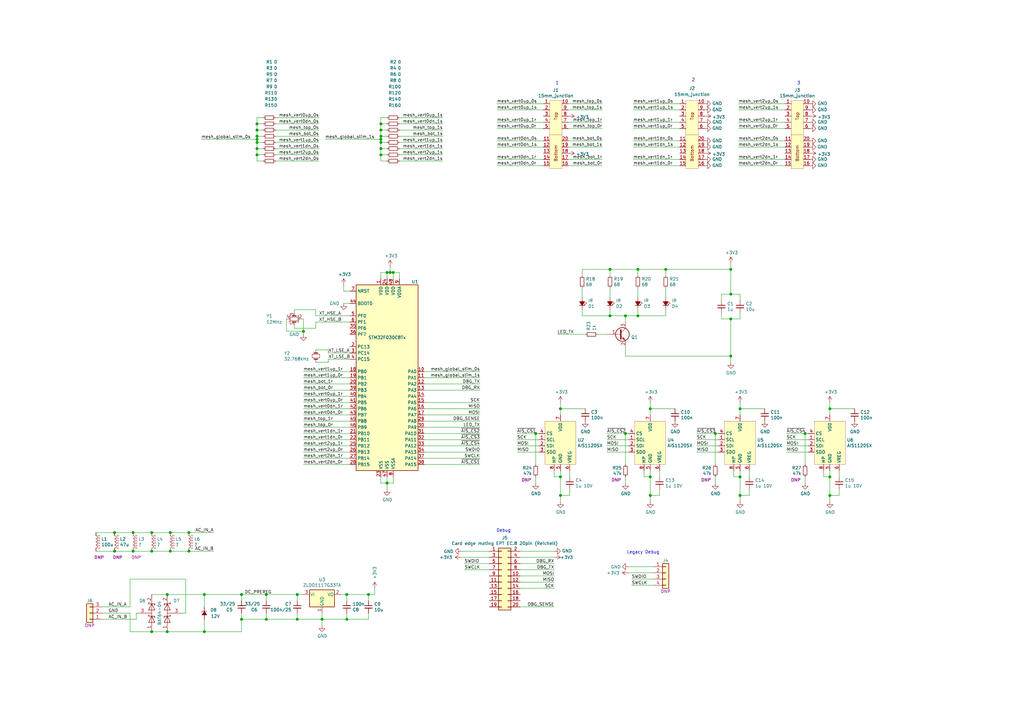
<source format=kicad_sch>
(kicad_sch (version 20200828) (generator eeschema)

  (page 1 1)

  (paper "A3")

  (lib_symbols
    (symbol "Connector_Generic:Conn_01x03" (pin_names hide) (in_bom yes) (on_board yes)
      (property "Reference" "J" (id 0) (at 0 5.08 0)
        (effects (font (size 1.27 1.27)))
      )
      (property "Value" "Conn_01x03" (id 1) (at 0 -5.08 0)
        (effects (font (size 1.27 1.27)))
      )
      (property "Footprint" "" (id 2) (at 0 0 0)
        (effects (font (size 1.27 1.27)) hide)
      )
      (property "Datasheet" "~" (id 3) (at 0 0 0)
        (effects (font (size 1.27 1.27)) hide)
      )
      (property "ki_keywords" "connector" (id 4) (at 0 0 0)
        (effects (font (size 1.27 1.27)) hide)
      )
      (property "ki_description" "Generic connector, single row, 01x03, script generated (kicad-library-utils/schlib/autogen/connector/)" (id 5) (at 0 0 0)
        (effects (font (size 1.27 1.27)) hide)
      )
      (property "ki_fp_filters" "Connector*:*_1x??_*" (id 6) (at 0 0 0)
        (effects (font (size 1.27 1.27)) hide)
      )
      (symbol "Conn_01x03_1_1"
        (rectangle (start -1.27 -2.413) (end 0 -2.667)
          (stroke (width 0.1524)) (fill (type none))
        )
        (rectangle (start -1.27 0.127) (end 0 -0.127)
          (stroke (width 0.1524)) (fill (type none))
        )
        (rectangle (start -1.27 2.667) (end 0 2.413)
          (stroke (width 0.1524)) (fill (type none))
        )
        (rectangle (start -1.27 3.81) (end 1.27 -3.81)
          (stroke (width 0.254)) (fill (type background))
        )
        (pin passive line (at -5.08 2.54 0) (length 3.81)
          (name "Pin_1" (effects (font (size 1.27 1.27))))
          (number "1" (effects (font (size 1.27 1.27))))
        )
        (pin passive line (at -5.08 0 0) (length 3.81)
          (name "Pin_2" (effects (font (size 1.27 1.27))))
          (number "2" (effects (font (size 1.27 1.27))))
        )
        (pin passive line (at -5.08 -2.54 0) (length 3.81)
          (name "Pin_3" (effects (font (size 1.27 1.27))))
          (number "3" (effects (font (size 1.27 1.27))))
        )
      )
    )
    (symbol "Connector_Generic:Conn_01x04" (pin_names hide) (in_bom yes) (on_board yes)
      (property "Reference" "J" (id 0) (at 0 5.08 0)
        (effects (font (size 1.27 1.27)))
      )
      (property "Value" "Conn_01x04" (id 1) (at 0 -7.62 0)
        (effects (font (size 1.27 1.27)))
      )
      (property "Footprint" "" (id 2) (at 0 0 0)
        (effects (font (size 1.27 1.27)) hide)
      )
      (property "Datasheet" "~" (id 3) (at 0 0 0)
        (effects (font (size 1.27 1.27)) hide)
      )
      (property "ki_keywords" "connector" (id 4) (at 0 0 0)
        (effects (font (size 1.27 1.27)) hide)
      )
      (property "ki_description" "Generic connector, single row, 01x04, script generated (kicad-library-utils/schlib/autogen/connector/)" (id 5) (at 0 0 0)
        (effects (font (size 1.27 1.27)) hide)
      )
      (property "ki_fp_filters" "Connector*:*_1x??_*" (id 6) (at 0 0 0)
        (effects (font (size 1.27 1.27)) hide)
      )
      (symbol "Conn_01x04_1_1"
        (rectangle (start -1.27 -4.953) (end 0 -5.207)
          (stroke (width 0.1524)) (fill (type none))
        )
        (rectangle (start -1.27 -2.413) (end 0 -2.667)
          (stroke (width 0.1524)) (fill (type none))
        )
        (rectangle (start -1.27 0.127) (end 0 -0.127)
          (stroke (width 0.1524)) (fill (type none))
        )
        (rectangle (start -1.27 2.667) (end 0 2.413)
          (stroke (width 0.1524)) (fill (type none))
        )
        (rectangle (start -1.27 3.81) (end 1.27 -6.35)
          (stroke (width 0.254)) (fill (type background))
        )
        (pin passive line (at -5.08 2.54 0) (length 3.81)
          (name "Pin_1" (effects (font (size 1.27 1.27))))
          (number "1" (effects (font (size 1.27 1.27))))
        )
        (pin passive line (at -5.08 0 0) (length 3.81)
          (name "Pin_2" (effects (font (size 1.27 1.27))))
          (number "2" (effects (font (size 1.27 1.27))))
        )
        (pin passive line (at -5.08 -2.54 0) (length 3.81)
          (name "Pin_3" (effects (font (size 1.27 1.27))))
          (number "3" (effects (font (size 1.27 1.27))))
        )
        (pin passive line (at -5.08 -5.08 0) (length 3.81)
          (name "Pin_4" (effects (font (size 1.27 1.27))))
          (number "4" (effects (font (size 1.27 1.27))))
        )
      )
    )
    (symbol "Connector_Generic:Conn_02x10_Odd_Even" (pin_names hide) (in_bom yes) (on_board yes)
      (property "Reference" "J" (id 0) (at 1.27 12.7 0)
        (effects (font (size 1.27 1.27)))
      )
      (property "Value" "Conn_02x10_Odd_Even" (id 1) (at 1.27 -15.24 0)
        (effects (font (size 1.27 1.27)))
      )
      (property "Footprint" "" (id 2) (at 0 0 0)
        (effects (font (size 1.27 1.27)) hide)
      )
      (property "Datasheet" "~" (id 3) (at 0 0 0)
        (effects (font (size 1.27 1.27)) hide)
      )
      (property "ki_keywords" "connector" (id 4) (at 0 0 0)
        (effects (font (size 1.27 1.27)) hide)
      )
      (property "ki_description" "Generic connector, double row, 02x10, odd/even pin numbering scheme (row 1 odd numbers, row 2 even numbers), script generated (kicad-library-utils/schlib/autogen/connector/)" (id 5) (at 0 0 0)
        (effects (font (size 1.27 1.27)) hide)
      )
      (property "ki_fp_filters" "Connector*:*_2x??_*" (id 6) (at 0 0 0)
        (effects (font (size 1.27 1.27)) hide)
      )
      (symbol "Conn_02x10_Odd_Even_1_1"
        (rectangle (start -1.27 -12.573) (end 0 -12.827)
          (stroke (width 0.1524)) (fill (type none))
        )
        (rectangle (start -1.27 -10.033) (end 0 -10.287)
          (stroke (width 0.1524)) (fill (type none))
        )
        (rectangle (start -1.27 -7.493) (end 0 -7.747)
          (stroke (width 0.1524)) (fill (type none))
        )
        (rectangle (start -1.27 -4.953) (end 0 -5.207)
          (stroke (width 0.1524)) (fill (type none))
        )
        (rectangle (start -1.27 -2.413) (end 0 -2.667)
          (stroke (width 0.1524)) (fill (type none))
        )
        (rectangle (start -1.27 0.127) (end 0 -0.127)
          (stroke (width 0.1524)) (fill (type none))
        )
        (rectangle (start -1.27 2.667) (end 0 2.413)
          (stroke (width 0.1524)) (fill (type none))
        )
        (rectangle (start -1.27 5.207) (end 0 4.953)
          (stroke (width 0.1524)) (fill (type none))
        )
        (rectangle (start -1.27 7.747) (end 0 7.493)
          (stroke (width 0.1524)) (fill (type none))
        )
        (rectangle (start -1.27 10.287) (end 0 10.033)
          (stroke (width 0.1524)) (fill (type none))
        )
        (rectangle (start -1.27 11.43) (end 3.81 -13.97)
          (stroke (width 0.254)) (fill (type background))
        )
        (rectangle (start 3.81 -12.573) (end 2.54 -12.827)
          (stroke (width 0.1524)) (fill (type none))
        )
        (rectangle (start 3.81 -10.033) (end 2.54 -10.287)
          (stroke (width 0.1524)) (fill (type none))
        )
        (rectangle (start 3.81 -7.493) (end 2.54 -7.747)
          (stroke (width 0.1524)) (fill (type none))
        )
        (rectangle (start 3.81 -4.953) (end 2.54 -5.207)
          (stroke (width 0.1524)) (fill (type none))
        )
        (rectangle (start 3.81 -2.413) (end 2.54 -2.667)
          (stroke (width 0.1524)) (fill (type none))
        )
        (rectangle (start 3.81 0.127) (end 2.54 -0.127)
          (stroke (width 0.1524)) (fill (type none))
        )
        (rectangle (start 3.81 2.667) (end 2.54 2.413)
          (stroke (width 0.1524)) (fill (type none))
        )
        (rectangle (start 3.81 5.207) (end 2.54 4.953)
          (stroke (width 0.1524)) (fill (type none))
        )
        (rectangle (start 3.81 7.747) (end 2.54 7.493)
          (stroke (width 0.1524)) (fill (type none))
        )
        (rectangle (start 3.81 10.287) (end 2.54 10.033)
          (stroke (width 0.1524)) (fill (type none))
        )
        (pin passive line (at -5.08 10.16 0) (length 3.81)
          (name "Pin_1" (effects (font (size 1.27 1.27))))
          (number "1" (effects (font (size 1.27 1.27))))
        )
        (pin passive line (at 7.62 0 180) (length 3.81)
          (name "Pin_10" (effects (font (size 1.27 1.27))))
          (number "10" (effects (font (size 1.27 1.27))))
        )
        (pin passive line (at -5.08 -2.54 0) (length 3.81)
          (name "Pin_11" (effects (font (size 1.27 1.27))))
          (number "11" (effects (font (size 1.27 1.27))))
        )
        (pin passive line (at 7.62 -2.54 180) (length 3.81)
          (name "Pin_12" (effects (font (size 1.27 1.27))))
          (number "12" (effects (font (size 1.27 1.27))))
        )
        (pin passive line (at -5.08 -5.08 0) (length 3.81)
          (name "Pin_13" (effects (font (size 1.27 1.27))))
          (number "13" (effects (font (size 1.27 1.27))))
        )
        (pin passive line (at 7.62 -5.08 180) (length 3.81)
          (name "Pin_14" (effects (font (size 1.27 1.27))))
          (number "14" (effects (font (size 1.27 1.27))))
        )
        (pin passive line (at -5.08 -7.62 0) (length 3.81)
          (name "Pin_15" (effects (font (size 1.27 1.27))))
          (number "15" (effects (font (size 1.27 1.27))))
        )
        (pin passive line (at 7.62 -7.62 180) (length 3.81)
          (name "Pin_16" (effects (font (size 1.27 1.27))))
          (number "16" (effects (font (size 1.27 1.27))))
        )
        (pin passive line (at -5.08 -10.16 0) (length 3.81)
          (name "Pin_17" (effects (font (size 1.27 1.27))))
          (number "17" (effects (font (size 1.27 1.27))))
        )
        (pin passive line (at 7.62 -10.16 180) (length 3.81)
          (name "Pin_18" (effects (font (size 1.27 1.27))))
          (number "18" (effects (font (size 1.27 1.27))))
        )
        (pin passive line (at -5.08 -12.7 0) (length 3.81)
          (name "Pin_19" (effects (font (size 1.27 1.27))))
          (number "19" (effects (font (size 1.27 1.27))))
        )
        (pin passive line (at 7.62 10.16 180) (length 3.81)
          (name "Pin_2" (effects (font (size 1.27 1.27))))
          (number "2" (effects (font (size 1.27 1.27))))
        )
        (pin passive line (at 7.62 -12.7 180) (length 3.81)
          (name "Pin_20" (effects (font (size 1.27 1.27))))
          (number "20" (effects (font (size 1.27 1.27))))
        )
        (pin passive line (at -5.08 7.62 0) (length 3.81)
          (name "Pin_3" (effects (font (size 1.27 1.27))))
          (number "3" (effects (font (size 1.27 1.27))))
        )
        (pin passive line (at 7.62 7.62 180) (length 3.81)
          (name "Pin_4" (effects (font (size 1.27 1.27))))
          (number "4" (effects (font (size 1.27 1.27))))
        )
        (pin passive line (at -5.08 5.08 0) (length 3.81)
          (name "Pin_5" (effects (font (size 1.27 1.27))))
          (number "5" (effects (font (size 1.27 1.27))))
        )
        (pin passive line (at 7.62 5.08 180) (length 3.81)
          (name "Pin_6" (effects (font (size 1.27 1.27))))
          (number "6" (effects (font (size 1.27 1.27))))
        )
        (pin passive line (at -5.08 2.54 0) (length 3.81)
          (name "Pin_7" (effects (font (size 1.27 1.27))))
          (number "7" (effects (font (size 1.27 1.27))))
        )
        (pin passive line (at 7.62 2.54 180) (length 3.81)
          (name "Pin_8" (effects (font (size 1.27 1.27))))
          (number "8" (effects (font (size 1.27 1.27))))
        )
        (pin passive line (at -5.08 0 0) (length 3.81)
          (name "Pin_9" (effects (font (size 1.27 1.27))))
          (number "9" (effects (font (size 1.27 1.27))))
        )
      )
    )
    (symbol "Device:C_Small" (pin_numbers hide) (pin_names (offset 0.254) hide) (in_bom yes) (on_board yes)
      (property "Reference" "C" (id 0) (at 0.254 1.778 0)
        (effects (font (size 1.27 1.27)) (justify left))
      )
      (property "Value" "C_Small" (id 1) (at 0.254 -2.032 0)
        (effects (font (size 1.27 1.27)) (justify left))
      )
      (property "Footprint" "" (id 2) (at 0 0 0)
        (effects (font (size 1.27 1.27)) hide)
      )
      (property "Datasheet" "~" (id 3) (at 0 0 0)
        (effects (font (size 1.27 1.27)) hide)
      )
      (property "ki_keywords" "capacitor cap" (id 4) (at 0 0 0)
        (effects (font (size 1.27 1.27)) hide)
      )
      (property "ki_description" "Unpolarized capacitor, small symbol" (id 5) (at 0 0 0)
        (effects (font (size 1.27 1.27)) hide)
      )
      (property "ki_fp_filters" "C_*" (id 6) (at 0 0 0)
        (effects (font (size 1.27 1.27)) hide)
      )
      (symbol "C_Small_0_1"
        (polyline
          (pts
            (xy -1.524 -0.508)
            (xy 1.524 -0.508)
          )
          (stroke (width 0.3302)) (fill (type none))
        )
        (polyline
          (pts
            (xy -1.524 0.508)
            (xy 1.524 0.508)
          )
          (stroke (width 0.3048)) (fill (type none))
        )
      )
      (symbol "C_Small_1_1"
        (pin passive line (at 0 2.54 270) (length 2.032)
          (name "~" (effects (font (size 1.27 1.27))))
          (number "1" (effects (font (size 1.27 1.27))))
        )
        (pin passive line (at 0 -2.54 90) (length 2.032)
          (name "~" (effects (font (size 1.27 1.27))))
          (number "2" (effects (font (size 1.27 1.27))))
        )
      )
    )
    (symbol "Device:Crystal_GND24_Small" (pin_names hide) (in_bom yes) (on_board yes)
      (property "Reference" "Y" (id 0) (at 1.27 4.445 0)
        (effects (font (size 1.27 1.27)) (justify left))
      )
      (property "Value" "Crystal_GND24_Small" (id 1) (at 1.27 2.54 0)
        (effects (font (size 1.27 1.27)) (justify left))
      )
      (property "Footprint" "" (id 2) (at 0 0 0)
        (effects (font (size 1.27 1.27)) hide)
      )
      (property "Datasheet" "~" (id 3) (at 0 0 0)
        (effects (font (size 1.27 1.27)) hide)
      )
      (property "ki_keywords" "quartz ceramic resonator oscillator" (id 4) (at 0 0 0)
        (effects (font (size 1.27 1.27)) hide)
      )
      (property "ki_description" "Four pin crystal, GND on pins 2 and 4, small symbol" (id 5) (at 0 0 0)
        (effects (font (size 1.27 1.27)) hide)
      )
      (property "ki_fp_filters" "Crystal*" (id 6) (at 0 0 0)
        (effects (font (size 1.27 1.27)) hide)
      )
      (symbol "Crystal_GND24_Small_0_1"
        (rectangle (start -0.762 -1.524) (end 0.762 1.524)
          (stroke (width 0)) (fill (type none))
        )
        (polyline
          (pts
            (xy -1.27 -0.762)
            (xy -1.27 0.762)
          )
          (stroke (width 0.381)) (fill (type none))
        )
        (polyline
          (pts
            (xy 1.27 -0.762)
            (xy 1.27 0.762)
          )
          (stroke (width 0.381)) (fill (type none))
        )
        (polyline
          (pts
            (xy -1.27 -1.27)
            (xy -1.27 -1.905)
            (xy 1.27 -1.905)
            (xy 1.27 -1.27)
          )
          (stroke (width 0)) (fill (type none))
        )
        (polyline
          (pts
            (xy -1.27 1.27)
            (xy -1.27 1.905)
            (xy 1.27 1.905)
            (xy 1.27 1.27)
          )
          (stroke (width 0)) (fill (type none))
        )
      )
      (symbol "Crystal_GND24_Small_1_1"
        (pin passive line (at -2.54 0 0) (length 1.27)
          (name "1" (effects (font (size 1.27 1.27))))
          (number "1" (effects (font (size 1.27 1.27))))
        )
        (pin passive line (at 0 -3.175 90) (length 1.27)
          (name "2" (effects (font (size 1.27 1.27))))
          (number "2" (effects (font (size 1.27 1.27))))
        )
        (pin passive line (at 2.54 0 180) (length 1.27)
          (name "3" (effects (font (size 1.27 1.27))))
          (number "3" (effects (font (size 1.27 1.27))))
        )
        (pin passive line (at 0 3.175 270) (length 1.27)
          (name "4" (effects (font (size 1.27 1.27))))
          (number "4" (effects (font (size 1.27 1.27))))
        )
      )
    )
    (symbol "Device:Crystal_Small" (pin_numbers hide) (pin_names hide) (in_bom yes) (on_board yes)
      (property "Reference" "Y" (id 0) (at 0 2.54 0)
        (effects (font (size 1.27 1.27)))
      )
      (property "Value" "Crystal_Small" (id 1) (at 0 -2.54 0)
        (effects (font (size 1.27 1.27)))
      )
      (property "Footprint" "" (id 2) (at 0 0 0)
        (effects (font (size 1.27 1.27)) hide)
      )
      (property "Datasheet" "~" (id 3) (at 0 0 0)
        (effects (font (size 1.27 1.27)) hide)
      )
      (property "ki_keywords" "quartz ceramic resonator oscillator" (id 4) (at 0 0 0)
        (effects (font (size 1.27 1.27)) hide)
      )
      (property "ki_description" "Two pin crystal, small symbol" (id 5) (at 0 0 0)
        (effects (font (size 1.27 1.27)) hide)
      )
      (property "ki_fp_filters" "Crystal*" (id 6) (at 0 0 0)
        (effects (font (size 1.27 1.27)) hide)
      )
      (symbol "Crystal_Small_0_1"
        (rectangle (start -0.762 -1.524) (end 0.762 1.524)
          (stroke (width 0)) (fill (type none))
        )
        (polyline
          (pts
            (xy -1.27 -0.762)
            (xy -1.27 0.762)
          )
          (stroke (width 0.381)) (fill (type none))
        )
        (polyline
          (pts
            (xy 1.27 -0.762)
            (xy 1.27 0.762)
          )
          (stroke (width 0.381)) (fill (type none))
        )
      )
      (symbol "Crystal_Small_1_1"
        (pin passive line (at -2.54 0 0) (length 1.27)
          (name "1" (effects (font (size 1.27 1.27))))
          (number "1" (effects (font (size 1.27 1.27))))
        )
        (pin passive line (at 2.54 0 180) (length 1.27)
          (name "2" (effects (font (size 1.27 1.27))))
          (number "2" (effects (font (size 1.27 1.27))))
        )
      )
    )
    (symbol "Device:D_Schottky_x2_Serial_AKC" (pin_names (offset 0.762) hide) (in_bom yes) (on_board yes)
      (property "Reference" "D" (id 0) (at 1.27 -2.54 0)
        (effects (font (size 1.27 1.27)))
      )
      (property "Value" "D_Schottky_x2_Serial_AKC" (id 1) (at 0 2.54 0)
        (effects (font (size 1.27 1.27)))
      )
      (property "Footprint" "" (id 2) (at 0 0 0)
        (effects (font (size 1.27 1.27)) hide)
      )
      (property "Datasheet" "~" (id 3) (at 0 0 0)
        (effects (font (size 1.27 1.27)) hide)
      )
      (property "ki_keywords" "diode" (id 4) (at 0 0 0)
        (effects (font (size 1.27 1.27)) hide)
      )
      (property "ki_description" "Dual Schottky diode, anode/cathode/center" (id 5) (at 0 0 0)
        (effects (font (size 1.27 1.27)) hide)
      )
      (symbol "D_Schottky_x2_Serial_AKC_0_1"
        (polyline
          (pts
            (xy -3.81 0)
            (xy 3.81 0)
          )
          (stroke (width 0)) (fill (type none))
        )
        (polyline
          (pts
            (xy 0 0)
            (xy 0 -2.54)
          )
          (stroke (width 0)) (fill (type none))
        )
        (polyline
          (pts
            (xy 6.35 0)
            (xy 7.62 0)
          )
          (stroke (width 0)) (fill (type none))
        )
        (polyline
          (pts
            (xy -1.27 -1.27)
            (xy -1.27 1.27)
            (xy -1.27 1.27)
          )
          (stroke (width 0.2032)) (fill (type none))
        )
        (polyline
          (pts
            (xy 3.81 1.27)
            (xy 3.81 -1.27)
            (xy 3.81 -1.27)
          )
          (stroke (width 0.2032)) (fill (type none))
        )
        (polyline
          (pts
            (xy -1.27 -1.27)
            (xy -0.762 -1.27)
            (xy -0.762 -1.016)
            (xy -0.762 -1.016)
          )
          (stroke (width 0.2032)) (fill (type none))
        )
        (polyline
          (pts
            (xy 3.81 -1.27)
            (xy 4.318 -1.27)
            (xy 4.318 -1.016)
            (xy 4.318 -1.016)
          )
          (stroke (width 0.2032)) (fill (type none))
        )
        (polyline
          (pts
            (xy 3.81 1.27)
            (xy 3.302 1.27)
            (xy 3.302 1.016)
            (xy 3.302 1.016)
          )
          (stroke (width 0.2032)) (fill (type none))
        )
        (polyline
          (pts
            (xy -1.778 1.016)
            (xy -1.778 1.27)
            (xy -1.27 1.27)
            (xy -1.27 1.27)
            (xy -1.27 1.27)
          )
          (stroke (width 0.2032)) (fill (type none))
        )
        (polyline
          (pts
            (xy -3.81 1.27)
            (xy -1.27 0)
            (xy -3.81 -1.27)
            (xy -3.81 1.27)
            (xy -3.81 1.27)
            (xy -3.81 1.27)
          )
          (stroke (width 0.2032)) (fill (type none))
        )
        (polyline
          (pts
            (xy 1.27 1.27)
            (xy 3.81 0)
            (xy 1.27 -1.27)
            (xy 1.27 1.27)
            (xy 1.27 1.27)
            (xy 1.27 1.27)
          )
          (stroke (width 0.2032)) (fill (type none))
        )
        (pin passive line (at -7.62 0 0) (length 3.81)
          (name "A" (effects (font (size 1.27 1.27))))
          (number "1" (effects (font (size 1.27 1.27))))
        )
        (pin passive line (at 7.62 0 180) (length 3.81)
          (name "K" (effects (font (size 1.27 1.27))))
          (number "2" (effects (font (size 1.27 1.27))))
        )
        (pin passive line (at 0 -5.08 90) (length 2.54)
          (name "common" (effects (font (size 1.27 1.27))))
          (number "3" (effects (font (size 1.27 1.27))))
        )
      )
    )
    (symbol "Device:D_Zener_Small_ALT" (pin_numbers hide) (pin_names (offset 0.254) hide) (in_bom yes) (on_board yes)
      (property "Reference" "D" (id 0) (at 0 2.286 0)
        (effects (font (size 1.27 1.27)))
      )
      (property "Value" "D_Zener_Small_ALT" (id 1) (at 0 -2.286 0)
        (effects (font (size 1.27 1.27)))
      )
      (property "Footprint" "" (id 2) (at 0 0 90)
        (effects (font (size 1.27 1.27)) hide)
      )
      (property "Datasheet" "~" (id 3) (at 0 0 90)
        (effects (font (size 1.27 1.27)) hide)
      )
      (property "ki_keywords" "diode" (id 4) (at 0 0 0)
        (effects (font (size 1.27 1.27)) hide)
      )
      (property "ki_description" "Zener diode, small symbol, filled shape" (id 5) (at 0 0 0)
        (effects (font (size 1.27 1.27)) hide)
      )
      (property "ki_fp_filters" "TO-???* *_Diode_* *SingleDiode* D_*" (id 6) (at 0 0 0)
        (effects (font (size 1.27 1.27)) hide)
      )
      (symbol "D_Zener_Small_ALT_0_1"
        (polyline
          (pts
            (xy 0.762 0)
            (xy -0.762 0)
          )
          (stroke (width 0)) (fill (type none))
        )
        (polyline
          (pts
            (xy -0.254 1.016)
            (xy -0.762 1.016)
            (xy -0.762 -1.016)
          )
          (stroke (width 0)) (fill (type none))
        )
        (polyline
          (pts
            (xy 0.762 1.016)
            (xy -0.762 0)
            (xy 0.762 -1.016)
            (xy 0.762 1.016)
          )
          (stroke (width 0)) (fill (type outline))
        )
      )
      (symbol "D_Zener_Small_ALT_1_1"
        (pin passive line (at -2.54 0 0) (length 1.778)
          (name "K" (effects (font (size 1.27 1.27))))
          (number "1" (effects (font (size 1.27 1.27))))
        )
        (pin passive line (at 2.54 0 180) (length 1.778)
          (name "A" (effects (font (size 1.27 1.27))))
          (number "2" (effects (font (size 1.27 1.27))))
        )
      )
    )
    (symbol "Device:LED_Small_ALT" (pin_numbers hide) (pin_names (offset 0.254) hide) (in_bom yes) (on_board yes)
      (property "Reference" "D" (id 0) (at -1.27 3.175 0)
        (effects (font (size 1.27 1.27)) (justify left))
      )
      (property "Value" "LED_Small_ALT" (id 1) (at -4.445 -2.54 0)
        (effects (font (size 1.27 1.27)) (justify left))
      )
      (property "Footprint" "" (id 2) (at 0 0 90)
        (effects (font (size 1.27 1.27)) hide)
      )
      (property "Datasheet" "~" (id 3) (at 0 0 90)
        (effects (font (size 1.27 1.27)) hide)
      )
      (property "ki_keywords" "LED diode light-emitting-diode" (id 4) (at 0 0 0)
        (effects (font (size 1.27 1.27)) hide)
      )
      (property "ki_description" "Light emitting diode, small symbol, filled shape" (id 5) (at 0 0 0)
        (effects (font (size 1.27 1.27)) hide)
      )
      (property "ki_fp_filters" "LED* LED_SMD:* LED_THT:*" (id 6) (at 0 0 0)
        (effects (font (size 1.27 1.27)) hide)
      )
      (symbol "LED_Small_ALT_0_1"
        (polyline
          (pts
            (xy -0.762 -1.016)
            (xy -0.762 1.016)
          )
          (stroke (width 0.254)) (fill (type none))
        )
        (polyline
          (pts
            (xy 1.016 0)
            (xy -0.762 0)
          )
          (stroke (width 0)) (fill (type none))
        )
        (polyline
          (pts
            (xy 0.762 -1.016)
            (xy -0.762 0)
            (xy 0.762 1.016)
            (xy 0.762 -1.016)
          )
          (stroke (width 0.254)) (fill (type outline))
        )
        (polyline
          (pts
            (xy 0 0.762)
            (xy -0.508 1.27)
            (xy -0.254 1.27)
            (xy -0.508 1.27)
            (xy -0.508 1.016)
          )
          (stroke (width 0)) (fill (type none))
        )
        (polyline
          (pts
            (xy 0.508 1.27)
            (xy 0 1.778)
            (xy 0.254 1.778)
            (xy 0 1.778)
            (xy 0 1.524)
          )
          (stroke (width 0)) (fill (type none))
        )
      )
      (symbol "LED_Small_ALT_1_1"
        (pin passive line (at -2.54 0 0) (length 1.778)
          (name "K" (effects (font (size 1.27 1.27))))
          (number "1" (effects (font (size 1.27 1.27))))
        )
        (pin passive line (at 2.54 0 180) (length 1.778)
          (name "A" (effects (font (size 1.27 1.27))))
          (number "2" (effects (font (size 1.27 1.27))))
        )
      )
    )
    (symbol "Device:L_Core_Ferrite" (pin_numbers hide) (pin_names hide) (in_bom yes) (on_board yes)
      (property "Reference" "L" (id 0) (at -1.27 0 90)
        (effects (font (size 1.27 1.27)))
      )
      (property "Value" "L_Core_Ferrite" (id 1) (at 2.794 0 90)
        (effects (font (size 1.27 1.27)))
      )
      (property "Footprint" "" (id 2) (at 0 0 0)
        (effects (font (size 1.27 1.27)) hide)
      )
      (property "Datasheet" "~" (id 3) (at 0 0 0)
        (effects (font (size 1.27 1.27)) hide)
      )
      (property "ki_keywords" "inductor choke coil reactor magnetic" (id 4) (at 0 0 0)
        (effects (font (size 1.27 1.27)) hide)
      )
      (property "ki_description" "Inductor with ferrite core" (id 5) (at 0 0 0)
        (effects (font (size 1.27 1.27)) hide)
      )
      (property "ki_fp_filters" "Choke_* *Coil* Inductor_* L_*" (id 6) (at 0 0 0)
        (effects (font (size 1.27 1.27)) hide)
      )
      (symbol "L_Core_Ferrite_0_1"
        (arc (start 0 -2.54) (end 0 -1.27) (radius (at 0 -1.905) (length 0.635) (angles -89.9 89.9))
          (stroke (width 0)) (fill (type none))
        )
        (arc (start 0 -1.27) (end 0 0) (radius (at 0 -0.635) (length 0.635) (angles -89.9 89.9))
          (stroke (width 0)) (fill (type none))
        )
        (arc (start 0 0) (end 0 1.27) (radius (at 0 0.635) (length 0.635) (angles -89.9 89.9))
          (stroke (width 0)) (fill (type none))
        )
        (arc (start 0 1.27) (end 0 2.54) (radius (at 0 1.905) (length 0.635) (angles -89.9 89.9))
          (stroke (width 0)) (fill (type none))
        )
        (polyline
          (pts
            (xy 1.016 -2.794)
            (xy 1.016 -2.286)
          )
          (stroke (width 0)) (fill (type none))
        )
        (polyline
          (pts
            (xy 1.016 -1.778)
            (xy 1.016 -1.27)
          )
          (stroke (width 0)) (fill (type none))
        )
        (polyline
          (pts
            (xy 1.016 -0.762)
            (xy 1.016 -0.254)
          )
          (stroke (width 0)) (fill (type none))
        )
        (polyline
          (pts
            (xy 1.016 0.254)
            (xy 1.016 0.762)
          )
          (stroke (width 0)) (fill (type none))
        )
        (polyline
          (pts
            (xy 1.016 1.27)
            (xy 1.016 1.778)
          )
          (stroke (width 0)) (fill (type none))
        )
        (polyline
          (pts
            (xy 1.016 2.286)
            (xy 1.016 2.794)
          )
          (stroke (width 0)) (fill (type none))
        )
        (polyline
          (pts
            (xy 1.524 -2.286)
            (xy 1.524 -2.794)
          )
          (stroke (width 0)) (fill (type none))
        )
        (polyline
          (pts
            (xy 1.524 -1.27)
            (xy 1.524 -1.778)
          )
          (stroke (width 0)) (fill (type none))
        )
        (polyline
          (pts
            (xy 1.524 -0.254)
            (xy 1.524 -0.762)
          )
          (stroke (width 0)) (fill (type none))
        )
        (polyline
          (pts
            (xy 1.524 0.762)
            (xy 1.524 0.254)
          )
          (stroke (width 0)) (fill (type none))
        )
        (polyline
          (pts
            (xy 1.524 1.778)
            (xy 1.524 1.27)
          )
          (stroke (width 0)) (fill (type none))
        )
        (polyline
          (pts
            (xy 1.524 2.794)
            (xy 1.524 2.286)
          )
          (stroke (width 0)) (fill (type none))
        )
      )
      (symbol "L_Core_Ferrite_1_1"
        (pin passive line (at 0 3.81 270) (length 1.27)
          (name "1" (effects (font (size 1.27 1.27))))
          (number "1" (effects (font (size 1.27 1.27))))
        )
        (pin passive line (at 0 -3.81 90) (length 1.27)
          (name "2" (effects (font (size 1.27 1.27))))
          (number "2" (effects (font (size 1.27 1.27))))
        )
      )
    )
    (symbol "Device:Q_NPN_BEC" (pin_names (offset 0) hide) (in_bom yes) (on_board yes)
      (property "Reference" "Q" (id 0) (at 5.08 1.27 0)
        (effects (font (size 1.27 1.27)) (justify left))
      )
      (property "Value" "Q_NPN_BEC" (id 1) (at 5.08 -1.27 0)
        (effects (font (size 1.27 1.27)) (justify left))
      )
      (property "Footprint" "" (id 2) (at 5.08 2.54 0)
        (effects (font (size 1.27 1.27)) hide)
      )
      (property "Datasheet" "~" (id 3) (at 0 0 0)
        (effects (font (size 1.27 1.27)) hide)
      )
      (property "ki_keywords" "transistor NPN" (id 4) (at 0 0 0)
        (effects (font (size 1.27 1.27)) hide)
      )
      (property "ki_description" "NPN transistor, base/emitter/collector" (id 5) (at 0 0 0)
        (effects (font (size 1.27 1.27)) hide)
      )
      (symbol "Q_NPN_BEC_0_1"
        (circle (center 1.27 0) (radius 2.8194) (stroke (width 0.254)) (fill (type none)))
        (polyline
          (pts
            (xy 0.635 0.635)
            (xy 2.54 2.54)
          )
          (stroke (width 0)) (fill (type none))
        )
        (polyline
          (pts
            (xy 0.635 -0.635)
            (xy 2.54 -2.54)
            (xy 2.54 -2.54)
          )
          (stroke (width 0)) (fill (type none))
        )
        (polyline
          (pts
            (xy 0.635 1.905)
            (xy 0.635 -1.905)
            (xy 0.635 -1.905)
          )
          (stroke (width 0.508)) (fill (type none))
        )
        (polyline
          (pts
            (xy 1.27 -1.778)
            (xy 1.778 -1.27)
            (xy 2.286 -2.286)
            (xy 1.27 -1.778)
            (xy 1.27 -1.778)
          )
          (stroke (width 0)) (fill (type outline))
        )
      )
      (symbol "Q_NPN_BEC_1_1"
        (pin input line (at -5.08 0 0) (length 5.715)
          (name "B" (effects (font (size 1.27 1.27))))
          (number "1" (effects (font (size 1.27 1.27))))
        )
        (pin passive line (at 2.54 -5.08 90) (length 2.54)
          (name "E" (effects (font (size 1.27 1.27))))
          (number "2" (effects (font (size 1.27 1.27))))
        )
        (pin passive line (at 2.54 5.08 270) (length 2.54)
          (name "C" (effects (font (size 1.27 1.27))))
          (number "3" (effects (font (size 1.27 1.27))))
        )
      )
    )
    (symbol "Device:R_Small" (pin_numbers hide) (pin_names (offset 0.254) hide) (in_bom yes) (on_board yes)
      (property "Reference" "R" (id 0) (at 0.762 0.508 0)
        (effects (font (size 1.27 1.27)) (justify left))
      )
      (property "Value" "R_Small" (id 1) (at 0.762 -1.016 0)
        (effects (font (size 1.27 1.27)) (justify left))
      )
      (property "Footprint" "" (id 2) (at 0 0 0)
        (effects (font (size 1.27 1.27)) hide)
      )
      (property "Datasheet" "~" (id 3) (at 0 0 0)
        (effects (font (size 1.27 1.27)) hide)
      )
      (property "ki_keywords" "R resistor" (id 4) (at 0 0 0)
        (effects (font (size 1.27 1.27)) hide)
      )
      (property "ki_description" "Resistor, small symbol" (id 5) (at 0 0 0)
        (effects (font (size 1.27 1.27)) hide)
      )
      (property "ki_fp_filters" "R_*" (id 6) (at 0 0 0)
        (effects (font (size 1.27 1.27)) hide)
      )
      (symbol "R_Small_0_1"
        (rectangle (start -0.762 1.778) (end 0.762 -1.778)
          (stroke (width 0.2032)) (fill (type none))
        )
      )
      (symbol "R_Small_1_1"
        (pin passive line (at 0 2.54 270) (length 0.762)
          (name "~" (effects (font (size 1.27 1.27))))
          (number "1" (effects (font (size 1.27 1.27))))
        )
        (pin passive line (at 0 -2.54 90) (length 0.762)
          (name "~" (effects (font (size 1.27 1.27))))
          (number "2" (effects (font (size 1.27 1.27))))
        )
      )
    )
    (symbol "MCU_ST_STM32F0:STM32F030C8Tx" (in_bom yes) (on_board yes)
      (property "Reference" "U" (id 0) (at -12.7 39.37 0)
        (effects (font (size 1.27 1.27)) (justify left))
      )
      (property "Value" "STM32F030C8Tx" (id 1) (at 7.62 39.37 0)
        (effects (font (size 1.27 1.27)) (justify left))
      )
      (property "Footprint" "Package_QFP:LQFP-48_7x7mm_P0.5mm" (id 2) (at -12.7 -38.1 0)
        (effects (font (size 1.27 1.27)) (justify right) hide)
      )
      (property "Datasheet" "http://www.st.com/st-web-ui/static/active/en/resource/technical/document/datasheet/DM00088500.pdf" (id 3) (at 0 0 0)
        (effects (font (size 1.27 1.27)) hide)
      )
      (property "ki_keywords" "ARM Cortex-M0 STM32F0 STM32F0x0 Value Line" (id 4) (at 0 0 0)
        (effects (font (size 1.27 1.27)) hide)
      )
      (property "ki_description" "ARM Cortex-M0 MCU, 64KB flash, 8KB RAM, 48MHz, 2.4-3.6V, 39 GPIO, LQFP-48" (id 5) (at 0 0 0)
        (effects (font (size 1.27 1.27)) hide)
      )
      (property "ki_fp_filters" "LQFP*7x7mm*P0.5mm*" (id 6) (at 0 0 0)
        (effects (font (size 1.27 1.27)) hide)
      )
      (symbol "STM32F030C8Tx_0_1"
        (rectangle (start -12.7 -38.1) (end 12.7 38.1)
          (stroke (width 0.254)) (fill (type background))
        )
      )
      (symbol "STM32F030C8Tx_1_1"
        (pin power_in line (at -2.54 40.64 270) (length 2.54)
          (name "VDD" (effects (font (size 1.27 1.27))))
          (number "1" (effects (font (size 1.27 1.27))))
        )
        (pin bidirectional line (at 15.24 2.54 180) (length 2.54)
          (name "PA0" (effects (font (size 1.27 1.27))))
          (number "10" (effects (font (size 1.27 1.27))))
        )
        (pin bidirectional line (at 15.24 0 180) (length 2.54)
          (name "PA1" (effects (font (size 1.27 1.27))))
          (number "11" (effects (font (size 1.27 1.27))))
        )
        (pin bidirectional line (at 15.24 -2.54 180) (length 2.54)
          (name "PA2" (effects (font (size 1.27 1.27))))
          (number "12" (effects (font (size 1.27 1.27))))
        )
        (pin bidirectional line (at 15.24 -5.08 180) (length 2.54)
          (name "PA3" (effects (font (size 1.27 1.27))))
          (number "13" (effects (font (size 1.27 1.27))))
        )
        (pin bidirectional line (at 15.24 -7.62 180) (length 2.54)
          (name "PA4" (effects (font (size 1.27 1.27))))
          (number "14" (effects (font (size 1.27 1.27))))
        )
        (pin bidirectional line (at 15.24 -10.16 180) (length 2.54)
          (name "PA5" (effects (font (size 1.27 1.27))))
          (number "15" (effects (font (size 1.27 1.27))))
        )
        (pin bidirectional line (at 15.24 -12.7 180) (length 2.54)
          (name "PA6" (effects (font (size 1.27 1.27))))
          (number "16" (effects (font (size 1.27 1.27))))
        )
        (pin bidirectional line (at 15.24 -15.24 180) (length 2.54)
          (name "PA7" (effects (font (size 1.27 1.27))))
          (number "17" (effects (font (size 1.27 1.27))))
        )
        (pin bidirectional line (at -15.24 2.54 0) (length 2.54)
          (name "PB0" (effects (font (size 1.27 1.27))))
          (number "18" (effects (font (size 1.27 1.27))))
        )
        (pin bidirectional line (at -15.24 0 0) (length 2.54)
          (name "PB1" (effects (font (size 1.27 1.27))))
          (number "19" (effects (font (size 1.27 1.27))))
        )
        (pin bidirectional line (at -15.24 12.7 0) (length 2.54)
          (name "PC13" (effects (font (size 1.27 1.27))))
          (number "2" (effects (font (size 1.27 1.27))))
        )
        (pin bidirectional line (at -15.24 -2.54 0) (length 2.54)
          (name "PB2" (effects (font (size 1.27 1.27))))
          (number "20" (effects (font (size 1.27 1.27))))
        )
        (pin bidirectional line (at -15.24 -22.86 0) (length 2.54)
          (name "PB10" (effects (font (size 1.27 1.27))))
          (number "21" (effects (font (size 1.27 1.27))))
        )
        (pin bidirectional line (at -15.24 -25.4 0) (length 2.54)
          (name "PB11" (effects (font (size 1.27 1.27))))
          (number "22" (effects (font (size 1.27 1.27))))
        )
        (pin power_in line (at -2.54 -40.64 90) (length 2.54)
          (name "VSS" (effects (font (size 1.27 1.27))))
          (number "23" (effects (font (size 1.27 1.27))))
        )
        (pin power_in line (at 0 40.64 270) (length 2.54)
          (name "VDD" (effects (font (size 1.27 1.27))))
          (number "24" (effects (font (size 1.27 1.27))))
        )
        (pin bidirectional line (at -15.24 -27.94 0) (length 2.54)
          (name "PB12" (effects (font (size 1.27 1.27))))
          (number "25" (effects (font (size 1.27 1.27))))
        )
        (pin bidirectional line (at -15.24 -30.48 0) (length 2.54)
          (name "PB13" (effects (font (size 1.27 1.27))))
          (number "26" (effects (font (size 1.27 1.27))))
        )
        (pin bidirectional line (at -15.24 -33.02 0) (length 2.54)
          (name "PB14" (effects (font (size 1.27 1.27))))
          (number "27" (effects (font (size 1.27 1.27))))
        )
        (pin bidirectional line (at -15.24 -35.56 0) (length 2.54)
          (name "PB15" (effects (font (size 1.27 1.27))))
          (number "28" (effects (font (size 1.27 1.27))))
        )
        (pin bidirectional line (at 15.24 -17.78 180) (length 2.54)
          (name "PA8" (effects (font (size 1.27 1.27))))
          (number "29" (effects (font (size 1.27 1.27))))
        )
        (pin bidirectional line (at -15.24 10.16 0) (length 2.54)
          (name "PC14" (effects (font (size 1.27 1.27))))
          (number "3" (effects (font (size 1.27 1.27))))
        )
        (pin bidirectional line (at 15.24 -20.32 180) (length 2.54)
          (name "PA9" (effects (font (size 1.27 1.27))))
          (number "30" (effects (font (size 1.27 1.27))))
        )
        (pin bidirectional line (at 15.24 -22.86 180) (length 2.54)
          (name "PA10" (effects (font (size 1.27 1.27))))
          (number "31" (effects (font (size 1.27 1.27))))
        )
        (pin bidirectional line (at 15.24 -25.4 180) (length 2.54)
          (name "PA11" (effects (font (size 1.27 1.27))))
          (number "32" (effects (font (size 1.27 1.27))))
        )
        (pin bidirectional line (at 15.24 -27.94 180) (length 2.54)
          (name "PA12" (effects (font (size 1.27 1.27))))
          (number "33" (effects (font (size 1.27 1.27))))
        )
        (pin bidirectional line (at 15.24 -30.48 180) (length 2.54)
          (name "PA13" (effects (font (size 1.27 1.27))))
          (number "34" (effects (font (size 1.27 1.27))))
        )
        (pin bidirectional line (at -15.24 20.32 0) (length 2.54)
          (name "PF6" (effects (font (size 1.27 1.27))))
          (number "35" (effects (font (size 1.27 1.27))))
        )
        (pin bidirectional line (at -15.24 17.78 0) (length 2.54)
          (name "PF7" (effects (font (size 1.27 1.27))))
          (number "36" (effects (font (size 1.27 1.27))))
        )
        (pin bidirectional line (at 15.24 -33.02 180) (length 2.54)
          (name "PA14" (effects (font (size 1.27 1.27))))
          (number "37" (effects (font (size 1.27 1.27))))
        )
        (pin bidirectional line (at 15.24 -35.56 180) (length 2.54)
          (name "PA15" (effects (font (size 1.27 1.27))))
          (number "38" (effects (font (size 1.27 1.27))))
        )
        (pin bidirectional line (at -15.24 -5.08 0) (length 2.54)
          (name "PB3" (effects (font (size 1.27 1.27))))
          (number "39" (effects (font (size 1.27 1.27))))
        )
        (pin bidirectional line (at -15.24 7.62 0) (length 2.54)
          (name "PC15" (effects (font (size 1.27 1.27))))
          (number "4" (effects (font (size 1.27 1.27))))
        )
        (pin bidirectional line (at -15.24 -7.62 0) (length 2.54)
          (name "PB4" (effects (font (size 1.27 1.27))))
          (number "40" (effects (font (size 1.27 1.27))))
        )
        (pin bidirectional line (at -15.24 -10.16 0) (length 2.54)
          (name "PB5" (effects (font (size 1.27 1.27))))
          (number "41" (effects (font (size 1.27 1.27))))
        )
        (pin bidirectional line (at -15.24 -12.7 0) (length 2.54)
          (name "PB6" (effects (font (size 1.27 1.27))))
          (number "42" (effects (font (size 1.27 1.27))))
        )
        (pin bidirectional line (at -15.24 -15.24 0) (length 2.54)
          (name "PB7" (effects (font (size 1.27 1.27))))
          (number "43" (effects (font (size 1.27 1.27))))
        )
        (pin input line (at -15.24 30.48 0) (length 2.54)
          (name "BOOT0" (effects (font (size 1.27 1.27))))
          (number "44" (effects (font (size 1.27 1.27))))
        )
        (pin bidirectional line (at -15.24 -17.78 0) (length 2.54)
          (name "PB8" (effects (font (size 1.27 1.27))))
          (number "45" (effects (font (size 1.27 1.27))))
        )
        (pin bidirectional line (at -15.24 -20.32 0) (length 2.54)
          (name "PB9" (effects (font (size 1.27 1.27))))
          (number "46" (effects (font (size 1.27 1.27))))
        )
        (pin power_in line (at 0 -40.64 90) (length 2.54)
          (name "VSS" (effects (font (size 1.27 1.27))))
          (number "47" (effects (font (size 1.27 1.27))))
        )
        (pin power_in line (at 2.54 40.64 270) (length 2.54)
          (name "VDD" (effects (font (size 1.27 1.27))))
          (number "48" (effects (font (size 1.27 1.27))))
        )
        (pin input line (at -15.24 25.4 0) (length 2.54)
          (name "PF0" (effects (font (size 1.27 1.27))))
          (number "5" (effects (font (size 1.27 1.27))))
        )
        (pin input line (at -15.24 22.86 0) (length 2.54)
          (name "PF1" (effects (font (size 1.27 1.27))))
          (number "6" (effects (font (size 1.27 1.27))))
        )
        (pin input line (at -15.24 35.56 0) (length 2.54)
          (name "NRST" (effects (font (size 1.27 1.27))))
          (number "7" (effects (font (size 1.27 1.27))))
        )
        (pin power_in line (at 2.54 -40.64 90) (length 2.54)
          (name "VSSA" (effects (font (size 1.27 1.27))))
          (number "8" (effects (font (size 1.27 1.27))))
        )
        (pin power_in line (at 5.08 40.64 270) (length 2.54)
          (name "VDDA" (effects (font (size 1.27 1.27))))
          (number "9" (effects (font (size 1.27 1.27))))
        )
      )
    )
    (symbol "Regulator_Linear:AZ1117-3.3" (pin_names (offset 0.254)) (in_bom yes) (on_board yes)
      (property "Reference" "U" (id 0) (at -3.81 3.175 0)
        (effects (font (size 1.27 1.27)))
      )
      (property "Value" "AZ1117-3.3" (id 1) (at 0 3.175 0)
        (effects (font (size 1.27 1.27)) (justify left))
      )
      (property "Footprint" "" (id 2) (at 0 6.35 0)
        (effects (font (size 1.27 1.27) italic) hide)
      )
      (property "Datasheet" "https://www.diodes.com/assets/Datasheets/AZ1117.pdf" (id 3) (at 0 0 0)
        (effects (font (size 1.27 1.27)) hide)
      )
      (property "ki_keywords" "Fixed Voltage Regulator 1A Positive LDO" (id 4) (at 0 0 0)
        (effects (font (size 1.27 1.27)) hide)
      )
      (property "ki_description" "1A 20V Fixed LDO Linear Regulator, 3.3V, SOT-89/SOT-223/TO-220/TO-252/TO-263" (id 5) (at 0 0 0)
        (effects (font (size 1.27 1.27)) hide)
      )
      (property "ki_fp_filters" "SOT?223* SOT?89* TO?220* TO?252* TO?263*" (id 6) (at 0 0 0)
        (effects (font (size 1.27 1.27)) hide)
      )
      (symbol "AZ1117-3.3_0_1"
        (rectangle (start -5.08 1.905) (end 5.08 -5.08)
          (stroke (width 0.254)) (fill (type background))
        )
      )
      (symbol "AZ1117-3.3_1_1"
        (pin power_in line (at 0 -7.62 90) (length 2.54)
          (name "GND" (effects (font (size 1.27 1.27))))
          (number "1" (effects (font (size 1.27 1.27))))
        )
        (pin power_out line (at 7.62 0 180) (length 2.54)
          (name "VO" (effects (font (size 1.27 1.27))))
          (number "2" (effects (font (size 1.27 1.27))))
        )
        (pin power_in line (at -7.62 0 0) (length 2.54)
          (name "VI" (effects (font (size 1.27 1.27))))
          (number "3" (effects (font (size 1.27 1.27))))
        )
      )
    )
    (symbol "common_symbols:15mm_junction" (in_bom yes) (on_board yes)
      (property "Reference" "J" (id 0) (at 0 0 0)
        (effects (font (size 1.27 1.27)))
      )
      (property "Value" "15mm_junction" (id 1) (at -1.27 13.97 0)
        (effects (font (size 1.27 1.27)))
      )
      (property "Footprint" "" (id 2) (at 0 0 0)
        (effects (font (size 1.27 1.27)) hide)
      )
      (property "Datasheet" "" (id 3) (at 0 0 0)
        (effects (font (size 1.27 1.27)) hide)
      )
      (symbol "15mm_junction_0_0"
        (text "Top" (at 0 3.81 900)
          (effects (font (size 1.27 1.27)))
        )
        (text "Bottom" (at 0 -11.43 900)
          (effects (font (size 1.27 1.27)))
        )
      )
      (symbol "15mm_junction_0_1"
        (rectangle (start -2.54 10.16) (end 2.54 -17.78)
          (stroke (width 0.001)) (fill (type background))
        )
        (polyline
          (pts
            (xy -2.54 -3.81)
            (xy 2.54 -3.81)
          )
          (stroke (width 0.0006)) (fill (type none))
        )
      )
      (symbol "15mm_junction_1_1"
        (pin input line (at -5.08 8.89 0) (length 2.54)
          (name "" (effects (font (size 1.27 1.27))))
          (number "1" (effects (font (size 1.27 1.27))))
        )
        (pin input line (at -5.08 6.35 0) (length 2.54)
          (name "" (effects (font (size 1.27 1.27))))
          (number "2" (effects (font (size 1.27 1.27))))
        )
        (pin input line (at -5.08 3.81 0) (length 2.54)
          (name "" (effects (font (size 1.27 1.27))))
          (number "3" (effects (font (size 1.27 1.27))))
        )
        (pin input line (at -5.08 1.27 0) (length 2.54)
          (name "" (effects (font (size 1.27 1.27))))
          (number "4" (effects (font (size 1.27 1.27))))
        )
        (pin input line (at -5.08 -1.27 0) (length 2.54)
          (name "" (effects (font (size 1.27 1.27))))
          (number "5" (effects (font (size 1.27 1.27))))
        )
        (pin input line (at 5.08 -1.27 180) (length 2.54)
          (name "" (effects (font (size 1.27 1.27))))
          (number "6" (effects (font (size 1.27 1.27))))
        )
        (pin input line (at 5.08 1.27 180) (length 2.54)
          (name "" (effects (font (size 1.27 1.27))))
          (number "7" (effects (font (size 1.27 1.27))))
        )
        (pin input line (at 5.08 3.81 180) (length 2.54)
          (name "" (effects (font (size 1.27 1.27))))
          (number "8" (effects (font (size 1.27 1.27))))
        )
        (pin input line (at 5.08 6.35 180) (length 2.54)
          (name "" (effects (font (size 1.27 1.27))))
          (number "9" (effects (font (size 1.27 1.27))))
        )
        (pin input line (at 5.08 8.89 180) (length 2.54)
          (name "" (effects (font (size 1.27 1.27))))
          (number "10" (effects (font (size 1.27 1.27))))
        )
        (pin input line (at -5.08 -6.35 0) (length 2.54)
          (name "" (effects (font (size 1.27 1.27))))
          (number "11" (effects (font (size 1.27 1.27))))
        )
        (pin input line (at -5.08 -8.89 0) (length 2.54)
          (name "" (effects (font (size 1.27 1.27))))
          (number "12" (effects (font (size 1.27 1.27))))
        )
        (pin input line (at -5.08 -11.43 0) (length 2.54)
          (name "" (effects (font (size 1.27 1.27))))
          (number "13" (effects (font (size 1.27 1.27))))
        )
        (pin input line (at -5.08 -13.97 0) (length 2.54)
          (name "" (effects (font (size 1.27 1.27))))
          (number "14" (effects (font (size 1.27 1.27))))
        )
        (pin input line (at -5.08 -16.51 0) (length 2.54)
          (name "" (effects (font (size 1.27 1.27))))
          (number "15" (effects (font (size 1.27 1.27))))
        )
        (pin input line (at 5.08 -16.51 180) (length 2.54)
          (name "" (effects (font (size 1.27 1.27))))
          (number "16" (effects (font (size 1.27 1.27))))
        )
        (pin input line (at 5.08 -13.97 180) (length 2.54)
          (name "" (effects (font (size 1.27 1.27))))
          (number "17" (effects (font (size 1.27 1.27))))
        )
        (pin input line (at 5.08 -11.43 180) (length 2.54)
          (name "" (effects (font (size 1.27 1.27))))
          (number "18" (effects (font (size 1.27 1.27))))
        )
        (pin input line (at 5.08 -8.89 180) (length 2.54)
          (name "" (effects (font (size 1.27 1.27))))
          (number "19" (effects (font (size 1.27 1.27))))
        )
        (pin input line (at 5.08 -6.35 180) (length 2.54)
          (name "" (effects (font (size 1.27 1.27))))
          (number "20" (effects (font (size 1.27 1.27))))
        )
      )
    )
    (symbol "common_symbols:AIS1120SX" (in_bom yes) (on_board yes)
      (property "Reference" "U" (id 0) (at 2.54 12.7 0)
        (effects (font (size 1.27 1.27)))
      )
      (property "Value" "AIS1120SX" (id 1) (at 6.35 10.16 0)
        (effects (font (size 1.27 1.27)))
      )
      (property "Footprint" "" (id 2) (at 0 0 0)
        (effects (font (size 1.27 1.27)) hide)
      )
      (property "Datasheet" "" (id 3) (at 0 0 0)
        (effects (font (size 1.27 1.27)) hide)
      )
      (symbol "AIS1120SX_0_0"
        (rectangle (start -6.35 -8.89) (end 6.35 8.89)
          (stroke (width 0.001)) (fill (type background))
        )
      )
      (symbol "AIS1120SX_1_1"
        (pin input line (at -8.89 1.27 0) (length 2.54)
          (name "SCL" (effects (font (size 1.27 1.27))))
          (number "1" (effects (font (size 1.27 1.27))))
        )
        (pin input line (at -8.89 -1.27 0) (length 2.54)
          (name "SDI" (effects (font (size 1.27 1.27))))
          (number "2" (effects (font (size 1.27 1.27))))
        )
        (pin input line (at -8.89 -3.81 0) (length 2.54)
          (name "SDO" (effects (font (size 1.27 1.27))))
          (number "3" (effects (font (size 1.27 1.27))))
        )
        (pin input line (at -8.89 3.81 0) (length 2.54)
          (name "CS" (effects (font (size 1.27 1.27))))
          (number "4" (effects (font (size 1.27 1.27))))
        )
        (pin input line (at 0 -11.43 90) (length 2.54)
          (name "GND" (effects (font (size 1.27 1.27))))
          (number "5" (effects (font (size 1.27 1.27))))
        )
        (pin input line (at 3.81 -11.43 90) (length 2.54)
          (name "VREG" (effects (font (size 1.27 1.27))))
          (number "6" (effects (font (size 1.27 1.27))))
        )
        (pin input line (at 0 11.43 270) (length 2.54)
          (name "VDD" (effects (font (size 1.27 1.27))))
          (number "7" (effects (font (size 1.27 1.27))))
        )
        (pin input line (at -2.54 -11.43 90) (length 2.54)
          (name "MP" (effects (font (size 1.27 1.27))))
          (number "8" (effects (font (size 1.27 1.27))))
        )
      )
    )
    (symbol "power:+3V3" (power) (pin_names (offset 0)) (in_bom yes) (on_board yes)
      (property "Reference" "#PWR" (id 0) (at 0 -3.81 0)
        (effects (font (size 1.27 1.27)) hide)
      )
      (property "Value" "+3V3" (id 1) (at 0 3.556 0)
        (effects (font (size 1.27 1.27)))
      )
      (property "Footprint" "" (id 2) (at 0 0 0)
        (effects (font (size 1.27 1.27)) hide)
      )
      (property "Datasheet" "" (id 3) (at 0 0 0)
        (effects (font (size 1.27 1.27)) hide)
      )
      (property "ki_keywords" "power-flag" (id 4) (at 0 0 0)
        (effects (font (size 1.27 1.27)) hide)
      )
      (property "ki_description" "Power symbol creates a global label with name \"+3V3\"" (id 5) (at 0 0 0)
        (effects (font (size 1.27 1.27)) hide)
      )
      (symbol "+3V3_0_1"
        (polyline
          (pts
            (xy -0.762 1.27)
            (xy 0 2.54)
          )
          (stroke (width 0)) (fill (type none))
        )
        (polyline
          (pts
            (xy 0 0)
            (xy 0 2.54)
          )
          (stroke (width 0)) (fill (type none))
        )
        (polyline
          (pts
            (xy 0 2.54)
            (xy 0.762 1.27)
          )
          (stroke (width 0)) (fill (type none))
        )
      )
      (symbol "+3V3_1_1"
        (pin power_in line (at 0 0 90) (length 0) hide
          (name "+3V3" (effects (font (size 1.27 1.27))))
          (number "1" (effects (font (size 1.27 1.27))))
        )
      )
    )
    (symbol "power:GND" (power) (pin_names (offset 0)) (in_bom yes) (on_board yes)
      (property "Reference" "#PWR" (id 0) (at 0 -6.35 0)
        (effects (font (size 1.27 1.27)) hide)
      )
      (property "Value" "GND" (id 1) (at 0 -3.81 0)
        (effects (font (size 1.27 1.27)))
      )
      (property "Footprint" "" (id 2) (at 0 0 0)
        (effects (font (size 1.27 1.27)) hide)
      )
      (property "Datasheet" "" (id 3) (at 0 0 0)
        (effects (font (size 1.27 1.27)) hide)
      )
      (property "ki_keywords" "power-flag" (id 4) (at 0 0 0)
        (effects (font (size 1.27 1.27)) hide)
      )
      (property "ki_description" "Power symbol creates a global label with name \"GND\" , ground" (id 5) (at 0 0 0)
        (effects (font (size 1.27 1.27)) hide)
      )
      (symbol "GND_0_1"
        (polyline
          (pts
            (xy 0 0)
            (xy 0 -1.27)
            (xy 1.27 -1.27)
            (xy 0 -2.54)
            (xy -1.27 -1.27)
            (xy 0 -1.27)
          )
          (stroke (width 0)) (fill (type none))
        )
      )
      (symbol "GND_1_1"
        (pin power_in line (at 0 0 270) (length 0) hide
          (name "GND" (effects (font (size 1.27 1.27))))
          (number "1" (effects (font (size 1.27 1.27))))
        )
      )
    )
    (symbol "power:GND_1" (power) (pin_names (offset 0)) (in_bom yes) (on_board yes)
      (property "Reference" "#PWR" (id 0) (at 0 -6.35 0)
        (effects (font (size 1.27 1.27)) hide)
      )
      (property "Value" "GND" (id 1) (at 0 -3.81 0)
        (effects (font (size 1.27 1.27)))
      )
      (property "Footprint" "" (id 2) (at 0 0 0)
        (effects (font (size 1.27 1.27)) hide)
      )
      (property "Datasheet" "" (id 3) (at 0 0 0)
        (effects (font (size 1.27 1.27)) hide)
      )
      (property "ki_keywords" "power-flag" (id 4) (at 0 0 0)
        (effects (font (size 1.27 1.27)) hide)
      )
      (property "ki_description" "Power flag, ground" (id 5) (at 0 0 0)
        (effects (font (size 1.27 1.27)) hide)
      )
      (symbol "GND_1_0_1"
        (polyline
          (pts
            (xy 0 0)
            (xy 0 -1.27)
            (xy 1.27 -1.27)
            (xy 0 -2.54)
            (xy -1.27 -1.27)
            (xy 0 -1.27)
          )
          (stroke (width 0)) (fill (type none))
        )
      )
      (symbol "GND_1_1_1"
        (pin power_in line (at 0 0 270) (length 0) hide
          (name "GND" (effects (font (size 1.27 1.27))))
          (number "1" (effects (font (size 1.27 1.27))))
        )
      )
    )
    (symbol "power:GND_2" (power) (pin_names (offset 0)) (in_bom yes) (on_board yes)
      (property "Reference" "#PWR" (id 0) (at 0 -6.35 0)
        (effects (font (size 1.27 1.27)) hide)
      )
      (property "Value" "GND" (id 1) (at 0 -3.81 0)
        (effects (font (size 1.27 1.27)))
      )
      (property "Footprint" "" (id 2) (at 0 0 0)
        (effects (font (size 1.27 1.27)) hide)
      )
      (property "Datasheet" "" (id 3) (at 0 0 0)
        (effects (font (size 1.27 1.27)) hide)
      )
      (property "ki_keywords" "power-flag" (id 4) (at 0 0 0)
        (effects (font (size 1.27 1.27)) hide)
      )
      (property "ki_description" "Power flag, ground" (id 5) (at 0 0 0)
        (effects (font (size 1.27 1.27)) hide)
      )
      (symbol "GND_2_0_1"
        (polyline
          (pts
            (xy 0 0)
            (xy 0 -1.27)
            (xy 1.27 -1.27)
            (xy 0 -2.54)
            (xy -1.27 -1.27)
            (xy 0 -1.27)
          )
          (stroke (width 0)) (fill (type none))
        )
      )
      (symbol "GND_2_1_1"
        (pin power_in line (at 0 0 270) (length 0) hide
          (name "GND" (effects (font (size 1.27 1.27))))
          (number "1" (effects (font (size 1.27 1.27))))
        )
      )
    )
    (symbol "power:GND_3" (power) (pin_names (offset 0)) (in_bom yes) (on_board yes)
      (property "Reference" "#PWR" (id 0) (at 0 -6.35 0)
        (effects (font (size 1.27 1.27)) hide)
      )
      (property "Value" "GND" (id 1) (at 0 -3.81 0)
        (effects (font (size 1.27 1.27)))
      )
      (property "Footprint" "" (id 2) (at 0 0 0)
        (effects (font (size 1.27 1.27)) hide)
      )
      (property "Datasheet" "" (id 3) (at 0 0 0)
        (effects (font (size 1.27 1.27)) hide)
      )
      (property "ki_keywords" "power-flag" (id 4) (at 0 0 0)
        (effects (font (size 1.27 1.27)) hide)
      )
      (property "ki_description" "Power flag, ground" (id 5) (at 0 0 0)
        (effects (font (size 1.27 1.27)) hide)
      )
      (symbol "GND_3_0_1"
        (polyline
          (pts
            (xy 0 0)
            (xy 0 -1.27)
            (xy 1.27 -1.27)
            (xy 0 -2.54)
            (xy -1.27 -1.27)
            (xy 0 -1.27)
          )
          (stroke (width 0)) (fill (type none))
        )
      )
      (symbol "GND_3_1_1"
        (pin power_in line (at 0 0 270) (length 0) hide
          (name "GND" (effects (font (size 1.27 1.27))))
          (number "1" (effects (font (size 1.27 1.27))))
        )
      )
    )
    (symbol "power:GND_4" (power) (pin_names (offset 0)) (in_bom yes) (on_board yes)
      (property "Reference" "#PWR" (id 0) (at 0 -6.35 0)
        (effects (font (size 1.27 1.27)) hide)
      )
      (property "Value" "GND" (id 1) (at 0 -3.81 0)
        (effects (font (size 1.27 1.27)))
      )
      (property "Footprint" "" (id 2) (at 0 0 0)
        (effects (font (size 1.27 1.27)) hide)
      )
      (property "Datasheet" "" (id 3) (at 0 0 0)
        (effects (font (size 1.27 1.27)) hide)
      )
      (property "ki_keywords" "power-flag" (id 4) (at 0 0 0)
        (effects (font (size 1.27 1.27)) hide)
      )
      (property "ki_description" "Power flag, ground" (id 5) (at 0 0 0)
        (effects (font (size 1.27 1.27)) hide)
      )
      (symbol "GND_4_0_1"
        (polyline
          (pts
            (xy 0 0)
            (xy 0 -1.27)
            (xy 1.27 -1.27)
            (xy 0 -2.54)
            (xy -1.27 -1.27)
            (xy 0 -1.27)
          )
          (stroke (width 0)) (fill (type none))
        )
      )
      (symbol "GND_4_1_1"
        (pin power_in line (at 0 0 270) (length 0) hide
          (name "GND" (effects (font (size 1.27 1.27))))
          (number "1" (effects (font (size 1.27 1.27))))
        )
      )
    )
    (symbol "power:GND_5" (power) (pin_names (offset 0)) (in_bom yes) (on_board yes)
      (property "Reference" "#PWR" (id 0) (at 0 -6.35 0)
        (effects (font (size 1.27 1.27)) hide)
      )
      (property "Value" "GND" (id 1) (at 0 -3.81 0)
        (effects (font (size 1.27 1.27)))
      )
      (property "Footprint" "" (id 2) (at 0 0 0)
        (effects (font (size 1.27 1.27)) hide)
      )
      (property "Datasheet" "" (id 3) (at 0 0 0)
        (effects (font (size 1.27 1.27)) hide)
      )
      (property "ki_keywords" "power-flag" (id 4) (at 0 0 0)
        (effects (font (size 1.27 1.27)) hide)
      )
      (property "ki_description" "Power flag, ground" (id 5) (at 0 0 0)
        (effects (font (size 1.27 1.27)) hide)
      )
      (symbol "GND_5_0_1"
        (polyline
          (pts
            (xy 0 0)
            (xy 0 -1.27)
            (xy 1.27 -1.27)
            (xy 0 -2.54)
            (xy -1.27 -1.27)
            (xy 0 -1.27)
          )
          (stroke (width 0)) (fill (type none))
        )
      )
      (symbol "GND_5_1_1"
        (pin power_in line (at 0 0 270) (length 0) hide
          (name "GND" (effects (font (size 1.27 1.27))))
          (number "1" (effects (font (size 1.27 1.27))))
        )
      )
    )
  )

  (junction (at 46.99 218.44) (diameter 1.016) (color 0 0 0 0))
  (junction (at 46.99 226.06) (diameter 1.016) (color 0 0 0 0))
  (junction (at 54.61 218.44) (diameter 1.016) (color 0 0 0 0))
  (junction (at 54.61 226.06) (diameter 1.016) (color 0 0 0 0))
  (junction (at 62.23 218.44) (diameter 1.016) (color 0 0 0 0))
  (junction (at 62.23 226.06) (diameter 1.016) (color 0 0 0 0))
  (junction (at 62.23 259.08) (diameter 1.016) (color 0 0 0 0))
  (junction (at 68.58 243.84) (diameter 1.016) (color 0 0 0 0))
  (junction (at 68.58 259.08) (diameter 1.016) (color 0 0 0 0))
  (junction (at 69.85 218.44) (diameter 1.016) (color 0 0 0 0))
  (junction (at 69.85 226.06) (diameter 1.016) (color 0 0 0 0))
  (junction (at 77.47 218.44) (diameter 1.016) (color 0 0 0 0))
  (junction (at 77.47 226.06) (diameter 1.016) (color 0 0 0 0))
  (junction (at 83.82 243.84) (diameter 1.016) (color 0 0 0 0))
  (junction (at 83.82 259.08) (diameter 1.016) (color 0 0 0 0))
  (junction (at 99.06 243.84) (diameter 1.016) (color 0 0 0 0))
  (junction (at 99.06 254) (diameter 1.016) (color 0 0 0 0))
  (junction (at 105.41 50.8) (diameter 1.016) (color 0 0 0 0))
  (junction (at 105.41 53.34) (diameter 1.016) (color 0 0 0 0))
  (junction (at 105.41 55.88) (diameter 1.016) (color 0 0 0 0))
  (junction (at 105.41 57.15) (diameter 1.016) (color 0 0 0 0))
  (junction (at 105.41 58.42) (diameter 1.016) (color 0 0 0 0))
  (junction (at 105.41 60.96) (diameter 1.016) (color 0 0 0 0))
  (junction (at 105.41 63.5) (diameter 1.016) (color 0 0 0 0))
  (junction (at 109.22 243.84) (diameter 1.016) (color 0 0 0 0))
  (junction (at 109.22 254) (diameter 1.016) (color 0 0 0 0))
  (junction (at 121.92 243.84) (diameter 1.016) (color 0 0 0 0))
  (junction (at 121.92 254) (diameter 1.016) (color 0 0 0 0))
  (junction (at 124.46 135.89) (diameter 1.016) (color 0 0 0 0))
  (junction (at 132.08 254) (diameter 1.016) (color 0 0 0 0))
  (junction (at 142.24 243.84) (diameter 1.016) (color 0 0 0 0))
  (junction (at 142.24 254) (diameter 1.016) (color 0 0 0 0))
  (junction (at 151.13 243.84) (diameter 1.016) (color 0 0 0 0))
  (junction (at 156.21 50.8) (diameter 1.016) (color 0 0 0 0))
  (junction (at 156.21 53.34) (diameter 1.016) (color 0 0 0 0))
  (junction (at 156.21 55.88) (diameter 1.016) (color 0 0 0 0))
  (junction (at 156.21 57.15) (diameter 1.016) (color 0 0 0 0))
  (junction (at 156.21 58.42) (diameter 1.016) (color 0 0 0 0))
  (junction (at 156.21 60.96) (diameter 1.016) (color 0 0 0 0))
  (junction (at 156.21 63.5) (diameter 1.016) (color 0 0 0 0))
  (junction (at 158.75 111.76) (diameter 1.016) (color 0 0 0 0))
  (junction (at 158.75 198.12) (diameter 1.016) (color 0 0 0 0))
  (junction (at 160.02 111.76) (diameter 1.016) (color 0 0 0 0))
  (junction (at 161.29 111.76) (diameter 1.016) (color 0 0 0 0))
  (junction (at 219.71 177.8) (diameter 1.016) (color 0 0 0 0))
  (junction (at 229.87 167.64) (diameter 1.016) (color 0 0 0 0))
  (junction (at 229.87 195.58) (diameter 1.016) (color 0 0 0 0))
  (junction (at 229.87 203.2) (diameter 1.016) (color 0 0 0 0))
  (junction (at 250.19 110.49) (diameter 1.016) (color 0 0 0 0))
  (junction (at 250.19 129.54) (diameter 1.016) (color 0 0 0 0))
  (junction (at 256.54 129.54) (diameter 1.016) (color 0 0 0 0))
  (junction (at 256.54 177.8) (diameter 1.016) (color 0 0 0 0))
  (junction (at 261.62 110.49) (diameter 1.016) (color 0 0 0 0))
  (junction (at 261.62 129.54) (diameter 1.016) (color 0 0 0 0))
  (junction (at 266.7 167.64) (diameter 1.016) (color 0 0 0 0))
  (junction (at 266.7 195.58) (diameter 1.016) (color 0 0 0 0))
  (junction (at 266.7 203.2) (diameter 1.016) (color 0 0 0 0))
  (junction (at 273.05 110.49) (diameter 1.016) (color 0 0 0 0))
  (junction (at 293.37 177.8) (diameter 1.016) (color 0 0 0 0))
  (junction (at 299.72 110.49) (diameter 1.016) (color 0 0 0 0))
  (junction (at 299.72 120.65) (diameter 1.016) (color 0 0 0 0))
  (junction (at 299.72 130.81) (diameter 1.016) (color 0 0 0 0))
  (junction (at 299.72 146.05) (diameter 1.016) (color 0 0 0 0))
  (junction (at 303.53 167.64) (diameter 1.016) (color 0 0 0 0))
  (junction (at 303.53 195.58) (diameter 1.016) (color 0 0 0 0))
  (junction (at 303.53 203.2) (diameter 1.016) (color 0 0 0 0))
  (junction (at 330.2 177.8) (diameter 1.016) (color 0 0 0 0))
  (junction (at 340.36 167.64) (diameter 1.016) (color 0 0 0 0))
  (junction (at 340.36 195.58) (diameter 1.016) (color 0 0 0 0))
  (junction (at 340.36 203.2) (diameter 1.016) (color 0 0 0 0))

  (wire (pts (xy 39.37 218.44) (xy 46.99 218.44))
    (stroke (width 0) (type solid) (color 0 0 0 0))
  )
  (wire (pts (xy 39.37 226.06) (xy 46.99 226.06))
    (stroke (width 0) (type solid) (color 0 0 0 0))
  )
  (wire (pts (xy 41.91 248.92) (xy 53.34 248.92))
    (stroke (width 0) (type solid) (color 0 0 0 0))
  )
  (wire (pts (xy 41.91 251.46) (xy 53.34 251.46))
    (stroke (width 0) (type solid) (color 0 0 0 0))
  )
  (wire (pts (xy 46.99 218.44) (xy 54.61 218.44))
    (stroke (width 0) (type solid) (color 0 0 0 0))
  )
  (wire (pts (xy 46.99 226.06) (xy 54.61 226.06))
    (stroke (width 0) (type solid) (color 0 0 0 0))
  )
  (wire (pts (xy 53.34 237.49) (xy 76.2 237.49))
    (stroke (width 0) (type solid) (color 0 0 0 0))
  )
  (wire (pts (xy 53.34 248.92) (xy 53.34 237.49))
    (stroke (width 0) (type solid) (color 0 0 0 0))
  )
  (wire (pts (xy 53.34 251.46) (xy 53.34 259.08))
    (stroke (width 0) (type solid) (color 0 0 0 0))
  )
  (wire (pts (xy 53.34 259.08) (xy 62.23 259.08))
    (stroke (width 0) (type solid) (color 0 0 0 0))
  )
  (wire (pts (xy 54.61 218.44) (xy 62.23 218.44))
    (stroke (width 0) (type solid) (color 0 0 0 0))
  )
  (wire (pts (xy 54.61 226.06) (xy 62.23 226.06))
    (stroke (width 0) (type solid) (color 0 0 0 0))
  )
  (wire (pts (xy 55.88 251.46) (xy 55.88 254))
    (stroke (width 0) (type solid) (color 0 0 0 0))
  )
  (wire (pts (xy 55.88 254) (xy 41.91 254))
    (stroke (width 0) (type solid) (color 0 0 0 0))
  )
  (wire (pts (xy 57.15 251.46) (xy 55.88 251.46))
    (stroke (width 0) (type solid) (color 0 0 0 0))
  )
  (wire (pts (xy 62.23 218.44) (xy 69.85 218.44))
    (stroke (width 0) (type solid) (color 0 0 0 0))
  )
  (wire (pts (xy 62.23 226.06) (xy 69.85 226.06))
    (stroke (width 0) (type solid) (color 0 0 0 0))
  )
  (wire (pts (xy 62.23 243.84) (xy 68.58 243.84))
    (stroke (width 0) (type solid) (color 0 0 0 0))
  )
  (wire (pts (xy 68.58 243.84) (xy 83.82 243.84))
    (stroke (width 0) (type solid) (color 0 0 0 0))
  )
  (wire (pts (xy 68.58 259.08) (xy 62.23 259.08))
    (stroke (width 0) (type solid) (color 0 0 0 0))
  )
  (wire (pts (xy 68.58 259.08) (xy 83.82 259.08))
    (stroke (width 0) (type solid) (color 0 0 0 0))
  )
  (wire (pts (xy 69.85 218.44) (xy 77.47 218.44))
    (stroke (width 0) (type solid) (color 0 0 0 0))
  )
  (wire (pts (xy 69.85 226.06) (xy 77.47 226.06))
    (stroke (width 0) (type solid) (color 0 0 0 0))
  )
  (wire (pts (xy 76.2 237.49) (xy 76.2 251.46))
    (stroke (width 0) (type solid) (color 0 0 0 0))
  )
  (wire (pts (xy 76.2 251.46) (xy 73.66 251.46))
    (stroke (width 0) (type solid) (color 0 0 0 0))
  )
  (wire (pts (xy 77.47 218.44) (xy 87.63 218.44))
    (stroke (width 0) (type solid) (color 0 0 0 0))
  )
  (wire (pts (xy 77.47 226.06) (xy 87.63 226.06))
    (stroke (width 0) (type solid) (color 0 0 0 0))
  )
  (wire (pts (xy 82.55 57.15) (xy 105.41 57.15))
    (stroke (width 0) (type solid) (color 0 0 0 0))
  )
  (wire (pts (xy 83.82 243.84) (xy 83.82 248.92))
    (stroke (width 0) (type solid) (color 0 0 0 0))
  )
  (wire (pts (xy 83.82 243.84) (xy 99.06 243.84))
    (stroke (width 0) (type solid) (color 0 0 0 0))
  )
  (wire (pts (xy 83.82 254) (xy 83.82 259.08))
    (stroke (width 0) (type solid) (color 0 0 0 0))
  )
  (wire (pts (xy 99.06 243.84) (xy 99.06 246.38))
    (stroke (width 0) (type solid) (color 0 0 0 0))
  )
  (wire (pts (xy 99.06 243.84) (xy 109.22 243.84))
    (stroke (width 0) (type solid) (color 0 0 0 0))
  )
  (wire (pts (xy 99.06 251.46) (xy 99.06 254))
    (stroke (width 0) (type solid) (color 0 0 0 0))
  )
  (wire (pts (xy 99.06 254) (xy 99.06 259.08))
    (stroke (width 0) (type solid) (color 0 0 0 0))
  )
  (wire (pts (xy 99.06 254) (xy 109.22 254))
    (stroke (width 0) (type solid) (color 0 0 0 0))
  )
  (wire (pts (xy 99.06 259.08) (xy 83.82 259.08))
    (stroke (width 0) (type solid) (color 0 0 0 0))
  )
  (wire (pts (xy 105.41 48.26) (xy 105.41 50.8))
    (stroke (width 0) (type solid) (color 0 0 0 0))
  )
  (wire (pts (xy 105.41 50.8) (xy 105.41 53.34))
    (stroke (width 0) (type solid) (color 0 0 0 0))
  )
  (wire (pts (xy 105.41 50.8) (xy 107.95 50.8))
    (stroke (width 0) (type solid) (color 0 0 0 0))
  )
  (wire (pts (xy 105.41 53.34) (xy 105.41 55.88))
    (stroke (width 0) (type solid) (color 0 0 0 0))
  )
  (wire (pts (xy 105.41 53.34) (xy 107.95 53.34))
    (stroke (width 0) (type solid) (color 0 0 0 0))
  )
  (wire (pts (xy 105.41 55.88) (xy 105.41 57.15))
    (stroke (width 0) (type solid) (color 0 0 0 0))
  )
  (wire (pts (xy 105.41 55.88) (xy 107.95 55.88))
    (stroke (width 0) (type solid) (color 0 0 0 0))
  )
  (wire (pts (xy 105.41 57.15) (xy 105.41 58.42))
    (stroke (width 0) (type solid) (color 0 0 0 0))
  )
  (wire (pts (xy 105.41 58.42) (xy 105.41 60.96))
    (stroke (width 0) (type solid) (color 0 0 0 0))
  )
  (wire (pts (xy 105.41 58.42) (xy 107.95 58.42))
    (stroke (width 0) (type solid) (color 0 0 0 0))
  )
  (wire (pts (xy 105.41 60.96) (xy 105.41 63.5))
    (stroke (width 0) (type solid) (color 0 0 0 0))
  )
  (wire (pts (xy 105.41 60.96) (xy 107.95 60.96))
    (stroke (width 0) (type solid) (color 0 0 0 0))
  )
  (wire (pts (xy 105.41 63.5) (xy 105.41 66.04))
    (stroke (width 0) (type solid) (color 0 0 0 0))
  )
  (wire (pts (xy 105.41 63.5) (xy 107.95 63.5))
    (stroke (width 0) (type solid) (color 0 0 0 0))
  )
  (wire (pts (xy 105.41 66.04) (xy 107.95 66.04))
    (stroke (width 0) (type solid) (color 0 0 0 0))
  )
  (wire (pts (xy 107.95 48.26) (xy 105.41 48.26))
    (stroke (width 0) (type solid) (color 0 0 0 0))
  )
  (wire (pts (xy 109.22 243.84) (xy 109.22 246.38))
    (stroke (width 0) (type solid) (color 0 0 0 0))
  )
  (wire (pts (xy 109.22 243.84) (xy 121.92 243.84))
    (stroke (width 0) (type solid) (color 0 0 0 0))
  )
  (wire (pts (xy 109.22 254) (xy 109.22 251.46))
    (stroke (width 0) (type solid) (color 0 0 0 0))
  )
  (wire (pts (xy 113.03 48.26) (xy 130.81 48.26))
    (stroke (width 0) (type solid) (color 0 0 0 0))
  )
  (wire (pts (xy 113.03 50.8) (xy 130.81 50.8))
    (stroke (width 0) (type solid) (color 0 0 0 0))
  )
  (wire (pts (xy 113.03 53.34) (xy 130.81 53.34))
    (stroke (width 0) (type solid) (color 0 0 0 0))
  )
  (wire (pts (xy 113.03 55.88) (xy 130.81 55.88))
    (stroke (width 0) (type solid) (color 0 0 0 0))
  )
  (wire (pts (xy 113.03 58.42) (xy 130.81 58.42))
    (stroke (width 0) (type solid) (color 0 0 0 0))
  )
  (wire (pts (xy 113.03 60.96) (xy 130.81 60.96))
    (stroke (width 0) (type solid) (color 0 0 0 0))
  )
  (wire (pts (xy 113.03 63.5) (xy 130.81 63.5))
    (stroke (width 0) (type solid) (color 0 0 0 0))
  )
  (wire (pts (xy 113.03 66.04) (xy 130.81 66.04))
    (stroke (width 0) (type solid) (color 0 0 0 0))
  )
  (wire (pts (xy 117.475 130.81) (xy 117.475 135.89))
    (stroke (width 0) (type solid) (color 0 0 0 0))
  )
  (wire (pts (xy 120.65 127) (xy 120.65 128.27))
    (stroke (width 0) (type solid) (color 0 0 0 0))
  )
  (wire (pts (xy 120.65 133.35) (xy 120.65 134.62))
    (stroke (width 0) (type solid) (color 0 0 0 0))
  )
  (wire (pts (xy 120.65 134.62) (xy 129.54 134.62))
    (stroke (width 0) (type solid) (color 0 0 0 0))
  )
  (wire (pts (xy 121.92 243.84) (xy 121.92 246.38))
    (stroke (width 0) (type solid) (color 0 0 0 0))
  )
  (wire (pts (xy 121.92 243.84) (xy 124.46 243.84))
    (stroke (width 0) (type solid) (color 0 0 0 0))
  )
  (wire (pts (xy 121.92 251.46) (xy 121.92 254))
    (stroke (width 0) (type solid) (color 0 0 0 0))
  )
  (wire (pts (xy 121.92 254) (xy 109.22 254))
    (stroke (width 0) (type solid) (color 0 0 0 0))
  )
  (wire (pts (xy 123.825 130.81) (xy 124.46 130.81))
    (stroke (width 0) (type solid) (color 0 0 0 0))
  )
  (wire (pts (xy 124.46 130.81) (xy 124.46 135.89))
    (stroke (width 0) (type solid) (color 0 0 0 0))
  )
  (wire (pts (xy 124.46 135.89) (xy 117.475 135.89))
    (stroke (width 0) (type solid) (color 0 0 0 0))
  )
  (wire (pts (xy 124.46 135.89) (xy 124.46 137.16))
    (stroke (width 0) (type solid) (color 0 0 0 0))
  )
  (wire (pts (xy 124.46 152.4) (xy 143.51 152.4))
    (stroke (width 0) (type solid) (color 0 0 0 0))
  )
  (wire (pts (xy 124.46 154.94) (xy 143.51 154.94))
    (stroke (width 0) (type solid) (color 0 0 0 0))
  )
  (wire (pts (xy 124.46 157.48) (xy 143.51 157.48))
    (stroke (width 0) (type solid) (color 0 0 0 0))
  )
  (wire (pts (xy 124.46 160.02) (xy 143.51 160.02))
    (stroke (width 0) (type solid) (color 0 0 0 0))
  )
  (wire (pts (xy 124.46 162.56) (xy 143.51 162.56))
    (stroke (width 0) (type solid) (color 0 0 0 0))
  )
  (wire (pts (xy 124.46 165.1) (xy 143.51 165.1))
    (stroke (width 0) (type solid) (color 0 0 0 0))
  )
  (wire (pts (xy 124.46 167.64) (xy 143.51 167.64))
    (stroke (width 0) (type solid) (color 0 0 0 0))
  )
  (wire (pts (xy 124.46 170.18) (xy 143.51 170.18))
    (stroke (width 0) (type solid) (color 0 0 0 0))
  )
  (wire (pts (xy 124.46 172.72) (xy 143.51 172.72))
    (stroke (width 0) (type solid) (color 0 0 0 0))
  )
  (wire (pts (xy 124.46 175.26) (xy 143.51 175.26))
    (stroke (width 0) (type solid) (color 0 0 0 0))
  )
  (wire (pts (xy 124.46 177.8) (xy 143.51 177.8))
    (stroke (width 0) (type solid) (color 0 0 0 0))
  )
  (wire (pts (xy 124.46 180.34) (xy 143.51 180.34))
    (stroke (width 0) (type solid) (color 0 0 0 0))
  )
  (wire (pts (xy 124.46 182.88) (xy 143.51 182.88))
    (stroke (width 0) (type solid) (color 0 0 0 0))
  )
  (wire (pts (xy 124.46 185.42) (xy 143.51 185.42))
    (stroke (width 0) (type solid) (color 0 0 0 0))
  )
  (wire (pts (xy 124.46 187.96) (xy 143.51 187.96))
    (stroke (width 0) (type solid) (color 0 0 0 0))
  )
  (wire (pts (xy 124.46 190.5) (xy 143.51 190.5))
    (stroke (width 0) (type solid) (color 0 0 0 0))
  )
  (wire (pts (xy 129.54 127) (xy 120.65 127))
    (stroke (width 0) (type solid) (color 0 0 0 0))
  )
  (wire (pts (xy 129.54 129.54) (xy 129.54 127))
    (stroke (width 0) (type solid) (color 0 0 0 0))
  )
  (wire (pts (xy 129.54 132.08) (xy 143.51 132.08))
    (stroke (width 0) (type solid) (color 0 0 0 0))
  )
  (wire (pts (xy 129.54 134.62) (xy 129.54 132.08))
    (stroke (width 0) (type solid) (color 0 0 0 0))
  )
  (wire (pts (xy 129.54 148.59) (xy 134.62 148.59))
    (stroke (width 0) (type solid) (color 0 0 0 0))
  )
  (wire (pts (xy 132.08 251.46) (xy 132.08 254))
    (stroke (width 0) (type solid) (color 0 0 0 0))
  )
  (wire (pts (xy 132.08 254) (xy 121.92 254))
    (stroke (width 0) (type solid) (color 0 0 0 0))
  )
  (wire (pts (xy 132.08 254) (xy 132.08 256.54))
    (stroke (width 0) (type solid) (color 0 0 0 0))
  )
  (wire (pts (xy 132.08 254) (xy 142.24 254))
    (stroke (width 0) (type solid) (color 0 0 0 0))
  )
  (wire (pts (xy 133.35 57.15) (xy 156.21 57.15))
    (stroke (width 0) (type solid) (color 0 0 0 0))
  )
  (wire (pts (xy 134.62 143.51) (xy 129.54 143.51))
    (stroke (width 0) (type solid) (color 0 0 0 0))
  )
  (wire (pts (xy 134.62 144.78) (xy 134.62 143.51))
    (stroke (width 0) (type solid) (color 0 0 0 0))
  )
  (wire (pts (xy 134.62 147.32) (xy 143.51 147.32))
    (stroke (width 0) (type solid) (color 0 0 0 0))
  )
  (wire (pts (xy 134.62 148.59) (xy 134.62 147.32))
    (stroke (width 0) (type solid) (color 0 0 0 0))
  )
  (wire (pts (xy 139.7 243.84) (xy 142.24 243.84))
    (stroke (width 0) (type solid) (color 0 0 0 0))
  )
  (wire (pts (xy 140.97 116.84) (xy 140.97 119.38))
    (stroke (width 0) (type solid) (color 0 0 0 0))
  )
  (wire (pts (xy 140.97 119.38) (xy 143.51 119.38))
    (stroke (width 0) (type solid) (color 0 0 0 0))
  )
  (wire (pts (xy 140.97 124.46) (xy 143.51 124.46))
    (stroke (width 0) (type solid) (color 0 0 0 0))
  )
  (wire (pts (xy 142.24 243.84) (xy 142.24 246.38))
    (stroke (width 0) (type solid) (color 0 0 0 0))
  )
  (wire (pts (xy 142.24 243.84) (xy 151.13 243.84))
    (stroke (width 0) (type solid) (color 0 0 0 0))
  )
  (wire (pts (xy 142.24 251.46) (xy 142.24 254))
    (stroke (width 0) (type solid) (color 0 0 0 0))
  )
  (wire (pts (xy 142.24 254) (xy 151.13 254))
    (stroke (width 0) (type solid) (color 0 0 0 0))
  )
  (wire (pts (xy 143.51 129.54) (xy 129.54 129.54))
    (stroke (width 0) (type solid) (color 0 0 0 0))
  )
  (wire (pts (xy 143.51 144.78) (xy 134.62 144.78))
    (stroke (width 0) (type solid) (color 0 0 0 0))
  )
  (wire (pts (xy 151.13 243.84) (xy 151.13 246.38))
    (stroke (width 0) (type solid) (color 0 0 0 0))
  )
  (wire (pts (xy 151.13 254) (xy 151.13 251.46))
    (stroke (width 0) (type solid) (color 0 0 0 0))
  )
  (wire (pts (xy 153.67 241.3) (xy 153.67 243.84))
    (stroke (width 0) (type solid) (color 0 0 0 0))
  )
  (wire (pts (xy 153.67 243.84) (xy 151.13 243.84))
    (stroke (width 0) (type solid) (color 0 0 0 0))
  )
  (wire (pts (xy 156.21 48.26) (xy 156.21 50.8))
    (stroke (width 0) (type solid) (color 0 0 0 0))
  )
  (wire (pts (xy 156.21 50.8) (xy 156.21 53.34))
    (stroke (width 0) (type solid) (color 0 0 0 0))
  )
  (wire (pts (xy 156.21 50.8) (xy 158.75 50.8))
    (stroke (width 0) (type solid) (color 0 0 0 0))
  )
  (wire (pts (xy 156.21 53.34) (xy 156.21 55.88))
    (stroke (width 0) (type solid) (color 0 0 0 0))
  )
  (wire (pts (xy 156.21 53.34) (xy 158.75 53.34))
    (stroke (width 0) (type solid) (color 0 0 0 0))
  )
  (wire (pts (xy 156.21 55.88) (xy 156.21 57.15))
    (stroke (width 0) (type solid) (color 0 0 0 0))
  )
  (wire (pts (xy 156.21 55.88) (xy 158.75 55.88))
    (stroke (width 0) (type solid) (color 0 0 0 0))
  )
  (wire (pts (xy 156.21 57.15) (xy 156.21 58.42))
    (stroke (width 0) (type solid) (color 0 0 0 0))
  )
  (wire (pts (xy 156.21 58.42) (xy 156.21 60.96))
    (stroke (width 0) (type solid) (color 0 0 0 0))
  )
  (wire (pts (xy 156.21 58.42) (xy 158.75 58.42))
    (stroke (width 0) (type solid) (color 0 0 0 0))
  )
  (wire (pts (xy 156.21 60.96) (xy 156.21 63.5))
    (stroke (width 0) (type solid) (color 0 0 0 0))
  )
  (wire (pts (xy 156.21 60.96) (xy 158.75 60.96))
    (stroke (width 0) (type solid) (color 0 0 0 0))
  )
  (wire (pts (xy 156.21 63.5) (xy 156.21 66.04))
    (stroke (width 0) (type solid) (color 0 0 0 0))
  )
  (wire (pts (xy 156.21 63.5) (xy 158.75 63.5))
    (stroke (width 0) (type solid) (color 0 0 0 0))
  )
  (wire (pts (xy 156.21 66.04) (xy 158.75 66.04))
    (stroke (width 0) (type solid) (color 0 0 0 0))
  )
  (wire (pts (xy 156.21 111.76) (xy 158.75 111.76))
    (stroke (width 0) (type solid) (color 0 0 0 0))
  )
  (wire (pts (xy 156.21 114.3) (xy 156.21 111.76))
    (stroke (width 0) (type solid) (color 0 0 0 0))
  )
  (wire (pts (xy 156.21 195.58) (xy 156.21 198.12))
    (stroke (width 0) (type solid) (color 0 0 0 0))
  )
  (wire (pts (xy 156.21 198.12) (xy 158.75 198.12))
    (stroke (width 0) (type solid) (color 0 0 0 0))
  )
  (wire (pts (xy 158.75 48.26) (xy 156.21 48.26))
    (stroke (width 0) (type solid) (color 0 0 0 0))
  )
  (wire (pts (xy 158.75 111.76) (xy 158.75 114.3))
    (stroke (width 0) (type solid) (color 0 0 0 0))
  )
  (wire (pts (xy 158.75 111.76) (xy 160.02 111.76))
    (stroke (width 0) (type solid) (color 0 0 0 0))
  )
  (wire (pts (xy 158.75 195.58) (xy 158.75 198.12))
    (stroke (width 0) (type solid) (color 0 0 0 0))
  )
  (wire (pts (xy 158.75 198.12) (xy 158.75 200.66))
    (stroke (width 0) (type solid) (color 0 0 0 0))
  )
  (wire (pts (xy 158.75 198.12) (xy 161.29 198.12))
    (stroke (width 0) (type solid) (color 0 0 0 0))
  )
  (wire (pts (xy 160.02 109.22) (xy 160.02 111.76))
    (stroke (width 0) (type solid) (color 0 0 0 0))
  )
  (wire (pts (xy 160.02 111.76) (xy 161.29 111.76))
    (stroke (width 0) (type solid) (color 0 0 0 0))
  )
  (wire (pts (xy 161.29 111.76) (xy 161.29 114.3))
    (stroke (width 0) (type solid) (color 0 0 0 0))
  )
  (wire (pts (xy 161.29 111.76) (xy 163.83 111.76))
    (stroke (width 0) (type solid) (color 0 0 0 0))
  )
  (wire (pts (xy 161.29 195.58) (xy 161.29 198.12))
    (stroke (width 0) (type solid) (color 0 0 0 0))
  )
  (wire (pts (xy 163.83 48.26) (xy 181.61 48.26))
    (stroke (width 0) (type solid) (color 0 0 0 0))
  )
  (wire (pts (xy 163.83 50.8) (xy 181.61 50.8))
    (stroke (width 0) (type solid) (color 0 0 0 0))
  )
  (wire (pts (xy 163.83 53.34) (xy 181.61 53.34))
    (stroke (width 0) (type solid) (color 0 0 0 0))
  )
  (wire (pts (xy 163.83 55.88) (xy 181.61 55.88))
    (stroke (width 0) (type solid) (color 0 0 0 0))
  )
  (wire (pts (xy 163.83 58.42) (xy 181.61 58.42))
    (stroke (width 0) (type solid) (color 0 0 0 0))
  )
  (wire (pts (xy 163.83 60.96) (xy 181.61 60.96))
    (stroke (width 0) (type solid) (color 0 0 0 0))
  )
  (wire (pts (xy 163.83 63.5) (xy 181.61 63.5))
    (stroke (width 0) (type solid) (color 0 0 0 0))
  )
  (wire (pts (xy 163.83 66.04) (xy 181.61 66.04))
    (stroke (width 0) (type solid) (color 0 0 0 0))
  )
  (wire (pts (xy 163.83 111.76) (xy 163.83 114.3))
    (stroke (width 0) (type solid) (color 0 0 0 0))
  )
  (wire (pts (xy 173.99 152.4) (xy 196.85 152.4))
    (stroke (width 0) (type solid) (color 0 0 0 0))
  )
  (wire (pts (xy 173.99 154.94) (xy 196.85 154.94))
    (stroke (width 0) (type solid) (color 0 0 0 0))
  )
  (wire (pts (xy 173.99 157.48) (xy 196.85 157.48))
    (stroke (width 0) (type solid) (color 0 0 0 0))
  )
  (wire (pts (xy 173.99 160.02) (xy 196.85 160.02))
    (stroke (width 0) (type solid) (color 0 0 0 0))
  )
  (wire (pts (xy 173.99 165.1) (xy 196.85 165.1))
    (stroke (width 0) (type solid) (color 0 0 0 0))
  )
  (wire (pts (xy 173.99 167.64) (xy 196.85 167.64))
    (stroke (width 0) (type solid) (color 0 0 0 0))
  )
  (wire (pts (xy 173.99 170.18) (xy 196.85 170.18))
    (stroke (width 0) (type solid) (color 0 0 0 0))
  )
  (wire (pts (xy 173.99 172.72) (xy 196.85 172.72))
    (stroke (width 0) (type solid) (color 0 0 0 0))
  )
  (wire (pts (xy 173.99 175.26) (xy 196.85 175.26))
    (stroke (width 0) (type solid) (color 0 0 0 0))
  )
  (wire (pts (xy 173.99 177.8) (xy 196.85 177.8))
    (stroke (width 0) (type solid) (color 0 0 0 0))
  )
  (wire (pts (xy 173.99 180.34) (xy 196.85 180.34))
    (stroke (width 0) (type solid) (color 0 0 0 0))
  )
  (wire (pts (xy 173.99 182.88) (xy 196.85 182.88))
    (stroke (width 0) (type solid) (color 0 0 0 0))
  )
  (wire (pts (xy 173.99 185.42) (xy 196.85 185.42))
    (stroke (width 0) (type solid) (color 0 0 0 0))
  )
  (wire (pts (xy 173.99 187.96) (xy 196.85 187.96))
    (stroke (width 0) (type solid) (color 0 0 0 0))
  )
  (wire (pts (xy 173.99 190.5) (xy 196.85 190.5))
    (stroke (width 0) (type solid) (color 0 0 0 0))
  )
  (wire (pts (xy 189.23 226.06) (xy 200.66 226.06))
    (stroke (width 0) (type solid) (color 0 0 0 0))
  )
  (wire (pts (xy 189.23 228.6) (xy 200.66 228.6))
    (stroke (width 0) (type solid) (color 0 0 0 0))
  )
  (wire (pts (xy 190.5 231.14) (xy 200.66 231.14))
    (stroke (width 0) (type solid) (color 0 0 0 0))
  )
  (wire (pts (xy 190.5 233.68) (xy 200.66 233.68))
    (stroke (width 0) (type solid) (color 0 0 0 0))
  )
  (wire (pts (xy 203.835 42.545) (xy 222.885 42.545))
    (stroke (width 0) (type solid) (color 0 0 0 0))
  )
  (wire (pts (xy 203.835 45.085) (xy 222.885 45.085))
    (stroke (width 0) (type solid) (color 0 0 0 0))
  )
  (wire (pts (xy 203.835 50.165) (xy 222.885 50.165))
    (stroke (width 0) (type solid) (color 0 0 0 0))
  )
  (wire (pts (xy 203.835 52.705) (xy 222.885 52.705))
    (stroke (width 0) (type solid) (color 0 0 0 0))
  )
  (wire (pts (xy 203.835 57.785) (xy 222.885 57.785))
    (stroke (width 0) (type solid) (color 0 0 0 0))
  )
  (wire (pts (xy 203.835 60.325) (xy 222.885 60.325))
    (stroke (width 0) (type solid) (color 0 0 0 0))
  )
  (wire (pts (xy 203.835 65.405) (xy 222.885 65.405))
    (stroke (width 0) (type solid) (color 0 0 0 0))
  )
  (wire (pts (xy 203.835 67.945) (xy 222.885 67.945))
    (stroke (width 0) (type solid) (color 0 0 0 0))
  )
  (wire (pts (xy 212.09 177.8) (xy 219.71 177.8))
    (stroke (width 0) (type solid) (color 0 0 0 0))
  )
  (wire (pts (xy 212.09 180.34) (xy 220.98 180.34))
    (stroke (width 0) (type solid) (color 0 0 0 0))
  )
  (wire (pts (xy 212.09 182.88) (xy 220.98 182.88))
    (stroke (width 0) (type solid) (color 0 0 0 0))
  )
  (wire (pts (xy 212.09 185.42) (xy 220.98 185.42))
    (stroke (width 0) (type solid) (color 0 0 0 0))
  )
  (wire (pts (xy 213.36 226.06) (xy 227.33 226.06))
    (stroke (width 0) (type solid) (color 0 0 0 0))
  )
  (wire (pts (xy 213.36 228.6) (xy 227.33 228.6))
    (stroke (width 0) (type solid) (color 0 0 0 0))
  )
  (wire (pts (xy 213.36 231.14) (xy 227.33 231.14))
    (stroke (width 0) (type solid) (color 0 0 0 0))
  )
  (wire (pts (xy 213.36 233.68) (xy 227.33 233.68))
    (stroke (width 0) (type solid) (color 0 0 0 0))
  )
  (wire (pts (xy 213.36 236.22) (xy 227.33 236.22))
    (stroke (width 0) (type solid) (color 0 0 0 0))
  )
  (wire (pts (xy 213.36 238.76) (xy 227.33 238.76))
    (stroke (width 0) (type solid) (color 0 0 0 0))
  )
  (wire (pts (xy 213.36 241.3) (xy 227.33 241.3))
    (stroke (width 0) (type solid) (color 0 0 0 0))
  )
  (wire (pts (xy 213.36 248.92) (xy 227.33 248.92))
    (stroke (width 0) (type solid) (color 0 0 0 0))
  )
  (wire (pts (xy 219.71 177.8) (xy 219.71 190.5))
    (stroke (width 0) (type solid) (color 0 0 0 0))
  )
  (wire (pts (xy 219.71 177.8) (xy 220.98 177.8))
    (stroke (width 0) (type solid) (color 0 0 0 0))
  )
  (wire (pts (xy 219.71 195.58) (xy 219.71 198.12))
    (stroke (width 0) (type solid) (color 0 0 0 0))
  )
  (wire (pts (xy 227.33 193.04) (xy 227.33 195.58))
    (stroke (width 0) (type solid) (color 0 0 0 0))
  )
  (wire (pts (xy 227.33 195.58) (xy 229.87 195.58))
    (stroke (width 0) (type solid) (color 0 0 0 0))
  )
  (wire (pts (xy 228.6 137.16) (xy 240.03 137.16))
    (stroke (width 0) (type solid) (color 0 0 0 0))
  )
  (wire (pts (xy 229.87 165.1) (xy 229.87 167.64))
    (stroke (width 0) (type solid) (color 0 0 0 0))
  )
  (wire (pts (xy 229.87 167.64) (xy 229.87 170.18))
    (stroke (width 0) (type solid) (color 0 0 0 0))
  )
  (wire (pts (xy 229.87 193.04) (xy 229.87 195.58))
    (stroke (width 0) (type solid) (color 0 0 0 0))
  )
  (wire (pts (xy 229.87 195.58) (xy 229.87 203.2))
    (stroke (width 0) (type solid) (color 0 0 0 0))
  )
  (wire (pts (xy 229.87 203.2) (xy 229.87 205.74))
    (stroke (width 0) (type solid) (color 0 0 0 0))
  )
  (wire (pts (xy 233.045 42.545) (xy 247.015 42.545))
    (stroke (width 0) (type solid) (color 0 0 0 0))
  )
  (wire (pts (xy 233.045 45.085) (xy 247.015 45.085))
    (stroke (width 0) (type solid) (color 0 0 0 0))
  )
  (wire (pts (xy 233.045 50.165) (xy 247.015 50.165))
    (stroke (width 0) (type solid) (color 0 0 0 0))
  )
  (wire (pts (xy 233.045 52.705) (xy 247.015 52.705))
    (stroke (width 0) (type solid) (color 0 0 0 0))
  )
  (wire (pts (xy 233.045 57.785) (xy 247.015 57.785))
    (stroke (width 0) (type solid) (color 0 0 0 0))
  )
  (wire (pts (xy 233.045 60.325) (xy 247.015 60.325))
    (stroke (width 0) (type solid) (color 0 0 0 0))
  )
  (wire (pts (xy 233.045 65.405) (xy 247.015 65.405))
    (stroke (width 0) (type solid) (color 0 0 0 0))
  )
  (wire (pts (xy 233.045 67.945) (xy 247.015 67.945))
    (stroke (width 0) (type solid) (color 0 0 0 0))
  )
  (wire (pts (xy 233.68 193.04) (xy 233.68 195.58))
    (stroke (width 0) (type solid) (color 0 0 0 0))
  )
  (wire (pts (xy 233.68 200.66) (xy 233.68 203.2))
    (stroke (width 0) (type solid) (color 0 0 0 0))
  )
  (wire (pts (xy 233.68 203.2) (xy 229.87 203.2))
    (stroke (width 0) (type solid) (color 0 0 0 0))
  )
  (wire (pts (xy 238.76 110.49) (xy 250.19 110.49))
    (stroke (width 0) (type solid) (color 0 0 0 0))
  )
  (wire (pts (xy 238.76 113.03) (xy 238.76 110.49))
    (stroke (width 0) (type solid) (color 0 0 0 0))
  )
  (wire (pts (xy 238.76 118.11) (xy 238.76 121.92))
    (stroke (width 0) (type solid) (color 0 0 0 0))
  )
  (wire (pts (xy 238.76 129.54) (xy 238.76 127))
    (stroke (width 0) (type solid) (color 0 0 0 0))
  )
  (wire (pts (xy 240.03 167.64) (xy 229.87 167.64))
    (stroke (width 0) (type solid) (color 0 0 0 0))
  )
  (wire (pts (xy 245.11 137.16) (xy 248.92 137.16))
    (stroke (width 0) (type solid) (color 0 0 0 0))
  )
  (wire (pts (xy 248.92 177.8) (xy 256.54 177.8))
    (stroke (width 0) (type solid) (color 0 0 0 0))
  )
  (wire (pts (xy 248.92 180.34) (xy 257.81 180.34))
    (stroke (width 0) (type solid) (color 0 0 0 0))
  )
  (wire (pts (xy 248.92 182.88) (xy 257.81 182.88))
    (stroke (width 0) (type solid) (color 0 0 0 0))
  )
  (wire (pts (xy 248.92 185.42) (xy 257.81 185.42))
    (stroke (width 0) (type solid) (color 0 0 0 0))
  )
  (wire (pts (xy 250.19 110.49) (xy 250.19 113.03))
    (stroke (width 0) (type solid) (color 0 0 0 0))
  )
  (wire (pts (xy 250.19 110.49) (xy 261.62 110.49))
    (stroke (width 0) (type solid) (color 0 0 0 0))
  )
  (wire (pts (xy 250.19 118.11) (xy 250.19 121.92))
    (stroke (width 0) (type solid) (color 0 0 0 0))
  )
  (wire (pts (xy 250.19 127) (xy 250.19 129.54))
    (stroke (width 0) (type solid) (color 0 0 0 0))
  )
  (wire (pts (xy 250.19 129.54) (xy 238.76 129.54))
    (stroke (width 0) (type solid) (color 0 0 0 0))
  )
  (wire (pts (xy 256.54 129.54) (xy 250.19 129.54))
    (stroke (width 0) (type solid) (color 0 0 0 0))
  )
  (wire (pts (xy 256.54 129.54) (xy 256.54 132.08))
    (stroke (width 0) (type solid) (color 0 0 0 0))
  )
  (wire (pts (xy 256.54 146.05) (xy 256.54 142.24))
    (stroke (width 0) (type solid) (color 0 0 0 0))
  )
  (wire (pts (xy 256.54 146.05) (xy 299.72 146.05))
    (stroke (width 0) (type solid) (color 0 0 0 0))
  )
  (wire (pts (xy 256.54 177.8) (xy 256.54 190.5))
    (stroke (width 0) (type solid) (color 0 0 0 0))
  )
  (wire (pts (xy 256.54 177.8) (xy 257.81 177.8))
    (stroke (width 0) (type solid) (color 0 0 0 0))
  )
  (wire (pts (xy 256.54 195.58) (xy 256.54 198.12))
    (stroke (width 0) (type solid) (color 0 0 0 0))
  )
  (wire (pts (xy 257.81 232.41) (xy 267.97 232.41))
    (stroke (width 0) (type solid) (color 0 0 0 0))
  )
  (wire (pts (xy 257.81 234.95) (xy 267.97 234.95))
    (stroke (width 0) (type solid) (color 0 0 0 0))
  )
  (wire (pts (xy 259.08 237.49) (xy 267.97 237.49))
    (stroke (width 0) (type solid) (color 0 0 0 0))
  )
  (wire (pts (xy 259.08 240.03) (xy 267.97 240.03))
    (stroke (width 0) (type solid) (color 0 0 0 0))
  )
  (wire (pts (xy 259.715 42.545) (xy 278.765 42.545))
    (stroke (width 0) (type solid) (color 0 0 0 0))
  )
  (wire (pts (xy 259.715 45.085) (xy 278.765 45.085))
    (stroke (width 0) (type solid) (color 0 0 0 0))
  )
  (wire (pts (xy 259.715 50.165) (xy 278.765 50.165))
    (stroke (width 0) (type solid) (color 0 0 0 0))
  )
  (wire (pts (xy 259.715 52.705) (xy 278.765 52.705))
    (stroke (width 0) (type solid) (color 0 0 0 0))
  )
  (wire (pts (xy 259.715 57.785) (xy 278.765 57.785))
    (stroke (width 0) (type solid) (color 0 0 0 0))
  )
  (wire (pts (xy 259.715 60.325) (xy 278.765 60.325))
    (stroke (width 0) (type solid) (color 0 0 0 0))
  )
  (wire (pts (xy 259.715 65.405) (xy 278.765 65.405))
    (stroke (width 0) (type solid) (color 0 0 0 0))
  )
  (wire (pts (xy 259.715 67.945) (xy 278.765 67.945))
    (stroke (width 0) (type solid) (color 0 0 0 0))
  )
  (wire (pts (xy 261.62 110.49) (xy 261.62 113.03))
    (stroke (width 0) (type solid) (color 0 0 0 0))
  )
  (wire (pts (xy 261.62 110.49) (xy 273.05 110.49))
    (stroke (width 0) (type solid) (color 0 0 0 0))
  )
  (wire (pts (xy 261.62 118.11) (xy 261.62 121.92))
    (stroke (width 0) (type solid) (color 0 0 0 0))
  )
  (wire (pts (xy 261.62 127) (xy 261.62 129.54))
    (stroke (width 0) (type solid) (color 0 0 0 0))
  )
  (wire (pts (xy 261.62 129.54) (xy 256.54 129.54))
    (stroke (width 0) (type solid) (color 0 0 0 0))
  )
  (wire (pts (xy 264.16 193.04) (xy 264.16 195.58))
    (stroke (width 0) (type solid) (color 0 0 0 0))
  )
  (wire (pts (xy 264.16 195.58) (xy 266.7 195.58))
    (stroke (width 0) (type solid) (color 0 0 0 0))
  )
  (wire (pts (xy 266.7 165.1) (xy 266.7 167.64))
    (stroke (width 0) (type solid) (color 0 0 0 0))
  )
  (wire (pts (xy 266.7 167.64) (xy 266.7 170.18))
    (stroke (width 0) (type solid) (color 0 0 0 0))
  )
  (wire (pts (xy 266.7 193.04) (xy 266.7 195.58))
    (stroke (width 0) (type solid) (color 0 0 0 0))
  )
  (wire (pts (xy 266.7 195.58) (xy 266.7 203.2))
    (stroke (width 0) (type solid) (color 0 0 0 0))
  )
  (wire (pts (xy 266.7 203.2) (xy 266.7 205.74))
    (stroke (width 0) (type solid) (color 0 0 0 0))
  )
  (wire (pts (xy 270.51 193.04) (xy 270.51 195.58))
    (stroke (width 0) (type solid) (color 0 0 0 0))
  )
  (wire (pts (xy 270.51 200.66) (xy 270.51 203.2))
    (stroke (width 0) (type solid) (color 0 0 0 0))
  )
  (wire (pts (xy 270.51 203.2) (xy 266.7 203.2))
    (stroke (width 0) (type solid) (color 0 0 0 0))
  )
  (wire (pts (xy 273.05 110.49) (xy 273.05 113.03))
    (stroke (width 0) (type solid) (color 0 0 0 0))
  )
  (wire (pts (xy 273.05 110.49) (xy 299.72 110.49))
    (stroke (width 0) (type solid) (color 0 0 0 0))
  )
  (wire (pts (xy 273.05 118.11) (xy 273.05 121.92))
    (stroke (width 0) (type solid) (color 0 0 0 0))
  )
  (wire (pts (xy 273.05 127) (xy 273.05 129.54))
    (stroke (width 0) (type solid) (color 0 0 0 0))
  )
  (wire (pts (xy 273.05 129.54) (xy 261.62 129.54))
    (stroke (width 0) (type solid) (color 0 0 0 0))
  )
  (wire (pts (xy 276.86 167.64) (xy 266.7 167.64))
    (stroke (width 0) (type solid) (color 0 0 0 0))
  )
  (wire (pts (xy 285.75 177.8) (xy 293.37 177.8))
    (stroke (width 0) (type solid) (color 0 0 0 0))
  )
  (wire (pts (xy 285.75 180.34) (xy 294.64 180.34))
    (stroke (width 0) (type solid) (color 0 0 0 0))
  )
  (wire (pts (xy 285.75 182.88) (xy 294.64 182.88))
    (stroke (width 0) (type solid) (color 0 0 0 0))
  )
  (wire (pts (xy 285.75 185.42) (xy 294.64 185.42))
    (stroke (width 0) (type solid) (color 0 0 0 0))
  )
  (wire (pts (xy 293.37 177.8) (xy 293.37 190.5))
    (stroke (width 0) (type solid) (color 0 0 0 0))
  )
  (wire (pts (xy 293.37 177.8) (xy 294.64 177.8))
    (stroke (width 0) (type solid) (color 0 0 0 0))
  )
  (wire (pts (xy 293.37 195.58) (xy 293.37 198.12))
    (stroke (width 0) (type solid) (color 0 0 0 0))
  )
  (wire (pts (xy 295.91 120.65) (xy 295.91 123.19))
    (stroke (width 0) (type solid) (color 0 0 0 0))
  )
  (wire (pts (xy 295.91 128.27) (xy 295.91 130.81))
    (stroke (width 0) (type solid) (color 0 0 0 0))
  )
  (wire (pts (xy 295.91 130.81) (xy 299.72 130.81))
    (stroke (width 0) (type solid) (color 0 0 0 0))
  )
  (wire (pts (xy 299.72 107.95) (xy 299.72 110.49))
    (stroke (width 0) (type solid) (color 0 0 0 0))
  )
  (wire (pts (xy 299.72 110.49) (xy 299.72 120.65))
    (stroke (width 0) (type solid) (color 0 0 0 0))
  )
  (wire (pts (xy 299.72 120.65) (xy 295.91 120.65))
    (stroke (width 0) (type solid) (color 0 0 0 0))
  )
  (wire (pts (xy 299.72 130.81) (xy 299.72 146.05))
    (stroke (width 0) (type solid) (color 0 0 0 0))
  )
  (wire (pts (xy 299.72 130.81) (xy 303.53 130.81))
    (stroke (width 0) (type solid) (color 0 0 0 0))
  )
  (wire (pts (xy 299.72 146.05) (xy 299.72 148.59))
    (stroke (width 0) (type solid) (color 0 0 0 0))
  )
  (wire (pts (xy 300.99 193.04) (xy 300.99 195.58))
    (stroke (width 0) (type solid) (color 0 0 0 0))
  )
  (wire (pts (xy 300.99 195.58) (xy 303.53 195.58))
    (stroke (width 0) (type solid) (color 0 0 0 0))
  )
  (wire (pts (xy 302.895 42.545) (xy 321.945 42.545))
    (stroke (width 0) (type solid) (color 0 0 0 0))
  )
  (wire (pts (xy 302.895 45.085) (xy 321.945 45.085))
    (stroke (width 0) (type solid) (color 0 0 0 0))
  )
  (wire (pts (xy 302.895 50.165) (xy 321.945 50.165))
    (stroke (width 0) (type solid) (color 0 0 0 0))
  )
  (wire (pts (xy 302.895 52.705) (xy 321.945 52.705))
    (stroke (width 0) (type solid) (color 0 0 0 0))
  )
  (wire (pts (xy 302.895 57.785) (xy 321.945 57.785))
    (stroke (width 0) (type solid) (color 0 0 0 0))
  )
  (wire (pts (xy 302.895 60.325) (xy 321.945 60.325))
    (stroke (width 0) (type solid) (color 0 0 0 0))
  )
  (wire (pts (xy 302.895 65.405) (xy 321.945 65.405))
    (stroke (width 0) (type solid) (color 0 0 0 0))
  )
  (wire (pts (xy 302.895 67.945) (xy 321.945 67.945))
    (stroke (width 0) (type solid) (color 0 0 0 0))
  )
  (wire (pts (xy 303.53 120.65) (xy 299.72 120.65))
    (stroke (width 0) (type solid) (color 0 0 0 0))
  )
  (wire (pts (xy 303.53 123.19) (xy 303.53 120.65))
    (stroke (width 0) (type solid) (color 0 0 0 0))
  )
  (wire (pts (xy 303.53 130.81) (xy 303.53 128.27))
    (stroke (width 0) (type solid) (color 0 0 0 0))
  )
  (wire (pts (xy 303.53 165.1) (xy 303.53 167.64))
    (stroke (width 0) (type solid) (color 0 0 0 0))
  )
  (wire (pts (xy 303.53 167.64) (xy 303.53 170.18))
    (stroke (width 0) (type solid) (color 0 0 0 0))
  )
  (wire (pts (xy 303.53 193.04) (xy 303.53 195.58))
    (stroke (width 0) (type solid) (color 0 0 0 0))
  )
  (wire (pts (xy 303.53 195.58) (xy 303.53 203.2))
    (stroke (width 0) (type solid) (color 0 0 0 0))
  )
  (wire (pts (xy 303.53 203.2) (xy 303.53 205.74))
    (stroke (width 0) (type solid) (color 0 0 0 0))
  )
  (wire (pts (xy 307.34 193.04) (xy 307.34 195.58))
    (stroke (width 0) (type solid) (color 0 0 0 0))
  )
  (wire (pts (xy 307.34 200.66) (xy 307.34 203.2))
    (stroke (width 0) (type solid) (color 0 0 0 0))
  )
  (wire (pts (xy 307.34 203.2) (xy 303.53 203.2))
    (stroke (width 0) (type solid) (color 0 0 0 0))
  )
  (wire (pts (xy 313.69 167.64) (xy 303.53 167.64))
    (stroke (width 0) (type solid) (color 0 0 0 0))
  )
  (wire (pts (xy 322.58 177.8) (xy 330.2 177.8))
    (stroke (width 0) (type solid) (color 0 0 0 0))
  )
  (wire (pts (xy 322.58 180.34) (xy 331.47 180.34))
    (stroke (width 0) (type solid) (color 0 0 0 0))
  )
  (wire (pts (xy 322.58 182.88) (xy 331.47 182.88))
    (stroke (width 0) (type solid) (color 0 0 0 0))
  )
  (wire (pts (xy 322.58 185.42) (xy 331.47 185.42))
    (stroke (width 0) (type solid) (color 0 0 0 0))
  )
  (wire (pts (xy 330.2 177.8) (xy 330.2 190.5))
    (stroke (width 0) (type solid) (color 0 0 0 0))
  )
  (wire (pts (xy 330.2 177.8) (xy 331.47 177.8))
    (stroke (width 0) (type solid) (color 0 0 0 0))
  )
  (wire (pts (xy 330.2 195.58) (xy 330.2 198.12))
    (stroke (width 0) (type solid) (color 0 0 0 0))
  )
  (wire (pts (xy 337.82 193.04) (xy 337.82 195.58))
    (stroke (width 0) (type solid) (color 0 0 0 0))
  )
  (wire (pts (xy 337.82 195.58) (xy 340.36 195.58))
    (stroke (width 0) (type solid) (color 0 0 0 0))
  )
  (wire (pts (xy 340.36 165.1) (xy 340.36 167.64))
    (stroke (width 0) (type solid) (color 0 0 0 0))
  )
  (wire (pts (xy 340.36 167.64) (xy 340.36 170.18))
    (stroke (width 0) (type solid) (color 0 0 0 0))
  )
  (wire (pts (xy 340.36 193.04) (xy 340.36 195.58))
    (stroke (width 0) (type solid) (color 0 0 0 0))
  )
  (wire (pts (xy 340.36 195.58) (xy 340.36 203.2))
    (stroke (width 0) (type solid) (color 0 0 0 0))
  )
  (wire (pts (xy 340.36 203.2) (xy 340.36 205.74))
    (stroke (width 0) (type solid) (color 0 0 0 0))
  )
  (wire (pts (xy 344.17 193.04) (xy 344.17 195.58))
    (stroke (width 0) (type solid) (color 0 0 0 0))
  )
  (wire (pts (xy 344.17 200.66) (xy 344.17 203.2))
    (stroke (width 0) (type solid) (color 0 0 0 0))
  )
  (wire (pts (xy 344.17 203.2) (xy 340.36 203.2))
    (stroke (width 0) (type solid) (color 0 0 0 0))
  )
  (wire (pts (xy 350.52 167.64) (xy 340.36 167.64))
    (stroke (width 0) (type solid) (color 0 0 0 0))
  )

  (text "Debug" (at 209.55 218.44 180)
    (effects (font (size 1.27 1.27)) (justify right bottom))
  )
  (text "1" (at 229.235 34.925 180)
    (effects (font (size 1.27 1.27)) (justify right bottom))
  )
  (text "Legacy Debug" (at 270.51 227.33 180)
    (effects (font (size 1.27 1.27)) (justify right bottom))
  )
  (text "2" (at 285.115 33.655 180)
    (effects (font (size 1.27 1.27)) (justify right bottom))
  )
  (text "3" (at 328.295 34.925 180)
    (effects (font (size 1.27 1.27)) (justify right bottom))
  )

  (label "AC_IN_A" (at 44.45 248.92 0)
    (effects (font (size 1.27 1.27)) (justify left bottom))
  )
  (label "GND" (at 44.45 251.46 0)
    (effects (font (size 1.27 1.27)) (justify left bottom))
  )
  (label "AC_IN_B" (at 44.45 254 0)
    (effects (font (size 1.27 1.27)) (justify left bottom))
  )
  (label "mesh_global_stim_0s" (at 82.55 57.15 0)
    (effects (font (size 1.27 1.27)) (justify left bottom))
  )
  (label "AC_IN_A" (at 87.63 218.44 180)
    (effects (font (size 1.27 1.27)) (justify right bottom))
  )
  (label "AC_IN_B" (at 87.63 226.06 180)
    (effects (font (size 1.27 1.27)) (justify right bottom))
  )
  (label "DC_PREREG" (at 100.33 243.84 0)
    (effects (font (size 1.27 1.27)) (justify left bottom))
  )
  (label "mesh_vert1up_1r" (at 124.46 152.4 0)
    (effects (font (size 1.27 1.27)) (justify left bottom))
  )
  (label "mesh_vert1up_0r" (at 124.46 154.94 0)
    (effects (font (size 1.27 1.27)) (justify left bottom))
  )
  (label "mesh_bot_1r" (at 124.46 157.48 0)
    (effects (font (size 1.27 1.27)) (justify left bottom))
  )
  (label "mesh_bot_0r" (at 124.46 160.02 0)
    (effects (font (size 1.27 1.27)) (justify left bottom))
  )
  (label "mesh_vert0up_1r" (at 124.46 162.56 0)
    (effects (font (size 1.27 1.27)) (justify left bottom))
  )
  (label "mesh_vert0up_0r" (at 124.46 165.1 0)
    (effects (font (size 1.27 1.27)) (justify left bottom))
  )
  (label "mesh_vert0dn_1r" (at 124.46 167.64 0)
    (effects (font (size 1.27 1.27)) (justify left bottom))
  )
  (label "mesh_vert0dn_0r" (at 124.46 170.18 0)
    (effects (font (size 1.27 1.27)) (justify left bottom))
  )
  (label "mesh_top_1r" (at 124.46 172.72 0)
    (effects (font (size 1.27 1.27)) (justify left bottom))
  )
  (label "mesh_top_0r" (at 124.46 175.26 0)
    (effects (font (size 1.27 1.27)) (justify left bottom))
  )
  (label "mesh_vert1dn_1r" (at 124.46 177.8 0)
    (effects (font (size 1.27 1.27)) (justify left bottom))
  )
  (label "mesh_vert1dn_0r" (at 124.46 180.34 0)
    (effects (font (size 1.27 1.27)) (justify left bottom))
  )
  (label "mesh_vert2up_1r" (at 124.46 182.88 0)
    (effects (font (size 1.27 1.27)) (justify left bottom))
  )
  (label "mesh_vert2up_0r" (at 124.46 185.42 0)
    (effects (font (size 1.27 1.27)) (justify left bottom))
  )
  (label "mesh_vert2dn_1r" (at 124.46 187.96 0)
    (effects (font (size 1.27 1.27)) (justify left bottom))
  )
  (label "mesh_vert2dn_0r" (at 124.46 190.5 0)
    (effects (font (size 1.27 1.27)) (justify left bottom))
  )
  (label "mesh_vert0up_0s" (at 130.81 48.26 180)
    (effects (font (size 1.27 1.27)) (justify right bottom))
  )
  (label "mesh_vert0dn_0s" (at 130.81 50.8 180)
    (effects (font (size 1.27 1.27)) (justify right bottom))
  )
  (label "mesh_top_0s" (at 130.81 53.34 180)
    (effects (font (size 1.27 1.27)) (justify right bottom))
  )
  (label "mesh_bot_0s" (at 130.81 55.88 180)
    (effects (font (size 1.27 1.27)) (justify right bottom))
  )
  (label "mesh_vert1up_0s" (at 130.81 58.42 180)
    (effects (font (size 1.27 1.27)) (justify right bottom))
  )
  (label "mesh_vert1dn_0s" (at 130.81 60.96 180)
    (effects (font (size 1.27 1.27)) (justify right bottom))
  )
  (label "mesh_vert2up_0s" (at 130.81 63.5 180)
    (effects (font (size 1.27 1.27)) (justify right bottom))
  )
  (label "mesh_vert2dn_0s" (at 130.81 66.04 180)
    (effects (font (size 1.27 1.27)) (justify right bottom))
  )
  (label "XT_HSE_A" (at 130.81 129.54 0)
    (effects (font (size 1.27 1.27)) (justify left bottom))
  )
  (label "XT_HSE_B" (at 130.81 132.08 0)
    (effects (font (size 1.27 1.27)) (justify left bottom))
  )
  (label "mesh_global_stim_1s" (at 133.35 57.15 0)
    (effects (font (size 1.27 1.27)) (justify left bottom))
  )
  (label "XT_LSE_A" (at 134.62 144.78 0)
    (effects (font (size 1.27 1.27)) (justify left bottom))
  )
  (label "XT_LSE_B" (at 134.62 147.32 0)
    (effects (font (size 1.27 1.27)) (justify left bottom))
  )
  (label "mesh_vert0up_1s" (at 181.61 48.26 180)
    (effects (font (size 1.27 1.27)) (justify right bottom))
  )
  (label "mesh_vert0dn_1s" (at 181.61 50.8 180)
    (effects (font (size 1.27 1.27)) (justify right bottom))
  )
  (label "mesh_top_1s" (at 181.61 53.34 180)
    (effects (font (size 1.27 1.27)) (justify right bottom))
  )
  (label "mesh_bot_1s" (at 181.61 55.88 180)
    (effects (font (size 1.27 1.27)) (justify right bottom))
  )
  (label "mesh_vert1up_1s" (at 181.61 58.42 180)
    (effects (font (size 1.27 1.27)) (justify right bottom))
  )
  (label "mesh_vert1dn_1s" (at 181.61 60.96 180)
    (effects (font (size 1.27 1.27)) (justify right bottom))
  )
  (label "mesh_vert2up_1s" (at 181.61 63.5 180)
    (effects (font (size 1.27 1.27)) (justify right bottom))
  )
  (label "mesh_vert2dn_1s" (at 181.61 66.04 180)
    (effects (font (size 1.27 1.27)) (justify right bottom))
  )
  (label "SWDIO" (at 190.5 231.14 0)
    (effects (font (size 1.27 1.27)) (justify left bottom))
  )
  (label "SWCLK" (at 190.5 233.68 0)
    (effects (font (size 1.27 1.27)) (justify left bottom))
  )
  (label "mesh_global_stim_0s" (at 196.85 152.4 180)
    (effects (font (size 1.27 1.27)) (justify right bottom))
  )
  (label "mesh_global_stim_1s" (at 196.85 154.94 180)
    (effects (font (size 1.27 1.27)) (justify right bottom))
  )
  (label "DBG_TX" (at 196.85 157.48 180)
    (effects (font (size 1.27 1.27)) (justify right bottom))
  )
  (label "DBG_RX" (at 196.85 160.02 180)
    (effects (font (size 1.27 1.27)) (justify right bottom))
  )
  (label "SCK" (at 196.85 165.1 180)
    (effects (font (size 1.27 1.27)) (justify right bottom))
  )
  (label "MISO" (at 196.85 167.64 180)
    (effects (font (size 1.27 1.27)) (justify right bottom))
  )
  (label "MOSI" (at 196.85 170.18 180)
    (effects (font (size 1.27 1.27)) (justify right bottom))
  )
  (label "DBG_SENSE" (at 196.85 172.72 180)
    (effects (font (size 1.27 1.27)) (justify right bottom))
  )
  (label "LED_TX" (at 196.85 175.26 180)
    (effects (font (size 1.27 1.27)) (justify right bottom))
  )
  (label "~AIS_CS2" (at 196.85 177.8 180)
    (effects (font (size 1.27 1.27)) (justify right bottom))
  )
  (label "~AIS_CS3" (at 196.85 180.34 180)
    (effects (font (size 1.27 1.27)) (justify right bottom))
  )
  (label "~AIS_CS4" (at 196.85 182.88 180)
    (effects (font (size 1.27 1.27)) (justify right bottom))
  )
  (label "SWDIO" (at 196.85 185.42 180)
    (effects (font (size 1.27 1.27)) (justify right bottom))
  )
  (label "SWCLK" (at 196.85 187.96 180)
    (effects (font (size 1.27 1.27)) (justify right bottom))
  )
  (label "~AIS_CS1" (at 196.85 190.5 180)
    (effects (font (size 1.27 1.27)) (justify right bottom))
  )
  (label "mesh_vert0up_0s" (at 203.835 42.545 0)
    (effects (font (size 1.27 1.27)) (justify left bottom))
  )
  (label "mesh_vert0up_1s" (at 203.835 45.085 0)
    (effects (font (size 1.27 1.27)) (justify left bottom))
  )
  (label "mesh_vert0up_1r" (at 203.835 50.165 0)
    (effects (font (size 1.27 1.27)) (justify left bottom))
  )
  (label "mesh_vert0up_0r" (at 203.835 52.705 0)
    (effects (font (size 1.27 1.27)) (justify left bottom))
  )
  (label "mesh_vert0dn_0s" (at 203.835 57.785 0)
    (effects (font (size 1.27 1.27)) (justify left bottom))
  )
  (label "mesh_vert0dn_1s" (at 203.835 60.325 0)
    (effects (font (size 1.27 1.27)) (justify left bottom))
  )
  (label "mesh_vert0dn_1r" (at 203.835 65.405 0)
    (effects (font (size 1.27 1.27)) (justify left bottom))
  )
  (label "mesh_vert0dn_0r" (at 203.835 67.945 0)
    (effects (font (size 1.27 1.27)) (justify left bottom))
  )
  (label "~AIS_CS1" (at 212.09 177.8 0)
    (effects (font (size 1.27 1.27)) (justify left bottom))
  )
  (label "SCK" (at 212.09 180.34 0)
    (effects (font (size 1.27 1.27)) (justify left bottom))
  )
  (label "MOSI" (at 212.09 182.88 0)
    (effects (font (size 1.27 1.27)) (justify left bottom))
  )
  (label "MISO" (at 212.09 185.42 0)
    (effects (font (size 1.27 1.27)) (justify left bottom))
  )
  (label "DBG_RX" (at 227.33 231.14 180)
    (effects (font (size 1.27 1.27)) (justify right bottom))
  )
  (label "DBG_TX" (at 227.33 233.68 180)
    (effects (font (size 1.27 1.27)) (justify right bottom))
  )
  (label "MOSI" (at 227.33 236.22 180)
    (effects (font (size 1.27 1.27)) (justify right bottom))
  )
  (label "MISO" (at 227.33 238.76 180)
    (effects (font (size 1.27 1.27)) (justify right bottom))
  )
  (label "SCK" (at 227.33 241.3 180)
    (effects (font (size 1.27 1.27)) (justify right bottom))
  )
  (label "DBG_SENSE" (at 227.33 248.92 180)
    (effects (font (size 1.27 1.27)) (justify right bottom))
  )
  (label "LED_TX" (at 228.6 137.16 0)
    (effects (font (size 1.27 1.27)) (justify left bottom))
  )
  (label "mesh_top_0s" (at 247.015 42.545 180)
    (effects (font (size 1.27 1.27)) (justify right bottom))
  )
  (label "mesh_top_1s" (at 247.015 45.085 180)
    (effects (font (size 1.27 1.27)) (justify right bottom))
  )
  (label "mesh_top_1r" (at 247.015 50.165 180)
    (effects (font (size 1.27 1.27)) (justify right bottom))
  )
  (label "mesh_top_0r" (at 247.015 52.705 180)
    (effects (font (size 1.27 1.27)) (justify right bottom))
  )
  (label "mesh_bot_0s" (at 247.015 57.785 180)
    (effects (font (size 1.27 1.27)) (justify right bottom))
  )
  (label "mesh_bot_1s" (at 247.015 60.325 180)
    (effects (font (size 1.27 1.27)) (justify right bottom))
  )
  (label "mesh_bot_1r" (at 247.015 65.405 180)
    (effects (font (size 1.27 1.27)) (justify right bottom))
  )
  (label "mesh_bot_0r" (at 247.015 67.945 180)
    (effects (font (size 1.27 1.27)) (justify right bottom))
  )
  (label "~AIS_CS2" (at 248.92 177.8 0)
    (effects (font (size 1.27 1.27)) (justify left bottom))
  )
  (label "SCK" (at 248.92 180.34 0)
    (effects (font (size 1.27 1.27)) (justify left bottom))
  )
  (label "MOSI" (at 248.92 182.88 0)
    (effects (font (size 1.27 1.27)) (justify left bottom))
  )
  (label "MISO" (at 248.92 185.42 0)
    (effects (font (size 1.27 1.27)) (justify left bottom))
  )
  (label "SWDIO" (at 259.08 237.49 0)
    (effects (font (size 1.27 1.27)) (justify left bottom))
  )
  (label "SWCLK" (at 259.08 240.03 0)
    (effects (font (size 1.27 1.27)) (justify left bottom))
  )
  (label "mesh_vert1up_0s" (at 259.715 42.545 0)
    (effects (font (size 1.27 1.27)) (justify left bottom))
  )
  (label "mesh_vert1up_1s" (at 259.715 45.085 0)
    (effects (font (size 1.27 1.27)) (justify left bottom))
  )
  (label "mesh_vert1up_1r" (at 259.715 50.165 0)
    (effects (font (size 1.27 1.27)) (justify left bottom))
  )
  (label "mesh_vert1up_0r" (at 259.715 52.705 0)
    (effects (font (size 1.27 1.27)) (justify left bottom))
  )
  (label "mesh_vert1dn_0s" (at 259.715 57.785 0)
    (effects (font (size 1.27 1.27)) (justify left bottom))
  )
  (label "mesh_vert1dn_1s" (at 259.715 60.325 0)
    (effects (font (size 1.27 1.27)) (justify left bottom))
  )
  (label "mesh_vert1dn_1r" (at 259.715 65.405 0)
    (effects (font (size 1.27 1.27)) (justify left bottom))
  )
  (label "mesh_vert1dn_0r" (at 259.715 67.945 0)
    (effects (font (size 1.27 1.27)) (justify left bottom))
  )
  (label "~AIS_CS3" (at 285.75 177.8 0)
    (effects (font (size 1.27 1.27)) (justify left bottom))
  )
  (label "SCK" (at 285.75 180.34 0)
    (effects (font (size 1.27 1.27)) (justify left bottom))
  )
  (label "MOSI" (at 285.75 182.88 0)
    (effects (font (size 1.27 1.27)) (justify left bottom))
  )
  (label "MISO" (at 285.75 185.42 0)
    (effects (font (size 1.27 1.27)) (justify left bottom))
  )
  (label "mesh_vert2up_0s" (at 302.895 42.545 0)
    (effects (font (size 1.27 1.27)) (justify left bottom))
  )
  (label "mesh_vert2up_1s" (at 302.895 45.085 0)
    (effects (font (size 1.27 1.27)) (justify left bottom))
  )
  (label "mesh_vert2up_1r" (at 302.895 50.165 0)
    (effects (font (size 1.27 1.27)) (justify left bottom))
  )
  (label "mesh_vert2up_0r" (at 302.895 52.705 0)
    (effects (font (size 1.27 1.27)) (justify left bottom))
  )
  (label "mesh_vert2dn_0s" (at 302.895 57.785 0)
    (effects (font (size 1.27 1.27)) (justify left bottom))
  )
  (label "mesh_vert2dn_1s" (at 302.895 60.325 0)
    (effects (font (size 1.27 1.27)) (justify left bottom))
  )
  (label "mesh_vert2dn_1r" (at 302.895 65.405 0)
    (effects (font (size 1.27 1.27)) (justify left bottom))
  )
  (label "mesh_vert2dn_0r" (at 302.895 67.945 0)
    (effects (font (size 1.27 1.27)) (justify left bottom))
  )
  (label "~AIS_CS4" (at 322.58 177.8 0)
    (effects (font (size 1.27 1.27)) (justify left bottom))
  )
  (label "SCK" (at 322.58 180.34 0)
    (effects (font (size 1.27 1.27)) (justify left bottom))
  )
  (label "MOSI" (at 322.58 182.88 0)
    (effects (font (size 1.27 1.27)) (justify left bottom))
  )
  (label "MISO" (at 322.58 185.42 0)
    (effects (font (size 1.27 1.27)) (justify left bottom))
  )

  (symbol (lib_id "power:+3V3") (at 140.97 116.84 0) (unit 1)
    (in_bom yes) (on_board yes)
    (uuid "4b3c908e-7961-4aa4-9647-52791e5afa89")
    (property "Reference" "#PWR0105" (id 0) (at 140.97 120.65 0)
      (effects (font (size 1.27 1.27)) hide)
    )
    (property "Value" "+3V3" (id 1) (at 141.3383 112.5156 0))
    (property "Footprint" "" (id 2) (at 140.97 116.84 0)
      (effects (font (size 1.27 1.27)) hide)
    )
    (property "Datasheet" "" (id 3) (at 140.97 116.84 0)
      (effects (font (size 1.27 1.27)) hide)
    )
  )

  (symbol (lib_id "power:+3V3") (at 153.67 241.3 0) (unit 1)
    (in_bom yes) (on_board yes)
    (uuid "b7cb8148-4623-4321-bb15-748a7b38c1b4")
    (property "Reference" "#PWR0139" (id 0) (at 153.67 245.11 0)
      (effects (font (size 1.27 1.27)) hide)
    )
    (property "Value" "+3V3" (id 1) (at 153.67 234.95 90))
    (property "Footprint" "" (id 2) (at 153.67 241.3 0)
      (effects (font (size 1.27 1.27)) hide)
    )
    (property "Datasheet" "" (id 3) (at 153.67 241.3 0)
      (effects (font (size 1.27 1.27)) hide)
    )
  )

  (symbol (lib_id "power:+3V3") (at 160.02 109.22 0) (unit 1)
    (in_bom yes) (on_board yes)
    (uuid "c2c68763-59fb-4618-8c2c-90d618c2cfd7")
    (property "Reference" "#PWR0103" (id 0) (at 160.02 113.03 0)
      (effects (font (size 1.27 1.27)) hide)
    )
    (property "Value" "+3V3" (id 1) (at 160.3883 104.8956 0))
    (property "Footprint" "" (id 2) (at 160.02 109.22 0)
      (effects (font (size 1.27 1.27)) hide)
    )
    (property "Datasheet" "" (id 3) (at 160.02 109.22 0)
      (effects (font (size 1.27 1.27)) hide)
    )
  )

  (symbol (lib_id "power:+3V3") (at 189.23 228.6 90) (unit 1)
    (in_bom yes) (on_board yes)
    (uuid "ad872b8f-5a95-40c1-ad23-a3d020ad04e3")
    (property "Reference" "#PWR0124" (id 0) (at 193.04 228.6 0)
      (effects (font (size 1.27 1.27)) hide)
    )
    (property "Value" "+3V3" (id 1) (at 182.88 228.6 90))
    (property "Footprint" "" (id 2) (at 189.23 228.6 0)
      (effects (font (size 1.27 1.27)) hide)
    )
    (property "Datasheet" "" (id 3) (at 189.23 228.6 0)
      (effects (font (size 1.27 1.27)) hide)
    )
  )

  (symbol (lib_id "power:+3V3") (at 227.33 228.6 270) (unit 1)
    (in_bom yes) (on_board yes)
    (uuid "08b7fb98-735e-42bc-b216-6f5bca9aee61")
    (property "Reference" "#PWR0126" (id 0) (at 223.52 228.6 0)
      (effects (font (size 1.27 1.27)) hide)
    )
    (property "Value" "+3V3" (id 1) (at 232.41 228.6 90))
    (property "Footprint" "" (id 2) (at 227.33 228.6 0)
      (effects (font (size 1.27 1.27)) hide)
    )
    (property "Datasheet" "" (id 3) (at 227.33 228.6 0)
      (effects (font (size 1.27 1.27)) hide)
    )
  )

  (symbol (lib_id "power:+3V3") (at 229.87 165.1 0) (unit 1)
    (in_bom yes) (on_board yes)
    (uuid "e25cc676-c48e-4ef7-84b5-eab741f6d357")
    (property "Reference" "#PWR0108" (id 0) (at 229.87 168.91 0)
      (effects (font (size 1.27 1.27)) hide)
    )
    (property "Value" "+3V3" (id 1) (at 230.2383 160.7756 0))
    (property "Footprint" "" (id 2) (at 229.87 165.1 0)
      (effects (font (size 1.27 1.27)) hide)
    )
    (property "Datasheet" "" (id 3) (at 229.87 165.1 0)
      (effects (font (size 1.27 1.27)) hide)
    )
  )

  (symbol (lib_id "power:+3V3") (at 233.045 47.625 270) (unit 1)
    (in_bom yes) (on_board yes)
    (uuid "52bdad54-3f45-49c9-94b1-a3fe765b71af")
    (property "Reference" "#PWR0111" (id 0) (at 229.235 47.625 0)
      (effects (font (size 1.27 1.27)) hide)
    )
    (property "Value" "+3V3" (id 1) (at 236.2201 47.9933 90)
      (effects (font (size 1.27 1.27)) (justify left))
    )
    (property "Footprint" "" (id 2) (at 233.045 47.625 0)
      (effects (font (size 1.27 1.27)) hide)
    )
    (property "Datasheet" "" (id 3) (at 233.045 47.625 0)
      (effects (font (size 1.27 1.27)) hide)
    )
  )

  (symbol (lib_id "power:+3V3") (at 233.045 62.865 270) (unit 1)
    (in_bom yes) (on_board yes)
    (uuid "4a87881d-94f1-42dd-ad08-0adf9d7c84db")
    (property "Reference" "#PWR0112" (id 0) (at 229.235 62.865 0)
      (effects (font (size 1.27 1.27)) hide)
    )
    (property "Value" "+3V3" (id 1) (at 236.2201 63.2333 90)
      (effects (font (size 1.27 1.27)) (justify left))
    )
    (property "Footprint" "" (id 2) (at 233.045 62.865 0)
      (effects (font (size 1.27 1.27)) hide)
    )
    (property "Datasheet" "" (id 3) (at 233.045 62.865 0)
      (effects (font (size 1.27 1.27)) hide)
    )
  )

  (symbol (lib_id "power:+3V3") (at 257.81 234.95 90) (unit 1)
    (in_bom yes) (on_board yes)
    (uuid "a826f368-fdf9-44da-a25a-3df55b30e9e9")
    (property "Reference" "#PWR03" (id 0) (at 261.62 234.95 0)
      (effects (font (size 1.27 1.27)) hide)
    )
    (property "Value" "+3V3" (id 1) (at 251.46 234.95 90))
    (property "Footprint" "" (id 2) (at 257.81 234.95 0)
      (effects (font (size 1.27 1.27)) hide)
    )
    (property "Datasheet" "" (id 3) (at 257.81 234.95 0)
      (effects (font (size 1.27 1.27)) hide)
    )
  )

  (symbol (lib_id "power:+3V3") (at 266.7 165.1 0) (unit 1)
    (in_bom yes) (on_board yes)
    (uuid "f9e15406-c619-4d79-9896-97143c9df572")
    (property "Reference" "#PWR0128" (id 0) (at 266.7 168.91 0)
      (effects (font (size 1.27 1.27)) hide)
    )
    (property "Value" "+3V3" (id 1) (at 267.0683 160.7756 0))
    (property "Footprint" "" (id 2) (at 266.7 165.1 0)
      (effects (font (size 1.27 1.27)) hide)
    )
    (property "Datasheet" "" (id 3) (at 266.7 165.1 0)
      (effects (font (size 1.27 1.27)) hide)
    )
  )

  (symbol (lib_id "power:+3V3") (at 288.925 47.625 270) (unit 1)
    (in_bom yes) (on_board yes)
    (uuid "03cc2793-ed5f-4ea3-b398-6e1a2572e883")
    (property "Reference" "#PWR0121" (id 0) (at 285.115 47.625 0)
      (effects (font (size 1.27 1.27)) hide)
    )
    (property "Value" "+3V3" (id 1) (at 292.1001 47.9933 90)
      (effects (font (size 1.27 1.27)) (justify left))
    )
    (property "Footprint" "" (id 2) (at 288.925 47.625 0)
      (effects (font (size 1.27 1.27)) hide)
    )
    (property "Datasheet" "" (id 3) (at 288.925 47.625 0)
      (effects (font (size 1.27 1.27)) hide)
    )
  )

  (symbol (lib_id "power:+3V3") (at 288.925 62.865 270) (unit 1)
    (in_bom yes) (on_board yes)
    (uuid "a4bf7d2f-1422-465a-a238-fbd2ae76cdca")
    (property "Reference" "#PWR0122" (id 0) (at 285.115 62.865 0)
      (effects (font (size 1.27 1.27)) hide)
    )
    (property "Value" "+3V3" (id 1) (at 292.1001 63.2333 90)
      (effects (font (size 1.27 1.27)) (justify left))
    )
    (property "Footprint" "" (id 2) (at 288.925 62.865 0)
      (effects (font (size 1.27 1.27)) hide)
    )
    (property "Datasheet" "" (id 3) (at 288.925 62.865 0)
      (effects (font (size 1.27 1.27)) hide)
    )
  )

  (symbol (lib_id "power:+3V3") (at 299.72 107.95 0) (unit 1)
    (in_bom yes) (on_board yes)
    (uuid "0caccd96-9e61-44d6-a579-fc806aad5693")
    (property "Reference" "#PWR0110" (id 0) (at 299.72 111.76 0)
      (effects (font (size 1.27 1.27)) hide)
    )
    (property "Value" "+3V3" (id 1) (at 300.0883 103.6256 0))
    (property "Footprint" "" (id 2) (at 299.72 107.95 0)
      (effects (font (size 1.27 1.27)) hide)
    )
    (property "Datasheet" "" (id 3) (at 299.72 107.95 0)
      (effects (font (size 1.27 1.27)) hide)
    )
  )

  (symbol (lib_id "power:+3V3") (at 303.53 165.1 0) (unit 1)
    (in_bom yes) (on_board yes)
    (uuid "531871d7-68e0-417b-b0e6-dcd9c56ca33e")
    (property "Reference" "#PWR0137" (id 0) (at 303.53 168.91 0)
      (effects (font (size 1.27 1.27)) hide)
    )
    (property "Value" "+3V3" (id 1) (at 303.8983 160.7756 0))
    (property "Footprint" "" (id 2) (at 303.53 165.1 0)
      (effects (font (size 1.27 1.27)) hide)
    )
    (property "Datasheet" "" (id 3) (at 303.53 165.1 0)
      (effects (font (size 1.27 1.27)) hide)
    )
  )

  (symbol (lib_id "power:+3V3") (at 332.105 47.625 270) (unit 1)
    (in_bom yes) (on_board yes)
    (uuid "09cda091-e81c-454b-b5ff-5223cb2f5c73")
    (property "Reference" "#PWR0117" (id 0) (at 328.295 47.625 0)
      (effects (font (size 1.27 1.27)) hide)
    )
    (property "Value" "+3V3" (id 1) (at 335.2801 47.9933 90)
      (effects (font (size 1.27 1.27)) (justify left))
    )
    (property "Footprint" "" (id 2) (at 332.105 47.625 0)
      (effects (font (size 1.27 1.27)) hide)
    )
    (property "Datasheet" "" (id 3) (at 332.105 47.625 0)
      (effects (font (size 1.27 1.27)) hide)
    )
  )

  (symbol (lib_id "power:+3V3") (at 332.105 62.865 270) (unit 1)
    (in_bom yes) (on_board yes)
    (uuid "3c6a81f9-f97f-4b70-9997-fc55e31561dc")
    (property "Reference" "#PWR0115" (id 0) (at 328.295 62.865 0)
      (effects (font (size 1.27 1.27)) hide)
    )
    (property "Value" "+3V3" (id 1) (at 335.2801 63.2333 90)
      (effects (font (size 1.27 1.27)) (justify left))
    )
    (property "Footprint" "" (id 2) (at 332.105 62.865 0)
      (effects (font (size 1.27 1.27)) hide)
    )
    (property "Datasheet" "" (id 3) (at 332.105 62.865 0)
      (effects (font (size 1.27 1.27)) hide)
    )
  )

  (symbol (lib_id "power:+3V3") (at 340.36 165.1 0) (unit 1)
    (in_bom yes) (on_board yes)
    (uuid "45f31cc2-43ac-4a14-a3ab-c0566757dbb3")
    (property "Reference" "#PWR0136" (id 0) (at 340.36 168.91 0)
      (effects (font (size 1.27 1.27)) hide)
    )
    (property "Value" "+3V3" (id 1) (at 340.7283 160.7756 0))
    (property "Footprint" "" (id 2) (at 340.36 165.1 0)
      (effects (font (size 1.27 1.27)) hide)
    )
    (property "Datasheet" "" (id 3) (at 340.36 165.1 0)
      (effects (font (size 1.27 1.27)) hide)
    )
  )

  (symbol (lib_id "power:GND") (at 124.46 137.16 0) (unit 1)
    (in_bom yes) (on_board yes)
    (uuid "85abf884-20f2-412c-b7ac-ce2fdde1afb8")
    (property "Reference" "#PWR0106" (id 0) (at 124.46 143.51 0)
      (effects (font (size 1.27 1.27)) hide)
    )
    (property "Value" "GND" (id 1) (at 120.65 137.16 0))
    (property "Footprint" "" (id 2) (at 124.46 137.16 0)
      (effects (font (size 1.27 1.27)) hide)
    )
    (property "Datasheet" "" (id 3) (at 124.46 137.16 0)
      (effects (font (size 1.27 1.27)) hide)
    )
  )

  (symbol (lib_name "power:GND_3") (lib_id "power:GND") (at 132.08 256.54 0) (unit 1)
    (in_bom yes) (on_board yes)
    (uuid "de7cad60-a72f-4e49-bd07-1477fc717b9d")
    (property "Reference" "#PWR04" (id 0) (at 132.08 262.89 0)
      (effects (font (size 1.27 1.27)) hide)
    )
    (property "Value" "GND" (id 1) (at 132.1943 260.8644 0))
    (property "Footprint" "" (id 2) (at 132.08 256.54 0)
      (effects (font (size 1.27 1.27)) hide)
    )
    (property "Datasheet" "" (id 3) (at 132.08 256.54 0)
      (effects (font (size 1.27 1.27)) hide)
    )
  )

  (symbol (lib_id "power:GND") (at 140.97 124.46 0) (unit 1)
    (in_bom yes) (on_board yes)
    (uuid "d459c56d-4308-4a65-9acd-70fa0232ef3d")
    (property "Reference" "#PWR0104" (id 0) (at 140.97 130.81 0)
      (effects (font (size 1.27 1.27)) hide)
    )
    (property "Value" "GND" (id 1) (at 137.16 124.46 0))
    (property "Footprint" "" (id 2) (at 140.97 124.46 0)
      (effects (font (size 1.27 1.27)) hide)
    )
    (property "Datasheet" "" (id 3) (at 140.97 124.46 0)
      (effects (font (size 1.27 1.27)) hide)
    )
  )

  (symbol (lib_id "power:GND") (at 158.75 200.66 0) (unit 1)
    (in_bom yes) (on_board yes)
    (uuid "0e84fd77-1fb2-47d1-9589-b2fcb7da931a")
    (property "Reference" "#PWR0101" (id 0) (at 158.75 207.01 0)
      (effects (font (size 1.27 1.27)) hide)
    )
    (property "Value" "GND" (id 1) (at 158.8643 204.9844 0))
    (property "Footprint" "" (id 2) (at 158.75 200.66 0)
      (effects (font (size 1.27 1.27)) hide)
    )
    (property "Datasheet" "" (id 3) (at 158.75 200.66 0)
      (effects (font (size 1.27 1.27)) hide)
    )
  )

  (symbol (lib_name "power:GND_1") (lib_id "power:GND") (at 189.23 226.06 270) (unit 1)
    (in_bom yes) (on_board yes)
    (uuid "0ae2131e-93f1-4c59-8e59-b218e53124c1")
    (property "Reference" "#PWR0123" (id 0) (at 182.88 226.06 0)
      (effects (font (size 1.27 1.27)) hide)
    )
    (property "Value" "GND" (id 1) (at 186.055 226.1743 90)
      (effects (font (size 1.27 1.27)) (justify right))
    )
    (property "Footprint" "" (id 2) (at 189.23 226.06 0)
      (effects (font (size 1.27 1.27)) hide)
    )
    (property "Datasheet" "" (id 3) (at 189.23 226.06 0)
      (effects (font (size 1.27 1.27)) hide)
    )
  )

  (symbol (lib_id "power:GND") (at 219.71 198.12 0) (unit 1)
    (in_bom yes) (on_board yes)
    (uuid "f77e18fe-4af5-4f39-a954-97005f89f420")
    (property "Reference" "#PWR0109" (id 0) (at 219.71 204.47 0)
      (effects (font (size 1.27 1.27)) hide)
    )
    (property "Value" "GND" (id 1) (at 219.8243 202.4444 0))
    (property "Footprint" "" (id 2) (at 219.71 198.12 0)
      (effects (font (size 1.27 1.27)) hide)
    )
    (property "Datasheet" "" (id 3) (at 219.71 198.12 0)
      (effects (font (size 1.27 1.27)) hide)
    )
  )

  (symbol (lib_name "power:GND_2") (lib_id "power:GND") (at 227.33 226.06 90) (unit 1)
    (in_bom yes) (on_board yes)
    (uuid "14dbd1dc-5a84-49d5-80c1-17d83cc712dc")
    (property "Reference" "#PWR0125" (id 0) (at 233.68 226.06 0)
      (effects (font (size 1.27 1.27)) hide)
    )
    (property "Value" "GND" (id 1) (at 230.5051 225.9457 90)
      (effects (font (size 1.27 1.27)) (justify right))
    )
    (property "Footprint" "" (id 2) (at 227.33 226.06 0)
      (effects (font (size 1.27 1.27)) hide)
    )
    (property "Datasheet" "" (id 3) (at 227.33 226.06 0)
      (effects (font (size 1.27 1.27)) hide)
    )
  )

  (symbol (lib_id "power:GND") (at 229.87 205.74 0) (unit 1)
    (in_bom yes) (on_board yes)
    (uuid "71b27605-d88b-4b1f-8cff-eb1f2299b67f")
    (property "Reference" "#PWR0107" (id 0) (at 229.87 212.09 0)
      (effects (font (size 1.27 1.27)) hide)
    )
    (property "Value" "GND" (id 1) (at 229.9843 210.0644 0))
    (property "Footprint" "" (id 2) (at 229.87 205.74 0)
      (effects (font (size 1.27 1.27)) hide)
    )
    (property "Datasheet" "" (id 3) (at 229.87 205.74 0)
      (effects (font (size 1.27 1.27)) hide)
    )
  )

  (symbol (lib_id "power:GND") (at 240.03 172.72 0) (unit 1)
    (in_bom yes) (on_board yes)
    (uuid "0a30842c-c0b4-43f3-87f0-d41232c56b2c")
    (property "Reference" "#PWR0102" (id 0) (at 240.03 179.07 0)
      (effects (font (size 1.27 1.27)) hide)
    )
    (property "Value" "GND" (id 1) (at 240.1443 177.0444 0))
    (property "Footprint" "" (id 2) (at 240.03 172.72 0)
      (effects (font (size 1.27 1.27)) hide)
    )
    (property "Datasheet" "" (id 3) (at 240.03 172.72 0)
      (effects (font (size 1.27 1.27)) hide)
    )
  )

  (symbol (lib_id "power:GND") (at 256.54 198.12 0) (unit 1)
    (in_bom yes) (on_board yes)
    (uuid "63a61784-9180-4548-84fc-62821fa3f4c9")
    (property "Reference" "#PWR0127" (id 0) (at 256.54 204.47 0)
      (effects (font (size 1.27 1.27)) hide)
    )
    (property "Value" "GND" (id 1) (at 256.6543 202.4444 0))
    (property "Footprint" "" (id 2) (at 256.54 198.12 0)
      (effects (font (size 1.27 1.27)) hide)
    )
    (property "Datasheet" "" (id 3) (at 256.54 198.12 0)
      (effects (font (size 1.27 1.27)) hide)
    )
  )

  (symbol (lib_name "power:GND_5") (lib_id "power:GND") (at 257.81 232.41 270) (unit 1)
    (in_bom yes) (on_board yes)
    (uuid "1989efd7-c3a2-4d1b-acc3-f98dbe24df67")
    (property "Reference" "#PWR02" (id 0) (at 251.46 232.41 0)
      (effects (font (size 1.27 1.27)) hide)
    )
    (property "Value" "GND" (id 1) (at 254.635 232.5243 90)
      (effects (font (size 1.27 1.27)) (justify right))
    )
    (property "Footprint" "" (id 2) (at 257.81 232.41 0)
      (effects (font (size 1.27 1.27)) hide)
    )
    (property "Datasheet" "" (id 3) (at 257.81 232.41 0)
      (effects (font (size 1.27 1.27)) hide)
    )
  )

  (symbol (lib_id "power:GND") (at 266.7 205.74 0) (unit 1)
    (in_bom yes) (on_board yes)
    (uuid "ab3e6017-c39d-4f11-983e-1bea533f0d6b")
    (property "Reference" "#PWR0131" (id 0) (at 266.7 212.09 0)
      (effects (font (size 1.27 1.27)) hide)
    )
    (property "Value" "GND" (id 1) (at 266.8143 210.0644 0))
    (property "Footprint" "" (id 2) (at 266.7 205.74 0)
      (effects (font (size 1.27 1.27)) hide)
    )
    (property "Datasheet" "" (id 3) (at 266.7 205.74 0)
      (effects (font (size 1.27 1.27)) hide)
    )
  )

  (symbol (lib_id "power:GND") (at 276.86 172.72 0) (unit 1)
    (in_bom yes) (on_board yes)
    (uuid "5013717a-ef29-48d7-bc8b-621a3fe96b1c")
    (property "Reference" "#PWR0130" (id 0) (at 276.86 179.07 0)
      (effects (font (size 1.27 1.27)) hide)
    )
    (property "Value" "GND" (id 1) (at 276.9743 177.0444 0))
    (property "Footprint" "" (id 2) (at 276.86 172.72 0)
      (effects (font (size 1.27 1.27)) hide)
    )
    (property "Datasheet" "" (id 3) (at 276.86 172.72 0)
      (effects (font (size 1.27 1.27)) hide)
    )
  )

  (symbol (lib_id "power:GND") (at 288.925 42.545 90) (unit 1)
    (in_bom yes) (on_board yes)
    (uuid "f66c39f6-4ff3-4862-a32f-439f6c4cc03d")
    (property "Reference" "#PWR0116" (id 0) (at 295.275 42.545 0)
      (effects (font (size 1.27 1.27)) hide)
    )
    (property "Value" "GND" (id 1) (at 292.1 42.4307 90)
      (effects (font (size 1.27 1.27)) (justify right))
    )
    (property "Footprint" "" (id 2) (at 288.925 42.545 0)
      (effects (font (size 1.27 1.27)) hide)
    )
    (property "Datasheet" "" (id 3) (at 288.925 42.545 0)
      (effects (font (size 1.27 1.27)) hide)
    )
  )

  (symbol (lib_id "power:GND") (at 288.925 45.085 90) (unit 1)
    (in_bom yes) (on_board yes)
    (uuid "f85da240-39c6-45ef-8305-61d03b1b726e")
    (property "Reference" "#PWR?" (id 0) (at 295.275 45.085 0)
      (effects (font (size 1.27 1.27)) hide)
    )
    (property "Value" "GND" (id 1) (at 292.1 44.9707 90)
      (effects (font (size 1.27 1.27)) (justify right))
    )
    (property "Footprint" "" (id 2) (at 288.925 45.085 0)
      (effects (font (size 1.27 1.27)) hide)
    )
    (property "Datasheet" "" (id 3) (at 288.925 45.085 0)
      (effects (font (size 1.27 1.27)) hide)
    )
  )

  (symbol (lib_id "power:GND") (at 288.925 50.165 90) (unit 1)
    (in_bom yes) (on_board yes)
    (uuid "5ec58031-c304-44ba-8957-384ee5e143a6")
    (property "Reference" "#PWR?" (id 0) (at 295.275 50.165 0)
      (effects (font (size 1.27 1.27)) hide)
    )
    (property "Value" "GND" (id 1) (at 292.1 50.0507 90)
      (effects (font (size 1.27 1.27)) (justify right))
    )
    (property "Footprint" "" (id 2) (at 288.925 50.165 0)
      (effects (font (size 1.27 1.27)) hide)
    )
    (property "Datasheet" "" (id 3) (at 288.925 50.165 0)
      (effects (font (size 1.27 1.27)) hide)
    )
  )

  (symbol (lib_id "power:GND") (at 288.925 52.705 90) (unit 1)
    (in_bom yes) (on_board yes)
    (uuid "18a50664-d36c-46f0-9842-7491f6b70239")
    (property "Reference" "#PWR?" (id 0) (at 295.275 52.705 0)
      (effects (font (size 1.27 1.27)) hide)
    )
    (property "Value" "GND" (id 1) (at 292.1 52.5907 90)
      (effects (font (size 1.27 1.27)) (justify right))
    )
    (property "Footprint" "" (id 2) (at 288.925 52.705 0)
      (effects (font (size 1.27 1.27)) hide)
    )
    (property "Datasheet" "" (id 3) (at 288.925 52.705 0)
      (effects (font (size 1.27 1.27)) hide)
    )
  )

  (symbol (lib_id "power:GND") (at 288.925 57.785 90) (unit 1)
    (in_bom yes) (on_board yes)
    (uuid "582ba795-694a-400a-b376-060610b038a1")
    (property "Reference" "#PWR?" (id 0) (at 295.275 57.785 0)
      (effects (font (size 1.27 1.27)) hide)
    )
    (property "Value" "GND" (id 1) (at 292.1 57.6707 90)
      (effects (font (size 1.27 1.27)) (justify right))
    )
    (property "Footprint" "" (id 2) (at 288.925 57.785 0)
      (effects (font (size 1.27 1.27)) hide)
    )
    (property "Datasheet" "" (id 3) (at 288.925 57.785 0)
      (effects (font (size 1.27 1.27)) hide)
    )
  )

  (symbol (lib_id "power:GND") (at 288.925 60.325 90) (unit 1)
    (in_bom yes) (on_board yes)
    (uuid "b9c85026-3f48-4b9b-87aa-7f9cc274222b")
    (property "Reference" "#PWR?" (id 0) (at 295.275 60.325 0)
      (effects (font (size 1.27 1.27)) hide)
    )
    (property "Value" "GND" (id 1) (at 292.1 60.2107 90)
      (effects (font (size 1.27 1.27)) (justify right))
    )
    (property "Footprint" "" (id 2) (at 288.925 60.325 0)
      (effects (font (size 1.27 1.27)) hide)
    )
    (property "Datasheet" "" (id 3) (at 288.925 60.325 0)
      (effects (font (size 1.27 1.27)) hide)
    )
  )

  (symbol (lib_id "power:GND") (at 288.925 65.405 90) (unit 1)
    (in_bom yes) (on_board yes)
    (uuid "a02797a6-05fe-4c8a-87fb-34d2974732e4")
    (property "Reference" "#PWR?" (id 0) (at 295.275 65.405 0)
      (effects (font (size 1.27 1.27)) hide)
    )
    (property "Value" "GND" (id 1) (at 292.1 65.2907 90)
      (effects (font (size 1.27 1.27)) (justify right))
    )
    (property "Footprint" "" (id 2) (at 288.925 65.405 0)
      (effects (font (size 1.27 1.27)) hide)
    )
    (property "Datasheet" "" (id 3) (at 288.925 65.405 0)
      (effects (font (size 1.27 1.27)) hide)
    )
  )

  (symbol (lib_id "power:GND") (at 288.925 67.945 90) (unit 1)
    (in_bom yes) (on_board yes)
    (uuid "3a82d320-8240-4639-b5e7-14e209e8525a")
    (property "Reference" "#PWR?" (id 0) (at 295.275 67.945 0)
      (effects (font (size 1.27 1.27)) hide)
    )
    (property "Value" "GND" (id 1) (at 292.1 67.8307 90)
      (effects (font (size 1.27 1.27)) (justify right))
    )
    (property "Footprint" "" (id 2) (at 288.925 67.945 0)
      (effects (font (size 1.27 1.27)) hide)
    )
    (property "Datasheet" "" (id 3) (at 288.925 67.945 0)
      (effects (font (size 1.27 1.27)) hide)
    )
  )

  (symbol (lib_id "power:GND") (at 293.37 198.12 0) (unit 1)
    (in_bom yes) (on_board yes)
    (uuid "9c6723a9-e545-4ffc-b287-f11585add80c")
    (property "Reference" "#PWR0132" (id 0) (at 293.37 204.47 0)
      (effects (font (size 1.27 1.27)) hide)
    )
    (property "Value" "GND" (id 1) (at 293.4843 202.4444 0))
    (property "Footprint" "" (id 2) (at 293.37 198.12 0)
      (effects (font (size 1.27 1.27)) hide)
    )
    (property "Datasheet" "" (id 3) (at 293.37 198.12 0)
      (effects (font (size 1.27 1.27)) hide)
    )
  )

  (symbol (lib_name "power:GND_4") (lib_id "power:GND") (at 299.72 148.59 0) (unit 1)
    (in_bom yes) (on_board yes)
    (uuid "3416a780-7f67-422a-821c-8139f888d76d")
    (property "Reference" "#PWR01" (id 0) (at 299.72 154.94 0)
      (effects (font (size 1.27 1.27)) hide)
    )
    (property "Value" "GND" (id 1) (at 299.8343 152.9144 0))
    (property "Footprint" "" (id 2) (at 299.72 148.59 0)
      (effects (font (size 1.27 1.27)) hide)
    )
    (property "Datasheet" "" (id 3) (at 299.72 148.59 0)
      (effects (font (size 1.27 1.27)) hide)
    )
  )

  (symbol (lib_id "power:GND") (at 303.53 205.74 0) (unit 1)
    (in_bom yes) (on_board yes)
    (uuid "c049588a-b070-4ebe-8be7-8499d7728545")
    (property "Reference" "#PWR0133" (id 0) (at 303.53 212.09 0)
      (effects (font (size 1.27 1.27)) hide)
    )
    (property "Value" "GND" (id 1) (at 303.6443 210.0644 0))
    (property "Footprint" "" (id 2) (at 303.53 205.74 0)
      (effects (font (size 1.27 1.27)) hide)
    )
    (property "Datasheet" "" (id 3) (at 303.53 205.74 0)
      (effects (font (size 1.27 1.27)) hide)
    )
  )

  (symbol (lib_id "power:GND") (at 313.69 172.72 0) (unit 1)
    (in_bom yes) (on_board yes)
    (uuid "8871fdb9-0ebd-4819-acfb-e2f9d84619a3")
    (property "Reference" "#PWR0138" (id 0) (at 313.69 179.07 0)
      (effects (font (size 1.27 1.27)) hide)
    )
    (property "Value" "GND" (id 1) (at 313.8043 177.0444 0))
    (property "Footprint" "" (id 2) (at 313.69 172.72 0)
      (effects (font (size 1.27 1.27)) hide)
    )
    (property "Datasheet" "" (id 3) (at 313.69 172.72 0)
      (effects (font (size 1.27 1.27)) hide)
    )
  )

  (symbol (lib_id "power:GND") (at 330.2 198.12 0) (unit 1)
    (in_bom yes) (on_board yes)
    (uuid "165304d7-df8c-4858-b34b-3b705e5cbe33")
    (property "Reference" "#PWR0134" (id 0) (at 330.2 204.47 0)
      (effects (font (size 1.27 1.27)) hide)
    )
    (property "Value" "GND" (id 1) (at 330.3143 202.4444 0))
    (property "Footprint" "" (id 2) (at 330.2 198.12 0)
      (effects (font (size 1.27 1.27)) hide)
    )
    (property "Datasheet" "" (id 3) (at 330.2 198.12 0)
      (effects (font (size 1.27 1.27)) hide)
    )
  )

  (symbol (lib_id "power:GND") (at 332.105 42.545 90) (unit 1)
    (in_bom yes) (on_board yes)
    (uuid "78a775fb-2ad4-478e-92a6-3f45f8c31541")
    (property "Reference" "#PWR?" (id 0) (at 338.455 42.545 0)
      (effects (font (size 1.27 1.27)) hide)
    )
    (property "Value" "GND" (id 1) (at 335.28 42.4307 90)
      (effects (font (size 1.27 1.27)) (justify right))
    )
    (property "Footprint" "" (id 2) (at 332.105 42.545 0)
      (effects (font (size 1.27 1.27)) hide)
    )
    (property "Datasheet" "" (id 3) (at 332.105 42.545 0)
      (effects (font (size 1.27 1.27)) hide)
    )
  )

  (symbol (lib_id "power:GND") (at 332.105 45.085 90) (unit 1)
    (in_bom yes) (on_board yes)
    (uuid "1fc34bfb-cbd7-47fb-8c69-803fbdf9ca90")
    (property "Reference" "#PWR?" (id 0) (at 338.455 45.085 0)
      (effects (font (size 1.27 1.27)) hide)
    )
    (property "Value" "GND" (id 1) (at 335.28 44.9707 90)
      (effects (font (size 1.27 1.27)) (justify right))
    )
    (property "Footprint" "" (id 2) (at 332.105 45.085 0)
      (effects (font (size 1.27 1.27)) hide)
    )
    (property "Datasheet" "" (id 3) (at 332.105 45.085 0)
      (effects (font (size 1.27 1.27)) hide)
    )
  )

  (symbol (lib_id "power:GND") (at 332.105 50.165 90) (unit 1)
    (in_bom yes) (on_board yes)
    (uuid "e9f45522-a244-4888-a398-82310e6ccd0e")
    (property "Reference" "#PWR?" (id 0) (at 338.455 50.165 0)
      (effects (font (size 1.27 1.27)) hide)
    )
    (property "Value" "GND" (id 1) (at 335.28 50.0507 90)
      (effects (font (size 1.27 1.27)) (justify right))
    )
    (property "Footprint" "" (id 2) (at 332.105 50.165 0)
      (effects (font (size 1.27 1.27)) hide)
    )
    (property "Datasheet" "" (id 3) (at 332.105 50.165 0)
      (effects (font (size 1.27 1.27)) hide)
    )
  )

  (symbol (lib_id "power:GND") (at 332.105 52.705 90) (unit 1)
    (in_bom yes) (on_board yes)
    (uuid "aa81b148-f8a7-4e37-bb26-2d0f5650afef")
    (property "Reference" "#PWR?" (id 0) (at 338.455 52.705 0)
      (effects (font (size 1.27 1.27)) hide)
    )
    (property "Value" "GND" (id 1) (at 335.28 52.5907 90)
      (effects (font (size 1.27 1.27)) (justify right))
    )
    (property "Footprint" "" (id 2) (at 332.105 52.705 0)
      (effects (font (size 1.27 1.27)) hide)
    )
    (property "Datasheet" "" (id 3) (at 332.105 52.705 0)
      (effects (font (size 1.27 1.27)) hide)
    )
  )

  (symbol (lib_id "power:GND") (at 332.105 57.785 90) (unit 1)
    (in_bom yes) (on_board yes)
    (uuid "87f977e3-6b42-45e6-8187-b5a10e618f1d")
    (property "Reference" "#PWR?" (id 0) (at 338.455 57.785 0)
      (effects (font (size 1.27 1.27)) hide)
    )
    (property "Value" "GND" (id 1) (at 335.28 57.6707 90)
      (effects (font (size 1.27 1.27)) (justify right))
    )
    (property "Footprint" "" (id 2) (at 332.105 57.785 0)
      (effects (font (size 1.27 1.27)) hide)
    )
    (property "Datasheet" "" (id 3) (at 332.105 57.785 0)
      (effects (font (size 1.27 1.27)) hide)
    )
  )

  (symbol (lib_id "power:GND") (at 332.105 60.325 90) (unit 1)
    (in_bom yes) (on_board yes)
    (uuid "c496446b-65fe-4bcb-a7d5-688e3825ba53")
    (property "Reference" "#PWR?" (id 0) (at 338.455 60.325 0)
      (effects (font (size 1.27 1.27)) hide)
    )
    (property "Value" "GND" (id 1) (at 335.28 60.2107 90)
      (effects (font (size 1.27 1.27)) (justify right))
    )
    (property "Footprint" "" (id 2) (at 332.105 60.325 0)
      (effects (font (size 1.27 1.27)) hide)
    )
    (property "Datasheet" "" (id 3) (at 332.105 60.325 0)
      (effects (font (size 1.27 1.27)) hide)
    )
  )

  (symbol (lib_id "power:GND") (at 332.105 65.405 90) (unit 1)
    (in_bom yes) (on_board yes)
    (uuid "ec731677-acb0-4e67-8093-d281f5a8f3c6")
    (property "Reference" "#PWR?" (id 0) (at 338.455 65.405 0)
      (effects (font (size 1.27 1.27)) hide)
    )
    (property "Value" "GND" (id 1) (at 335.28 65.2907 90)
      (effects (font (size 1.27 1.27)) (justify right))
    )
    (property "Footprint" "" (id 2) (at 332.105 65.405 0)
      (effects (font (size 1.27 1.27)) hide)
    )
    (property "Datasheet" "" (id 3) (at 332.105 65.405 0)
      (effects (font (size 1.27 1.27)) hide)
    )
  )

  (symbol (lib_id "power:GND") (at 332.105 67.945 90) (unit 1)
    (in_bom yes) (on_board yes)
    (uuid "14f7924a-064f-4591-9d9e-eeab98ffa649")
    (property "Reference" "#PWR?" (id 0) (at 338.455 67.945 0)
      (effects (font (size 1.27 1.27)) hide)
    )
    (property "Value" "GND" (id 1) (at 335.28 67.8307 90)
      (effects (font (size 1.27 1.27)) (justify right))
    )
    (property "Footprint" "" (id 2) (at 332.105 67.945 0)
      (effects (font (size 1.27 1.27)) hide)
    )
    (property "Datasheet" "" (id 3) (at 332.105 67.945 0)
      (effects (font (size 1.27 1.27)) hide)
    )
  )

  (symbol (lib_id "power:GND") (at 340.36 205.74 0) (unit 1)
    (in_bom yes) (on_board yes)
    (uuid "02491c2f-a3d5-4db1-872b-38d185a892c2")
    (property "Reference" "#PWR0135" (id 0) (at 340.36 212.09 0)
      (effects (font (size 1.27 1.27)) hide)
    )
    (property "Value" "GND" (id 1) (at 340.4743 210.0644 0))
    (property "Footprint" "" (id 2) (at 340.36 205.74 0)
      (effects (font (size 1.27 1.27)) hide)
    )
    (property "Datasheet" "" (id 3) (at 340.36 205.74 0)
      (effects (font (size 1.27 1.27)) hide)
    )
  )

  (symbol (lib_id "power:GND") (at 350.52 172.72 0) (unit 1)
    (in_bom yes) (on_board yes)
    (uuid "885ea9b5-910c-4dbc-b3ee-d43cd8d74d81")
    (property "Reference" "#PWR0129" (id 0) (at 350.52 179.07 0)
      (effects (font (size 1.27 1.27)) hide)
    )
    (property "Value" "GND" (id 1) (at 350.6343 177.0444 0))
    (property "Footprint" "" (id 2) (at 350.52 172.72 0)
      (effects (font (size 1.27 1.27)) hide)
    )
    (property "Datasheet" "" (id 3) (at 350.52 172.72 0)
      (effects (font (size 1.27 1.27)) hide)
    )
  )

  (symbol (lib_id "Device:R_Small") (at 110.49 48.26 90) (unit 1)
    (in_bom yes) (on_board yes)
    (uuid "abc05b74-9944-4505-a018-c9874a9bffec")
    (property "Reference" "R1" (id 0) (at 110.49 25.4 90))
    (property "Value" "0" (id 1) (at 113.03 25.4 90))
    (property "Footprint" "Resistor_SMD:R_0603_1608Metric" (id 2) (at 110.49 48.26 0)
      (effects (font (size 1.27 1.27)) hide)
    )
    (property "Datasheet" "~" (id 3) (at 110.49 48.26 0)
      (effects (font (size 1.27 1.27)) hide)
    )
    (property "Reichelt" "Stock" (id 4) (at 110.49 48.26 0)
      (effects (font (size 1.27 1.27)) hide)
    )
  )

  (symbol (lib_id "Device:R_Small") (at 110.49 50.8 90) (unit 1)
    (in_bom yes) (on_board yes)
    (uuid "78d576d6-c374-45da-88c6-e23caa6e39dd")
    (property "Reference" "R3" (id 0) (at 110.49 27.94 90))
    (property "Value" "0" (id 1) (at 113.03 27.94 90))
    (property "Footprint" "Resistor_SMD:R_0603_1608Metric" (id 2) (at 110.49 50.8 0)
      (effects (font (size 1.27 1.27)) hide)
    )
    (property "Datasheet" "~" (id 3) (at 110.49 50.8 0)
      (effects (font (size 1.27 1.27)) hide)
    )
    (property "Reichelt" "Stock" (id 4) (at 110.49 50.8 0)
      (effects (font (size 1.27 1.27)) hide)
    )
  )

  (symbol (lib_id "Device:R_Small") (at 110.49 53.34 90) (unit 1)
    (in_bom yes) (on_board yes)
    (uuid "61f19ebe-0ac5-4fe8-b7f0-91569091e23e")
    (property "Reference" "R5" (id 0) (at 110.49 30.48 90))
    (property "Value" "0" (id 1) (at 113.03 30.48 90))
    (property "Footprint" "Resistor_SMD:R_0603_1608Metric" (id 2) (at 110.49 53.34 0)
      (effects (font (size 1.27 1.27)) hide)
    )
    (property "Datasheet" "~" (id 3) (at 110.49 53.34 0)
      (effects (font (size 1.27 1.27)) hide)
    )
    (property "Reichelt" "Stock" (id 4) (at 110.49 53.34 0)
      (effects (font (size 1.27 1.27)) hide)
    )
  )

  (symbol (lib_id "Device:R_Small") (at 110.49 55.88 90) (unit 1)
    (in_bom yes) (on_board yes)
    (uuid "c2bd4cb1-c982-42da-97fd-fa00a9fcbd3a")
    (property "Reference" "R7" (id 0) (at 110.49 33.02 90))
    (property "Value" "0" (id 1) (at 113.03 33.02 90))
    (property "Footprint" "Resistor_SMD:R_0603_1608Metric" (id 2) (at 110.49 55.88 0)
      (effects (font (size 1.27 1.27)) hide)
    )
    (property "Datasheet" "~" (id 3) (at 110.49 55.88 0)
      (effects (font (size 1.27 1.27)) hide)
    )
    (property "Reichelt" "Stock" (id 4) (at 110.49 55.88 0)
      (effects (font (size 1.27 1.27)) hide)
    )
  )

  (symbol (lib_id "Device:R_Small") (at 110.49 58.42 90) (unit 1)
    (in_bom yes) (on_board yes)
    (uuid "37982514-5894-4cd0-9765-db1c306abdea")
    (property "Reference" "R9" (id 0) (at 110.49 35.56 90))
    (property "Value" "0" (id 1) (at 113.03 35.56 90))
    (property "Footprint" "Resistor_SMD:R_0603_1608Metric" (id 2) (at 110.49 58.42 0)
      (effects (font (size 1.27 1.27)) hide)
    )
    (property "Datasheet" "~" (id 3) (at 110.49 58.42 0)
      (effects (font (size 1.27 1.27)) hide)
    )
    (property "Reichelt" "Stock" (id 4) (at 110.49 58.42 0)
      (effects (font (size 1.27 1.27)) hide)
    )
  )

  (symbol (lib_id "Device:R_Small") (at 110.49 60.96 90) (unit 1)
    (in_bom yes) (on_board yes)
    (uuid "2fdbe3f2-e81c-4bd2-87c5-4d679a28f536")
    (property "Reference" "R11" (id 0) (at 110.49 38.1 90))
    (property "Value" "0" (id 1) (at 113.03 38.1 90))
    (property "Footprint" "Resistor_SMD:R_0603_1608Metric" (id 2) (at 110.49 60.96 0)
      (effects (font (size 1.27 1.27)) hide)
    )
    (property "Datasheet" "~" (id 3) (at 110.49 60.96 0)
      (effects (font (size 1.27 1.27)) hide)
    )
    (property "Reichelt" "Stock" (id 4) (at 110.49 60.96 0)
      (effects (font (size 1.27 1.27)) hide)
    )
  )

  (symbol (lib_id "Device:R_Small") (at 110.49 63.5 90) (unit 1)
    (in_bom yes) (on_board yes)
    (uuid "e963fe3a-f915-4f2f-820b-4d8b69315a46")
    (property "Reference" "R13" (id 0) (at 110.49 40.64 90))
    (property "Value" "0" (id 1) (at 113.03 40.64 90))
    (property "Footprint" "Resistor_SMD:R_0603_1608Metric" (id 2) (at 110.49 63.5 0)
      (effects (font (size 1.27 1.27)) hide)
    )
    (property "Datasheet" "~" (id 3) (at 110.49 63.5 0)
      (effects (font (size 1.27 1.27)) hide)
    )
    (property "Reichelt" "Stock" (id 4) (at 110.49 63.5 0)
      (effects (font (size 1.27 1.27)) hide)
    )
  )

  (symbol (lib_id "Device:R_Small") (at 110.49 66.04 90) (unit 1)
    (in_bom yes) (on_board yes)
    (uuid "5cf9b135-1ca8-48a6-8df3-29e6d5949c89")
    (property "Reference" "R15" (id 0) (at 110.49 43.18 90))
    (property "Value" "0" (id 1) (at 113.03 43.18 90))
    (property "Footprint" "Resistor_SMD:R_0603_1608Metric" (id 2) (at 110.49 66.04 0)
      (effects (font (size 1.27 1.27)) hide)
    )
    (property "Datasheet" "~" (id 3) (at 110.49 66.04 0)
      (effects (font (size 1.27 1.27)) hide)
    )
    (property "Reichelt" "Stock" (id 4) (at 110.49 66.04 0)
      (effects (font (size 1.27 1.27)) hide)
    )
  )

  (symbol (lib_id "Device:R_Small") (at 161.29 48.26 90) (unit 1)
    (in_bom yes) (on_board yes)
    (uuid "5af07dd5-93d5-4d0d-8c36-b8c637bc0c46")
    (property "Reference" "R2" (id 0) (at 161.29 25.4 90))
    (property "Value" "0" (id 1) (at 163.83 25.4 90))
    (property "Footprint" "Resistor_SMD:R_0603_1608Metric" (id 2) (at 161.29 48.26 0)
      (effects (font (size 1.27 1.27)) hide)
    )
    (property "Datasheet" "~" (id 3) (at 161.29 48.26 0)
      (effects (font (size 1.27 1.27)) hide)
    )
    (property "Reichelt" "Stock" (id 4) (at 161.29 48.26 0)
      (effects (font (size 1.27 1.27)) hide)
    )
  )

  (symbol (lib_id "Device:R_Small") (at 161.29 50.8 90) (unit 1)
    (in_bom yes) (on_board yes)
    (uuid "303ad3f8-8fff-45d9-8fa6-e53ed4688642")
    (property "Reference" "R4" (id 0) (at 161.29 27.94 90))
    (property "Value" "0" (id 1) (at 163.83 27.94 90))
    (property "Footprint" "Resistor_SMD:R_0603_1608Metric" (id 2) (at 161.29 50.8 0)
      (effects (font (size 1.27 1.27)) hide)
    )
    (property "Datasheet" "~" (id 3) (at 161.29 50.8 0)
      (effects (font (size 1.27 1.27)) hide)
    )
    (property "Reichelt" "Stock" (id 4) (at 161.29 50.8 0)
      (effects (font (size 1.27 1.27)) hide)
    )
  )

  (symbol (lib_id "Device:R_Small") (at 161.29 53.34 90) (unit 1)
    (in_bom yes) (on_board yes)
    (uuid "4179568b-d26a-47b5-8837-7d1d128ec0dd")
    (property "Reference" "R6" (id 0) (at 161.29 30.48 90))
    (property "Value" "0" (id 1) (at 163.83 30.48 90))
    (property "Footprint" "Resistor_SMD:R_0603_1608Metric" (id 2) (at 161.29 53.34 0)
      (effects (font (size 1.27 1.27)) hide)
    )
    (property "Datasheet" "~" (id 3) (at 161.29 53.34 0)
      (effects (font (size 1.27 1.27)) hide)
    )
    (property "Reichelt" "Stock" (id 4) (at 161.29 53.34 0)
      (effects (font (size 1.27 1.27)) hide)
    )
  )

  (symbol (lib_id "Device:R_Small") (at 161.29 55.88 90) (unit 1)
    (in_bom yes) (on_board yes)
    (uuid "c47d523e-a80c-48c2-a3c9-6a9c96e3ddc6")
    (property "Reference" "R8" (id 0) (at 161.29 33.02 90))
    (property "Value" "0" (id 1) (at 163.83 33.02 90))
    (property "Footprint" "Resistor_SMD:R_0603_1608Metric" (id 2) (at 161.29 55.88 0)
      (effects (font (size 1.27 1.27)) hide)
    )
    (property "Datasheet" "~" (id 3) (at 161.29 55.88 0)
      (effects (font (size 1.27 1.27)) hide)
    )
    (property "Reichelt" "Stock" (id 4) (at 161.29 55.88 0)
      (effects (font (size 1.27 1.27)) hide)
    )
  )

  (symbol (lib_id "Device:R_Small") (at 161.29 58.42 90) (unit 1)
    (in_bom yes) (on_board yes)
    (uuid "0992d604-7add-4da6-8dde-e1ab5f4abc55")
    (property "Reference" "R10" (id 0) (at 161.29 35.56 90))
    (property "Value" "0" (id 1) (at 163.83 35.56 90))
    (property "Footprint" "Resistor_SMD:R_0603_1608Metric" (id 2) (at 161.29 58.42 0)
      (effects (font (size 1.27 1.27)) hide)
    )
    (property "Datasheet" "~" (id 3) (at 161.29 58.42 0)
      (effects (font (size 1.27 1.27)) hide)
    )
    (property "Reichelt" "Stock" (id 4) (at 161.29 58.42 0)
      (effects (font (size 1.27 1.27)) hide)
    )
  )

  (symbol (lib_id "Device:R_Small") (at 161.29 60.96 90) (unit 1)
    (in_bom yes) (on_board yes)
    (uuid "7dfa485d-af98-4676-918c-0358f17a69c3")
    (property "Reference" "R12" (id 0) (at 161.29 38.1 90))
    (property "Value" "0" (id 1) (at 163.83 38.1 90))
    (property "Footprint" "Resistor_SMD:R_0603_1608Metric" (id 2) (at 161.29 60.96 0)
      (effects (font (size 1.27 1.27)) hide)
    )
    (property "Datasheet" "~" (id 3) (at 161.29 60.96 0)
      (effects (font (size 1.27 1.27)) hide)
    )
    (property "Reichelt" "Stock" (id 4) (at 161.29 60.96 0)
      (effects (font (size 1.27 1.27)) hide)
    )
  )

  (symbol (lib_id "Device:R_Small") (at 161.29 63.5 90) (unit 1)
    (in_bom yes) (on_board yes)
    (uuid "cfb92d5f-0afd-49ea-bda6-11e9236c6cf4")
    (property "Reference" "R14" (id 0) (at 161.29 40.64 90))
    (property "Value" "0" (id 1) (at 163.83 40.64 90))
    (property "Footprint" "Resistor_SMD:R_0603_1608Metric" (id 2) (at 161.29 63.5 0)
      (effects (font (size 1.27 1.27)) hide)
    )
    (property "Datasheet" "~" (id 3) (at 161.29 63.5 0)
      (effects (font (size 1.27 1.27)) hide)
    )
    (property "Reichelt" "Stock" (id 4) (at 161.29 63.5 0)
      (effects (font (size 1.27 1.27)) hide)
    )
  )

  (symbol (lib_id "Device:R_Small") (at 161.29 66.04 90) (unit 1)
    (in_bom yes) (on_board yes)
    (uuid "5ebb563b-268f-4766-b12d-abdbe81a1ab6")
    (property "Reference" "R16" (id 0) (at 161.29 43.18 90))
    (property "Value" "0" (id 1) (at 163.83 43.18 90))
    (property "Footprint" "Resistor_SMD:R_0603_1608Metric" (id 2) (at 161.29 66.04 0)
      (effects (font (size 1.27 1.27)) hide)
    )
    (property "Datasheet" "~" (id 3) (at 161.29 66.04 0)
      (effects (font (size 1.27 1.27)) hide)
    )
    (property "Reichelt" "Stock" (id 4) (at 161.29 66.04 0)
      (effects (font (size 1.27 1.27)) hide)
    )
  )

  (symbol (lib_id "Device:R_Small") (at 219.71 193.04 0) (mirror y) (unit 1)
    (in_bom yes) (on_board yes)
    (uuid "6f847c9b-c54d-4385-ab17-477eb2ded7cd")
    (property "Reference" "R24" (id 0) (at 218.2113 191.8906 0)
      (effects (font (size 1.27 1.27)) (justify left))
    )
    (property "Value" "47k" (id 1) (at 218.211 194.189 0)
      (effects (font (size 1.27 1.27)) (justify left))
    )
    (property "Footprint" "Resistor_SMD:R_0603_1608Metric" (id 2) (at 219.71 193.04 0)
      (effects (font (size 1.27 1.27)) hide)
    )
    (property "Datasheet" "~" (id 3) (at 219.71 193.04 0)
      (effects (font (size 1.27 1.27)) hide)
    )
    (property "DNP" "DNP" (id 4) (at 215.9 196.85 0))
    (property "Reichelt" "Stock" (id 4) (at 219.71 193.04 0)
      (effects (font (size 1.27 1.27)) hide)
    )
  )

  (symbol (lib_id "Device:R_Small") (at 238.76 115.57 0) (unit 1)
    (in_bom yes) (on_board yes)
    (uuid "190d4939-3f06-44cd-9927-32a58f31384e")
    (property "Reference" "R18" (id 0) (at 240.2587 114.4206 0)
      (effects (font (size 1.27 1.27)) (justify left))
    )
    (property "Value" "68" (id 1) (at 240.259 116.719 0)
      (effects (font (size 1.27 1.27)) (justify left))
    )
    (property "Footprint" "Resistor_SMD:R_0603_1608Metric" (id 2) (at 238.76 115.57 0)
      (effects (font (size 1.27 1.27)) hide)
    )
    (property "Datasheet" "~" (id 3) (at 238.76 115.57 0)
      (effects (font (size 1.27 1.27)) hide)
    )
    (property "Reichelt" "Stock" (id 4) (at 238.76 115.57 0)
      (effects (font (size 1.27 1.27)) hide)
    )
  )

  (symbol (lib_id "Device:R_Small") (at 242.57 137.16 90) (unit 1)
    (in_bom yes) (on_board yes)
    (uuid "022ba49e-05fc-4b00-baf0-d6f0bd12e5c7")
    (property "Reference" "R23" (id 0) (at 241.4206 135.6613 0)
      (effects (font (size 1.27 1.27)) (justify left))
    )
    (property "Value" "1k" (id 1) (at 243.719 135.661 0)
      (effects (font (size 1.27 1.27)) (justify left))
    )
    (property "Footprint" "Resistor_SMD:R_0603_1608Metric" (id 2) (at 242.57 137.16 0)
      (effects (font (size 1.27 1.27)) hide)
    )
    (property "Datasheet" "~" (id 3) (at 242.57 137.16 0)
      (effects (font (size 1.27 1.27)) hide)
    )
    (property "Reichelt" "Stock" (id 4) (at 242.57 137.16 0)
      (effects (font (size 1.27 1.27)) hide)
    )
  )

  (symbol (lib_id "Device:R_Small") (at 250.19 115.57 0) (unit 1)
    (in_bom yes) (on_board yes)
    (uuid "540298f1-b724-4e12-9c85-b5bf1e7ee34d")
    (property "Reference" "R19" (id 0) (at 251.6887 114.4206 0)
      (effects (font (size 1.27 1.27)) (justify left))
    )
    (property "Value" "68" (id 1) (at 251.689 116.719 0)
      (effects (font (size 1.27 1.27)) (justify left))
    )
    (property "Footprint" "Resistor_SMD:R_0603_1608Metric" (id 2) (at 250.19 115.57 0)
      (effects (font (size 1.27 1.27)) hide)
    )
    (property "Datasheet" "~" (id 3) (at 250.19 115.57 0)
      (effects (font (size 1.27 1.27)) hide)
    )
    (property "Reichelt" "Stock" (id 4) (at 250.19 115.57 0)
      (effects (font (size 1.27 1.27)) hide)
    )
  )

  (symbol (lib_id "Device:R_Small") (at 256.54 193.04 0) (mirror y) (unit 1)
    (in_bom yes) (on_board yes)
    (uuid "16bcc19d-1b56-4cc0-a4c4-f5784c86b649")
    (property "Reference" "R25" (id 0) (at 255.0413 191.8906 0)
      (effects (font (size 1.27 1.27)) (justify left))
    )
    (property "Value" "47k" (id 1) (at 255.041 194.189 0)
      (effects (font (size 1.27 1.27)) (justify left))
    )
    (property "Footprint" "Resistor_SMD:R_0603_1608Metric" (id 2) (at 256.54 193.04 0)
      (effects (font (size 1.27 1.27)) hide)
    )
    (property "Datasheet" "~" (id 3) (at 256.54 193.04 0)
      (effects (font (size 1.27 1.27)) hide)
    )
    (property "DNP" "DNP" (id 4) (at 252.73 196.85 0))
    (property "Reichelt" "Stock" (id 4) (at 256.54 193.04 0)
      (effects (font (size 1.27 1.27)) hide)
    )
  )

  (symbol (lib_id "Device:R_Small") (at 261.62 115.57 0) (unit 1)
    (in_bom yes) (on_board yes)
    (uuid "e7d97573-481b-47f8-ac2a-d324f0a7cb95")
    (property "Reference" "R20" (id 0) (at 263.1187 114.4206 0)
      (effects (font (size 1.27 1.27)) (justify left))
    )
    (property "Value" "68" (id 1) (at 263.119 116.719 0)
      (effects (font (size 1.27 1.27)) (justify left))
    )
    (property "Footprint" "Resistor_SMD:R_0603_1608Metric" (id 2) (at 261.62 115.57 0)
      (effects (font (size 1.27 1.27)) hide)
    )
    (property "Datasheet" "~" (id 3) (at 261.62 115.57 0)
      (effects (font (size 1.27 1.27)) hide)
    )
    (property "Reichelt" "Stock" (id 4) (at 261.62 115.57 0)
      (effects (font (size 1.27 1.27)) hide)
    )
  )

  (symbol (lib_id "Device:R_Small") (at 273.05 115.57 0) (unit 1)
    (in_bom yes) (on_board yes)
    (uuid "82321ef4-7274-4e07-9337-1f70657582c5")
    (property "Reference" "R21" (id 0) (at 274.5487 114.4206 0)
      (effects (font (size 1.27 1.27)) (justify left))
    )
    (property "Value" "68" (id 1) (at 274.549 116.719 0)
      (effects (font (size 1.27 1.27)) (justify left))
    )
    (property "Footprint" "Resistor_SMD:R_0603_1608Metric" (id 2) (at 273.05 115.57 0)
      (effects (font (size 1.27 1.27)) hide)
    )
    (property "Datasheet" "~" (id 3) (at 273.05 115.57 0)
      (effects (font (size 1.27 1.27)) hide)
    )
    (property "Reichelt" "Stock" (id 4) (at 273.05 115.57 0)
      (effects (font (size 1.27 1.27)) hide)
    )
  )

  (symbol (lib_id "Device:R_Small") (at 293.37 193.04 0) (mirror y) (unit 1)
    (in_bom yes) (on_board yes)
    (uuid "3aa00b8f-6512-40e8-90fe-bdc7a27dbf04")
    (property "Reference" "R26" (id 0) (at 291.8713 191.8906 0)
      (effects (font (size 1.27 1.27)) (justify left))
    )
    (property "Value" "47k" (id 1) (at 291.871 194.189 0)
      (effects (font (size 1.27 1.27)) (justify left))
    )
    (property "Footprint" "Resistor_SMD:R_0603_1608Metric" (id 2) (at 293.37 193.04 0)
      (effects (font (size 1.27 1.27)) hide)
    )
    (property "Datasheet" "~" (id 3) (at 293.37 193.04 0)
      (effects (font (size 1.27 1.27)) hide)
    )
    (property "DNP" "DNP" (id 4) (at 289.56 196.85 0))
    (property "Reichelt" "Stock" (id 4) (at 293.37 193.04 0)
      (effects (font (size 1.27 1.27)) hide)
    )
  )

  (symbol (lib_id "Device:R_Small") (at 330.2 193.04 0) (mirror y) (unit 1)
    (in_bom yes) (on_board yes)
    (uuid "f7457ffa-3037-4c91-9074-475112c957fa")
    (property "Reference" "R27" (id 0) (at 328.7013 191.8906 0)
      (effects (font (size 1.27 1.27)) (justify left))
    )
    (property "Value" "47k" (id 1) (at 328.701 194.189 0)
      (effects (font (size 1.27 1.27)) (justify left))
    )
    (property "Footprint" "Resistor_SMD:R_0603_1608Metric" (id 2) (at 330.2 193.04 0)
      (effects (font (size 1.27 1.27)) hide)
    )
    (property "Datasheet" "~" (id 3) (at 330.2 193.04 0)
      (effects (font (size 1.27 1.27)) hide)
    )
    (property "DNP" "DNP" (id 4) (at 326.39 196.85 0))
    (property "Reichelt" "Stock" (id 4) (at 330.2 193.04 0)
      (effects (font (size 1.27 1.27)) hide)
    )
  )

  (symbol (lib_id "Device:D_Zener_Small_ALT") (at 83.82 251.46 90) (mirror x) (unit 1)
    (in_bom yes) (on_board yes)
    (uuid "2c0779c7-7f7c-4ed8-ab90-ba2f89dd4054")
    (property "Reference" "D8" (id 0) (at 88.9 250.19 90)
      (effects (font (size 1.27 1.27)) (justify left))
    )
    (property "Value" "12V" (id 1) (at 90.17 252.73 90)
      (effects (font (size 1.27 1.27)) (justify left))
    )
    (property "Footprint" "Diode_SMD:D_SOT-23_ANK" (id 2) (at 83.82 251.46 90)
      (effects (font (size 1.27 1.27)) hide)
    )
    (property "Datasheet" "~" (id 3) (at 83.82 251.46 90)
      (effects (font (size 1.27 1.27)) hide)
    )
    (property "Reichelt" "SMD ZD 12" (id 4) (at 83.82 251.46 90)
      (effects (font (size 1.27 1.27)) hide)
    )
  )

  (symbol (lib_id "Device:L_Core_Ferrite") (at 39.37 222.25 0) (unit 1)
    (in_bom yes) (on_board yes)
    (uuid "b075cd79-6da6-4549-9f91-cda24db19958")
    (property "Reference" "L1" (id 0) (at 41.5291 221.1006 0)
      (effects (font (size 1.27 1.27)) (justify left))
    )
    (property "Value" "100u" (id 1) (at 41.529 223.399 0)
      (effects (font (size 1.27 1.27)) (justify left))
    )
    (property "Footprint" "Inductor_SMD:L_1210_3225Metric" (id 2) (at 39.37 222.25 0)
      (effects (font (size 1.27 1.27)) hide)
    )
    (property "Datasheet" "~" (id 3) (at 39.37 222.25 0)
      (effects (font (size 1.27 1.27)) hide)
    )
    (property "DNP" "DNP" (id 4) (at 40.64 228.6 0))
    (property "Reichelt" "L-1210F 100µ" (id 5) (at 39.37 222.25 0)
      (effects (font (size 1.27 1.27)) hide)
    )
  )

  (symbol (lib_id "Device:L_Core_Ferrite") (at 46.99 222.25 0) (unit 1)
    (in_bom yes) (on_board yes)
    (uuid "090a47a2-5667-4f93-a380-f5b93e548fff")
    (property "Reference" "L2" (id 0) (at 49.1491 221.1006 0)
      (effects (font (size 1.27 1.27)) (justify left))
    )
    (property "Value" "47u" (id 1) (at 49.149 223.399 0)
      (effects (font (size 1.27 1.27)) (justify left))
    )
    (property "Footprint" "Inductor_SMD:L_1210_3225Metric" (id 2) (at 46.99 222.25 0)
      (effects (font (size 1.27 1.27)) hide)
    )
    (property "Datasheet" "~" (id 3) (at 46.99 222.25 0)
      (effects (font (size 1.27 1.27)) hide)
    )
    (property "DNP" "DNP" (id 4) (at 48.26 228.6 0))
    (property "Reichelt" "L-1210F 47µ" (id 5) (at 46.99 222.25 0)
      (effects (font (size 1.27 1.27)) hide)
    )
  )

  (symbol (lib_id "Device:L_Core_Ferrite") (at 54.61 222.25 0) (unit 1)
    (in_bom yes) (on_board yes)
    (uuid "6f534d82-e337-4dc4-bd77-d9885dc92b67")
    (property "Reference" "L3" (id 0) (at 56.7691 221.1006 0)
      (effects (font (size 1.27 1.27)) (justify left))
    )
    (property "Value" "?" (id 1) (at 56.769 223.399 0)
      (effects (font (size 1.27 1.27)) (justify left))
    )
    (property "Footprint" "" (id 2) (at 54.61 222.25 0)
      (effects (font (size 1.27 1.27)) hide)
    )
    (property "Datasheet" "~" (id 3) (at 54.61 222.25 0)
      (effects (font (size 1.27 1.27)) hide)
    )
    (property "DNP" "DNP" (id 4) (at 55.88 228.6 0))
    (property "Reichelt" "n/a" (id 4) (at 54.61 222.25 0)
      (effects (font (size 1.27 1.27)) hide)
    )
  )

  (symbol (lib_id "Device:L_Core_Ferrite") (at 62.23 222.25 0) (unit 1)
    (in_bom yes) (on_board yes)
    (uuid "e2d419f9-ad0a-4e54-9abb-e228f427e1b3")
    (property "Reference" "L4" (id 0) (at 64.3891 221.1006 0)
      (effects (font (size 1.27 1.27)) (justify left))
    )
    (property "Value" "?" (id 1) (at 64.389 223.399 0)
      (effects (font (size 1.27 1.27)) (justify left))
    )
    (property "Footprint" "" (id 2) (at 62.23 222.25 0)
      (effects (font (size 1.27 1.27)) hide)
    )
    (property "Datasheet" "~" (id 3) (at 62.23 222.25 0)
      (effects (font (size 1.27 1.27)) hide)
    )
    (property "DNP" "DNP" (id 4) (at 62.23 222.25 0)
      (effects (font (size 1.27 1.27)) hide)
    )
    (property "Reichelt" "n/a" (id 4) (at 62.23 222.25 0)
      (effects (font (size 1.27 1.27)) hide)
    )
  )

  (symbol (lib_id "Device:L_Core_Ferrite") (at 69.85 222.25 0) (unit 1)
    (in_bom yes) (on_board yes)
    (uuid "026e54a0-425b-44b7-bbd4-a44c599440ac")
    (property "Reference" "L5" (id 0) (at 72.0091 221.1006 0)
      (effects (font (size 1.27 1.27)) (justify left))
    )
    (property "Value" "?" (id 1) (at 72.009 223.399 0)
      (effects (font (size 1.27 1.27)) (justify left))
    )
    (property "Footprint" "" (id 2) (at 69.85 222.25 0)
      (effects (font (size 1.27 1.27)) hide)
    )
    (property "Datasheet" "~" (id 3) (at 69.85 222.25 0)
      (effects (font (size 1.27 1.27)) hide)
    )
    (property "DNP" "DNP" (id 4) (at 69.85 222.25 0)
      (effects (font (size 1.27 1.27)) hide)
    )
    (property "Reichelt" "n/a" (id 4) (at 69.85 222.25 0)
      (effects (font (size 1.27 1.27)) hide)
    )
  )

  (symbol (lib_id "Device:L_Core_Ferrite") (at 77.47 222.25 0) (unit 1)
    (in_bom yes) (on_board yes)
    (uuid "046b20a9-fca5-4a41-ab89-d83f51b42c1e")
    (property "Reference" "L6" (id 0) (at 79.6291 221.1006 0)
      (effects (font (size 1.27 1.27)) (justify left))
    )
    (property "Value" "?" (id 1) (at 79.629 223.399 0)
      (effects (font (size 1.27 1.27)) (justify left))
    )
    (property "Footprint" "" (id 2) (at 77.47 222.25 0)
      (effects (font (size 1.27 1.27)) hide)
    )
    (property "Datasheet" "~" (id 3) (at 77.47 222.25 0)
      (effects (font (size 1.27 1.27)) hide)
    )
    (property "DNP" "DNP" (id 4) (at 77.47 222.25 0)
      (effects (font (size 1.27 1.27)) hide)
    )
    (property "Reichelt" "n/a" (id 4) (at 77.47 222.25 0)
      (effects (font (size 1.27 1.27)) hide)
    )
  )

  (symbol (lib_id "Device:LED_Small_ALT") (at 238.76 124.46 270) (mirror x) (unit 1)
    (in_bom yes) (on_board yes)
    (uuid "ac1710c5-b44c-404a-a76f-e00769e18698")
    (property "Reference" "D1" (id 0) (at 241.1731 125.6094 90)
      (effects (font (size 1.27 1.27)) (justify left))
    )
    (property "Value" "IR" (id 1) (at 241.173 123.311 90)
      (effects (font (size 1.27 1.27)) (justify left))
    )
    (property "Footprint" "LED_SMD:LED_0603_1608Metric" (id 2) (at 238.76 124.46 90)
      (effects (font (size 1.27 1.27)) hide)
    )
    (property "Datasheet" "~" (id 3) (at 238.76 124.46 90)
      (effects (font (size 1.27 1.27)) hide)
    )
    (property "Reichelt" "IR 19-21C EVL " (id 4) (at 238.76 124.46 90)
      (effects (font (size 1.27 1.27)) hide)
    )
  )

  (symbol (lib_id "Device:LED_Small_ALT") (at 250.19 124.46 270) (mirror x) (unit 1)
    (in_bom yes) (on_board yes)
    (uuid "bbcc5822-47f5-4511-ad99-7a3d28b29917")
    (property "Reference" "D2" (id 0) (at 252.6031 125.6094 90)
      (effects (font (size 1.27 1.27)) (justify left))
    )
    (property "Value" "IR" (id 1) (at 252.603 123.311 90)
      (effects (font (size 1.27 1.27)) (justify left))
    )
    (property "Footprint" "LED_SMD:LED_0603_1608Metric" (id 2) (at 250.19 124.46 90)
      (effects (font (size 1.27 1.27)) hide)
    )
    (property "Datasheet" "~" (id 3) (at 250.19 124.46 90)
      (effects (font (size 1.27 1.27)) hide)
    )
    (property "Reichelt" "IR 19-21C EVL " (id 4) (at 250.19 124.46 90)
      (effects (font (size 1.27 1.27)) hide)
    )
  )

  (symbol (lib_id "Device:LED_Small_ALT") (at 261.62 124.46 270) (mirror x) (unit 1)
    (in_bom yes) (on_board yes)
    (uuid "3d457230-43b5-4d95-9f3f-1b64a89ae67f")
    (property "Reference" "D3" (id 0) (at 264.0331 125.6094 90)
      (effects (font (size 1.27 1.27)) (justify left))
    )
    (property "Value" "IR" (id 1) (at 264.033 123.311 90)
      (effects (font (size 1.27 1.27)) (justify left))
    )
    (property "Footprint" "LED_SMD:LED_0603_1608Metric" (id 2) (at 261.62 124.46 90)
      (effects (font (size 1.27 1.27)) hide)
    )
    (property "Datasheet" "~" (id 3) (at 261.62 124.46 90)
      (effects (font (size 1.27 1.27)) hide)
    )
    (property "Reichelt" "IR 19-21C EVL " (id 4) (at 261.62 124.46 90)
      (effects (font (size 1.27 1.27)) hide)
    )
  )

  (symbol (lib_id "Device:LED_Small_ALT") (at 273.05 124.46 270) (mirror x) (unit 1)
    (in_bom yes) (on_board yes)
    (uuid "c449f477-927c-45a2-98b1-d6c7869bcee3")
    (property "Reference" "D4" (id 0) (at 275.4631 125.6094 90)
      (effects (font (size 1.27 1.27)) (justify left))
    )
    (property "Value" "IR" (id 1) (at 275.463 123.311 90)
      (effects (font (size 1.27 1.27)) (justify left))
    )
    (property "Footprint" "LED_SMD:LED_0603_1608Metric" (id 2) (at 273.05 124.46 90)
      (effects (font (size 1.27 1.27)) hide)
    )
    (property "Datasheet" "~" (id 3) (at 273.05 124.46 90)
      (effects (font (size 1.27 1.27)) hide)
    )
    (property "Reichelt" "IR 19-21C EVL " (id 4) (at 273.05 124.46 90)
      (effects (font (size 1.27 1.27)) hide)
    )
  )

  (symbol (lib_id "Device:Crystal_Small") (at 129.54 146.05 90) (unit 1)
    (in_bom yes) (on_board yes)
    (uuid "a4328b08-f42c-47da-b256-259cad1e9e1e")
    (property "Reference" "Y2" (id 0) (at 116.4591 144.9006 90)
      (effects (font (size 1.27 1.27)) (justify right))
    )
    (property "Value" "32.768kHz" (id 1) (at 116.459 147.199 90)
      (effects (font (size 1.27 1.27)) (justify right))
    )
    (property "Footprint" "Crystal:Crystal_SMD_3215-2Pin_3.2x1.5mm" (id 2) (at 129.54 146.05 0)
      (effects (font (size 1.27 1.27)) hide)
    )
    (property "Datasheet" "~" (id 3) (at 129.54 146.05 0)
      (effects (font (size 1.27 1.27)) hide)
    )
    (property "Reichelt" "GEY KX-327NHT 7" (id 4) (at 129.54 146.05 90)
      (effects (font (size 1.27 1.27)) hide)
    )
    (property "Mfg" "Geyer" (id 5) (at 129.54 146.05 90)
      (effects (font (size 1.27 1.27)) hide)
    )
    (property "Mfg Pn" "KX-327NHT 7 CRYSTAL 32,768" (id 6) (at 129.54 146.05 90)
      (effects (font (size 1.27 1.27)) hide)
    )
  )

  (symbol (lib_id "Device:C_Small") (at 99.06 248.92 180) (unit 1)
    (in_bom yes) (on_board yes)
    (uuid "7bd9667f-f165-4ddf-b20b-79491d331538")
    (property "Reference" "C5" (id 0) (at 95.4658 250.0694 0)
      (effects (font (size 1.27 1.27)) (justify left))
    )
    (property "Value" "33/25" (id 1) (at 96.52 247.65 0)
      (effects (font (size 1.27 1.27)) (justify left))
    )
    (property "Footprint" "Capacitor_SMD:C_2220_5650Metric" (id 2) (at 99.06 248.92 0)
      (effects (font (size 1.27 1.27)) hide)
    )
    (property "Datasheet" "~" (id 3) (at 99.06 248.92 0)
      (effects (font (size 1.27 1.27)) hide)
    )
    (property "Reichelt" "ECC KTS250B336K" (id 4) (at 99.06 248.92 0)
      (effects (font (size 1.27 1.27)) hide)
    )
  )

  (symbol (lib_id "Device:C_Small") (at 109.22 248.92 180) (unit 1)
    (in_bom yes) (on_board yes)
    (uuid "642edf86-3671-4a65-af0a-81c73d53dfb3")
    (property "Reference" "C6" (id 0) (at 105.6258 250.0694 0)
      (effects (font (size 1.27 1.27)) (justify left))
    )
    (property "Value" "33/25" (id 1) (at 106.68 247.65 0)
      (effects (font (size 1.27 1.27)) (justify left))
    )
    (property "Footprint" "Capacitor_SMD:C_2220_5650Metric" (id 2) (at 109.22 248.92 0)
      (effects (font (size 1.27 1.27)) hide)
    )
    (property "Datasheet" "~" (id 3) (at 109.22 248.92 0)
      (effects (font (size 1.27 1.27)) hide)
    )
    (property "Reichelt" "ECC KTS250B336K" (id 4) (at 109.22 248.92 0)
      (effects (font (size 1.27 1.27)) hide)
    )
  )

  (symbol (lib_id "Device:C_Small") (at 121.92 248.92 0) (mirror y) (unit 1)
    (in_bom yes) (on_board yes)
    (uuid "dcd4f99d-e9e3-48a3-ac77-661696f33413")
    (property "Reference" "C7" (id 0) (at 119.5958 247.7706 0)
      (effects (font (size 1.27 1.27)) (justify left))
    )
    (property "Value" "100n/25" (id 1) (at 119.596 250.069 0)
      (effects (font (size 1.27 1.27)) (justify left))
    )
    (property "Footprint" "Capacitor_SMD:C_0805_2012Metric" (id 2) (at 121.92 248.92 0)
      (effects (font (size 1.27 1.27)) hide)
    )
    (property "Datasheet" "~" (id 3) (at 121.92 248.92 0)
      (effects (font (size 1.27 1.27)) hide)
    )
    (property "Reichelt" "X7R-G0805 100N" (id 4) (at 121.92 248.92 0)
      (effects (font (size 1.27 1.27)) hide)
    )
  )

  (symbol (lib_id "Device:C_Small") (at 142.24 248.92 0) (mirror x) (unit 1)
    (in_bom yes) (on_board yes)
    (uuid "7ac33396-556f-4a9a-9d77-7193c982dc03")
    (property "Reference" "C8" (id 0) (at 144.5642 250.0694 0)
      (effects (font (size 1.27 1.27)) (justify left))
    )
    (property "Value" "100n" (id 1) (at 144.564 247.771 0)
      (effects (font (size 1.27 1.27)) (justify left))
    )
    (property "Footprint" "Capacitor_SMD:C_0603_1608Metric" (id 2) (at 142.24 248.92 0)
      (effects (font (size 1.27 1.27)) hide)
    )
    (property "Datasheet" "~" (id 3) (at 142.24 248.92 0)
      (effects (font (size 1.27 1.27)) hide)
    )
    (property "Reichelt" "X7R-G0603 100N" (id 4) (at 142.24 248.92 0)
      (effects (font (size 1.27 1.27)) hide)
    )
  )

  (symbol (lib_id "Device:C_Small") (at 151.13 248.92 0) (unit 1)
    (in_bom yes) (on_board yes)
    (uuid "1c9840ce-6409-4cc8-a58d-7d82a2b3cad5")
    (property "Reference" "C9" (id 0) (at 153.4542 247.7706 0)
      (effects (font (size 1.27 1.27)) (justify left))
    )
    (property "Value" "10u" (id 1) (at 153.454 250.069 0)
      (effects (font (size 1.27 1.27)) (justify left))
    )
    (property "Footprint" "Capacitor_SMD:C_0603_1608Metric" (id 2) (at 151.13 248.92 0)
      (effects (font (size 1.27 1.27)) hide)
    )
    (property "Datasheet" "~" (id 3) (at 151.13 248.92 0)
      (effects (font (size 1.27 1.27)) hide)
    )
    (property "Reichelt" "X5R-G0603 10/6" (id 4) (at 151.13 248.92 0)
      (effects (font (size 1.27 1.27)) hide)
    )
  )

  (symbol (lib_id "Device:C_Small") (at 233.68 198.12 0) (unit 1)
    (in_bom yes) (on_board yes)
    (uuid "c46ec18f-ee83-453b-ac2e-d9b0d45bd1c2")
    (property "Reference" "C4" (id 0) (at 236.0042 196.9706 0)
      (effects (font (size 1.27 1.27)) (justify left))
    )
    (property "Value" "1u 10V" (id 1) (at 236.004 199.269 0)
      (effects (font (size 1.27 1.27)) (justify left))
    )
    (property "Footprint" "Capacitor_SMD:C_0603_1608Metric" (id 2) (at 233.68 198.12 0)
      (effects (font (size 1.27 1.27)) hide)
    )
    (property "Datasheet" "~" (id 3) (at 233.68 198.12 0)
      (effects (font (size 1.27 1.27)) hide)
    )
    (property "Reichelt" "X7R-G0603 1,0/16" (id 4) (at 233.68 198.12 0)
      (effects (font (size 1.27 1.27)) hide)
    )
  )

  (symbol (lib_id "Device:C_Small") (at 240.03 170.18 0) (unit 1)
    (in_bom yes) (on_board yes)
    (uuid "afb67993-ac46-427a-be56-7053d28c2596")
    (property "Reference" "C3" (id 0) (at 242.3542 169.0306 0)
      (effects (font (size 1.27 1.27)) (justify left))
    )
    (property "Value" "100n" (id 1) (at 242.354 171.329 0)
      (effects (font (size 1.27 1.27)) (justify left))
    )
    (property "Footprint" "Capacitor_SMD:C_0603_1608Metric" (id 2) (at 240.03 170.18 0)
      (effects (font (size 1.27 1.27)) hide)
    )
    (property "Datasheet" "~" (id 3) (at 240.03 170.18 0)
      (effects (font (size 1.27 1.27)) hide)
    )
    (property "Reichelt" "X7R-G0603 100N" (id 4) (at 240.03 170.18 0)
      (effects (font (size 1.27 1.27)) hide)
    )
  )

  (symbol (lib_id "Device:C_Small") (at 270.51 198.12 0) (unit 1)
    (in_bom yes) (on_board yes)
    (uuid "a2093dd3-1658-4637-86fb-575d9cb58d4d")
    (property "Reference" "C13" (id 0) (at 272.8342 196.9706 0)
      (effects (font (size 1.27 1.27)) (justify left))
    )
    (property "Value" "1u 10V" (id 1) (at 272.834 199.269 0)
      (effects (font (size 1.27 1.27)) (justify left))
    )
    (property "Footprint" "Capacitor_SMD:C_0603_1608Metric" (id 2) (at 270.51 198.12 0)
      (effects (font (size 1.27 1.27)) hide)
    )
    (property "Datasheet" "~" (id 3) (at 270.51 198.12 0)
      (effects (font (size 1.27 1.27)) hide)
    )
    (property "Reichelt" "X7R-G0603 1,0/16" (id 4) (at 270.51 198.12 0)
      (effects (font (size 1.27 1.27)) hide)
    )
  )

  (symbol (lib_id "Device:C_Small") (at 276.86 170.18 0) (unit 1)
    (in_bom yes) (on_board yes)
    (uuid "76bff064-a627-4b38-aad8-92f26a2b8f6b")
    (property "Reference" "C10" (id 0) (at 279.1842 169.0306 0)
      (effects (font (size 1.27 1.27)) (justify left))
    )
    (property "Value" "100n" (id 1) (at 279.184 171.329 0)
      (effects (font (size 1.27 1.27)) (justify left))
    )
    (property "Footprint" "Capacitor_SMD:C_0603_1608Metric" (id 2) (at 276.86 170.18 0)
      (effects (font (size 1.27 1.27)) hide)
    )
    (property "Datasheet" "~" (id 3) (at 276.86 170.18 0)
      (effects (font (size 1.27 1.27)) hide)
    )
    (property "Reichelt" "X7R-G0603 100N" (id 4) (at 276.86 170.18 0)
      (effects (font (size 1.27 1.27)) hide)
    )
  )

  (symbol (lib_id "Device:C_Small") (at 295.91 125.73 0) (unit 1)
    (in_bom yes) (on_board yes)
    (uuid "65d86ee1-31ac-4eb2-99b6-5ef2bfeb23f1")
    (property "Reference" "C1" (id 0) (at 298.2342 124.5806 0)
      (effects (font (size 1.27 1.27)) (justify left))
    )
    (property "Value" "1u" (id 1) (at 298.234 126.879 0)
      (effects (font (size 1.27 1.27)) (justify left))
    )
    (property "Footprint" "Capacitor_SMD:C_0603_1608Metric" (id 2) (at 295.91 125.73 0)
      (effects (font (size 1.27 1.27)) hide)
    )
    (property "Datasheet" "~" (id 3) (at 295.91 125.73 0)
      (effects (font (size 1.27 1.27)) hide)
    )
    (property "Reichelt" "X7R-G0603 1,0/16" (id 4) (at 295.91 125.73 0)
      (effects (font (size 1.27 1.27)) hide)
    )
  )

  (symbol (lib_id "Device:C_Small") (at 303.53 125.73 0) (unit 1)
    (in_bom yes) (on_board yes)
    (uuid "6e7be9cf-17cb-404c-8d19-c7182635a915")
    (property "Reference" "C2" (id 0) (at 305.8542 124.5806 0)
      (effects (font (size 1.27 1.27)) (justify left))
    )
    (property "Value" "10u" (id 1) (at 305.854 126.879 0)
      (effects (font (size 1.27 1.27)) (justify left))
    )
    (property "Footprint" "Capacitor_SMD:C_0603_1608Metric" (id 2) (at 303.53 125.73 0)
      (effects (font (size 1.27 1.27)) hide)
    )
    (property "Datasheet" "~" (id 3) (at 303.53 125.73 0)
      (effects (font (size 1.27 1.27)) hide)
    )
    (property "Reichelt" "X5R-G0603 10/6" (id 4) (at 303.53 125.73 0)
      (effects (font (size 1.27 1.27)) hide)
    )
  )

  (symbol (lib_id "Device:C_Small") (at 307.34 198.12 0) (unit 1)
    (in_bom yes) (on_board yes)
    (uuid "ce44620f-a728-437c-a7fa-0896d7d18088")
    (property "Reference" "C14" (id 0) (at 309.6642 196.9706 0)
      (effects (font (size 1.27 1.27)) (justify left))
    )
    (property "Value" "1u 10V" (id 1) (at 309.664 199.269 0)
      (effects (font (size 1.27 1.27)) (justify left))
    )
    (property "Footprint" "Capacitor_SMD:C_0603_1608Metric" (id 2) (at 307.34 198.12 0)
      (effects (font (size 1.27 1.27)) hide)
    )
    (property "Datasheet" "~" (id 3) (at 307.34 198.12 0)
      (effects (font (size 1.27 1.27)) hide)
    )
    (property "Reichelt" "X7R-G0603 1,0/16" (id 4) (at 307.34 198.12 0)
      (effects (font (size 1.27 1.27)) hide)
    )
  )

  (symbol (lib_id "Device:C_Small") (at 313.69 170.18 0) (unit 1)
    (in_bom yes) (on_board yes)
    (uuid "18fb3743-49d4-4ed9-9a66-15606e400fe4")
    (property "Reference" "C11" (id 0) (at 316.0142 169.0306 0)
      (effects (font (size 1.27 1.27)) (justify left))
    )
    (property "Value" "100n" (id 1) (at 316.014 171.329 0)
      (effects (font (size 1.27 1.27)) (justify left))
    )
    (property "Footprint" "Capacitor_SMD:C_0603_1608Metric" (id 2) (at 313.69 170.18 0)
      (effects (font (size 1.27 1.27)) hide)
    )
    (property "Datasheet" "~" (id 3) (at 313.69 170.18 0)
      (effects (font (size 1.27 1.27)) hide)
    )
    (property "Reichelt" "X7R-G0603 100N" (id 4) (at 313.69 170.18 0)
      (effects (font (size 1.27 1.27)) hide)
    )
  )

  (symbol (lib_id "Device:C_Small") (at 344.17 198.12 0) (unit 1)
    (in_bom yes) (on_board yes)
    (uuid "b8d967e7-65e4-48fb-9728-7dc5720a9a28")
    (property "Reference" "C15" (id 0) (at 346.4942 196.9706 0)
      (effects (font (size 1.27 1.27)) (justify left))
    )
    (property "Value" "1u 10V" (id 1) (at 346.494 199.269 0)
      (effects (font (size 1.27 1.27)) (justify left))
    )
    (property "Footprint" "Capacitor_SMD:C_0603_1608Metric" (id 2) (at 344.17 198.12 0)
      (effects (font (size 1.27 1.27)) hide)
    )
    (property "Datasheet" "~" (id 3) (at 344.17 198.12 0)
      (effects (font (size 1.27 1.27)) hide)
    )
    (property "Reichelt" "X7R-G0603 1,0/16" (id 4) (at 344.17 198.12 0)
      (effects (font (size 1.27 1.27)) hide)
    )
  )

  (symbol (lib_id "Device:C_Small") (at 350.52 170.18 0) (unit 1)
    (in_bom yes) (on_board yes)
    (uuid "66f86923-ef92-42a1-922e-41f32db77f54")
    (property "Reference" "C12" (id 0) (at 352.8442 169.0306 0)
      (effects (font (size 1.27 1.27)) (justify left))
    )
    (property "Value" "100n" (id 1) (at 352.844 171.329 0)
      (effects (font (size 1.27 1.27)) (justify left))
    )
    (property "Footprint" "Capacitor_SMD:C_0603_1608Metric" (id 2) (at 350.52 170.18 0)
      (effects (font (size 1.27 1.27)) hide)
    )
    (property "Datasheet" "~" (id 3) (at 350.52 170.18 0)
      (effects (font (size 1.27 1.27)) hide)
    )
    (property "Reichelt" "X7R-G0603 100N" (id 4) (at 350.52 170.18 0)
      (effects (font (size 1.27 1.27)) hide)
    )
  )

  (symbol (lib_id "Device:Crystal_GND24_Small") (at 120.65 130.81 90) (unit 1)
    (in_bom yes) (on_board yes)
    (uuid "7a26cb4e-c091-48af-a51d-337dfcc737dc")
    (property "Reference" "Y1" (id 0) (at 109.22 129.54 90)
      (effects (font (size 1.27 1.27)) (justify right))
    )
    (property "Value" "12MHz" (id 1) (at 109.22 132.08 90)
      (effects (font (size 1.27 1.27)) (justify right))
    )
    (property "Footprint" "Crystal:Crystal_SMD_3225-4Pin_3.2x2.5mm" (id 2) (at 120.65 130.81 0)
      (effects (font (size 1.27 1.27)) hide)
    )
    (property "Datasheet" "~" (id 3) (at 120.65 130.81 0)
      (effects (font (size 1.27 1.27)) hide)
    )
    (property "Reichelt" "12,000000-MT" (id 4) (at 120.65 130.81 90)
      (effects (font (size 1.27 1.27)) hide)
    )
    (property "Mfg" "Euroquartz" (id 5) (at 120.65 130.81 90)
      (effects (font (size 1.27 1.27)) hide)
    )
    (property "Mfg Pn" "12.000MHZ MT -40+85 12PF" (id 6) (at 120.65 130.81 90)
      (effects (font (size 1.27 1.27)) hide)
    )
  )

  (symbol (lib_id "Connector_Generic:Conn_01x03") (at 36.83 251.46 180) (unit 1)
    (in_bom yes) (on_board yes)
    (uuid "4deb68c2-2968-440b-984c-67d0eca59659")
    (property "Reference" "J6" (id 0) (at 36.83 246.38 0))
    (property "Value" "Conn_01x03" (id 1) (at 38.862 245.637 0)
      (effects (font (size 1.27 1.27)) hide)
    )
    (property "Footprint" "Connector_PinHeader_2.54mm:PinHeader_1x03_P2.54mm_Vertical" (id 2) (at 36.83 251.46 0)
      (effects (font (size 1.27 1.27)) hide)
    )
    (property "Datasheet" "~" (id 3) (at 36.83 251.46 0)
      (effects (font (size 1.27 1.27)) hide)
    )
    (property "DNP" "DNP" (id 4) (at 36.83 256.54 0))
    (property "Reichelt" "Stock" (id 4) (at 36.83 251.46 0)
      (effects (font (size 1.27 1.27)) hide)
    )
  )

  (symbol (lib_id "Connector_Generic:Conn_01x04") (at 273.05 234.95 0) (unit 1)
    (in_bom yes) (on_board yes)
    (uuid "325a0431-6154-47df-ad87-4915d131eb4d")
    (property "Reference" "J4" (id 0) (at 271.78 229.87 0)
      (effects (font (size 1.27 1.27)) (justify left))
    )
    (property "Value" "Conn_01x04" (id 1) (at 275.082 237.42 0)
      (effects (font (size 1.27 1.27)) (justify left) hide)
    )
    (property "Footprint" "Connector_PinHeader_2.54mm:PinHeader_1x04_P2.54mm_Horizontal" (id 2) (at 273.05 234.95 0)
      (effects (font (size 1.27 1.27)) hide)
    )
    (property "Datasheet" "~" (id 3) (at 273.05 234.95 0)
      (effects (font (size 1.27 1.27)) hide)
    )
    (property "DNP" "DNP" (id 4) (at 273.05 242.57 0))
    (property "Reichelt" "Stock" (id 4) (at 273.05 234.95 0)
      (effects (font (size 1.27 1.27)) hide)
    )
  )

  (symbol (lib_id "Device:Q_NPN_BEC") (at 254 137.16 0) (unit 1)
    (in_bom yes) (on_board yes)
    (uuid "24fc75e6-72dc-4625-aa31-751fd6b7d70d")
    (property "Reference" "Q1" (id 0) (at 258.8515 138.3094 0)
      (effects (font (size 1.27 1.27)) (justify left))
    )
    (property "Value" "BC847C" (id 1) (at 258.852 136.011 0)
      (effects (font (size 1.27 1.27)) (justify left) hide)
    )
    (property "Footprint" "Package_TO_SOT_SMD:SOT-23" (id 2) (at 259.08 134.62 0)
      (effects (font (size 1.27 1.27)) hide)
    )
    (property "Datasheet" "~" (id 3) (at 254 137.16 0)
      (effects (font (size 1.27 1.27)) hide)
    )
    (property "Reichelt" "BC 847C SMD " (id 4) (at 254 137.16 0)
      (effects (font (size 1.27 1.27)) hide)
    )
  )

  (symbol (lib_id "Device:D_Schottky_x2_Serial_AKC") (at 62.23 251.46 270) (mirror x) (unit 1)
    (in_bom yes) (on_board yes)
    (uuid "06932f1b-f5f1-4ccf-befe-be91a3645bb6")
    (property "Reference" "D6" (id 0) (at 58.42 246.38 90))
    (property "Value" "BAT64-04" (id 1) (at 65.386 251.46 0)
      (effects (font (size 1.27 1.27)) hide)
    )
    (property "Footprint" "Package_TO_SOT_SMD:SOT-23" (id 2) (at 62.23 251.46 0)
      (effects (font (size 1.27 1.27)) hide)
    )
    (property "Datasheet" "~" (id 3) (at 62.23 251.46 0)
      (effects (font (size 1.27 1.27)) hide)
    )
    (property "Reichelt" "BAT 64-04 INF" (id 4) (at 62.23 251.46 0)
      (effects (font (size 1.27 1.27)) hide)
    )
  )

  (symbol (lib_id "Device:D_Schottky_x2_Serial_AKC") (at 68.58 251.46 90) (unit 1)
    (in_bom yes) (on_board yes)
    (uuid "5aee4248-535d-4f9c-a242-830a15891907")
    (property "Reference" "D7" (id 0) (at 72.39 246.38 90))
    (property "Value" "BAT64-04" (id 1) (at 65.424 251.46 0))
    (property "Footprint" "Package_TO_SOT_SMD:SOT-23" (id 2) (at 68.58 251.46 0)
      (effects (font (size 1.27 1.27)) hide)
    )
    (property "Datasheet" "~" (id 3) (at 68.58 251.46 0)
      (effects (font (size 1.27 1.27)) hide)
    )
    (property "Reichelt" "BAT 64-04 INF" (id 4) (at 68.58 251.46 0)
      (effects (font (size 1.27 1.27)) hide)
    )
  )

  (symbol (lib_id "Regulator_Linear:AZ1117-3.3") (at 132.08 243.84 0) (unit 1)
    (in_bom yes) (on_board yes)
    (uuid "e7d762a7-ba4c-414a-9d3b-c4abc1225078")
    (property "Reference" "U3" (id 0) (at 132.08 237.7248 0))
    (property "Value" "ZLDO1117G33TA" (id 1) (at 132.08 240.0235 0))
    (property "Footprint" "Package_TO_SOT_SMD:SOT-223-3_TabPin2" (id 2) (at 132.08 237.49 0)
      (effects (font (size 1.27 1.27) italic) hide)
    )
    (property "Datasheet" "https://www.diodes.com/assets/Datasheets/AZ1117.pdf" (id 3) (at 132.08 243.84 0)
      (effects (font (size 1.27 1.27)) hide)
    )
    (property "Reichelt" "ZLDO1117G33TA" (id 4) (at 132.08 243.84 0)
      (effects (font (size 1.27 1.27)) hide)
    )
  )

  (symbol (lib_id "common_symbols:15mm_junction") (at 227.965 51.435 0) (unit 1)
    (in_bom yes) (on_board yes)
    (uuid "a56a8a68-3eb9-47fd-9b40-a271d9769e60")
    (property "Reference" "J1" (id 0) (at 227.965 36.9632 0))
    (property "Value" "15mm_junction" (id 1) (at 227.965 39.2619 0))
    (property "Footprint" "common_footprints:15mm_base" (id 2) (at 227.965 51.435 0)
      (effects (font (size 1.27 1.27)) hide)
    )
    (property "Datasheet" "" (id 3) (at 227.965 51.435 0)
      (effects (font (size 1.27 1.27)) hide)
    )
    (property "Reichelt" "n/a" (id 4) (at 227.965 51.435 0)
      (effects (font (size 1.27 1.27)) hide)
    )
  )

  (symbol (lib_id "common_symbols:15mm_junction") (at 283.845 51.435 0) (unit 1)
    (in_bom yes) (on_board yes)
    (uuid "c0ce2bb8-f1ea-415c-a77e-282936069498")
    (property "Reference" "J2" (id 0) (at 283.845 36.195 0))
    (property "Value" "15mm_junction" (id 1) (at 283.845 38.735 0))
    (property "Footprint" "common_footprints:15mm_base" (id 2) (at 283.845 39.262 0)
      (effects (font (size 1.27 1.27)) hide)
    )
    (property "Datasheet" "" (id 3) (at 283.845 51.435 0)
      (effects (font (size 1.27 1.27)) hide)
    )
    (property "Reichelt" "n/a" (id 4) (at 283.845 51.435 0)
      (effects (font (size 1.27 1.27)) hide)
    )
  )

  (symbol (lib_id "common_symbols:15mm_junction") (at 327.025 51.435 0) (unit 1)
    (in_bom yes) (on_board yes)
    (uuid "fb0bb324-bc42-42e5-ac43-48fa44dd28d8")
    (property "Reference" "J3" (id 0) (at 327.025 36.9632 0))
    (property "Value" "15mm_junction" (id 1) (at 327.025 39.2619 0))
    (property "Footprint" "common_footprints:15mm_base" (id 2) (at 327.025 51.435 0)
      (effects (font (size 1.27 1.27)) hide)
    )
    (property "Datasheet" "" (id 3) (at 327.025 51.435 0)
      (effects (font (size 1.27 1.27)) hide)
    )
    (property "Reichelt" "n/a" (id 4) (at 327.025 51.435 0)
      (effects (font (size 1.27 1.27)) hide)
    )
  )

  (symbol (lib_id "Connector_Generic:Conn_02x10_Odd_Even") (at 205.74 236.22 0) (unit 1)
    (in_bom yes) (on_board yes)
    (uuid "e1b3f944-55a9-461c-b14d-4f0ad86b3bdd")
    (property "Reference" "J5" (id 0) (at 207.01 220.5798 0))
    (property "Value" "Card edge mating EPT EC.8 20pin (Reichelt)" (id 1) (at 207.01 222.8785 0))
    (property "Footprint" "" (id 2) (at 205.74 236.22 0)
      (effects (font (size 1.27 1.27)) hide)
    )
    (property "Datasheet" "~" (id 3) (at 205.74 236.22 0)
      (effects (font (size 1.27 1.27)) hide)
    )
    (property "Reichelt" "n/a" (id 4) (at 205.74 236.22 0)
      (effects (font (size 1.27 1.27)) hide)
    )
  )

  (symbol (lib_id "common_symbols:AIS1120SX") (at 229.87 181.61 0) (unit 1)
    (in_bom yes) (on_board yes)
    (uuid "81ec419a-76d6-436f-8163-cd7fcaf7798a")
    (property "Reference" "U2" (id 0) (at 236.8555 180.4606 0)
      (effects (font (size 1.27 1.27)) (justify left))
    )
    (property "Value" "AIS1120SX" (id 1) (at 236.8555 182.7593 0)
      (effects (font (size 1.27 1.27)) (justify left))
    )
    (property "Footprint" "Package_SO:SO-8_3.9x4.9mm_P1.27mm" (id 2) (at 229.87 181.61 0)
      (effects (font (size 1.27 1.27)) hide)
    )
    (property "Datasheet" "https://www.st.com/content/ccc/resource/technical/document/datasheet/ae/89/e4/62/23/de/40/2a/DM00226343.pdf/files/DM00226343.pdf/jcr:content/translations/en.DM00226343.pdf" (id 3) (at 229.87 181.61 0)
      (effects (font (size 1.27 1.27)) hide)
    )
    (property "Reichelt" "Stock (TBD)" (id 4) (at 229.87 181.61 0)
      (effects (font (size 1.27 1.27)) hide)
    )
  )

  (symbol (lib_id "common_symbols:AIS1120SX") (at 266.7 181.61 0) (unit 1)
    (in_bom yes) (on_board yes)
    (uuid "7681b329-bc69-4164-9c62-8ab9f9e2334e")
    (property "Reference" "U4" (id 0) (at 273.6855 180.4606 0)
      (effects (font (size 1.27 1.27)) (justify left))
    )
    (property "Value" "AIS1120SX" (id 1) (at 273.6855 182.7593 0)
      (effects (font (size 1.27 1.27)) (justify left))
    )
    (property "Footprint" "Package_SO:SO-8_3.9x4.9mm_P1.27mm" (id 2) (at 266.7 181.61 0)
      (effects (font (size 1.27 1.27)) hide)
    )
    (property "Datasheet" "https://www.st.com/content/ccc/resource/technical/document/datasheet/ae/89/e4/62/23/de/40/2a/DM00226343.pdf/files/DM00226343.pdf/jcr:content/translations/en.DM00226343.pdf" (id 3) (at 266.7 181.61 0)
      (effects (font (size 1.27 1.27)) hide)
    )
    (property "Reichelt" "Stock (TBD)" (id 4) (at 266.7 181.61 0)
      (effects (font (size 1.27 1.27)) hide)
    )
  )

  (symbol (lib_id "common_symbols:AIS1120SX") (at 303.53 181.61 0) (unit 1)
    (in_bom yes) (on_board yes)
    (uuid "7a0d0b5b-1bd2-4cc3-a5a0-d174fe6f3ae2")
    (property "Reference" "U5" (id 0) (at 310.5155 180.4606 0)
      (effects (font (size 1.27 1.27)) (justify left))
    )
    (property "Value" "AIS1120SX" (id 1) (at 310.5155 182.7593 0)
      (effects (font (size 1.27 1.27)) (justify left))
    )
    (property "Footprint" "Package_SO:SO-8_3.9x4.9mm_P1.27mm" (id 2) (at 303.53 181.61 0)
      (effects (font (size 1.27 1.27)) hide)
    )
    (property "Datasheet" "https://www.st.com/content/ccc/resource/technical/document/datas
... [19017 chars truncated]
</source>
